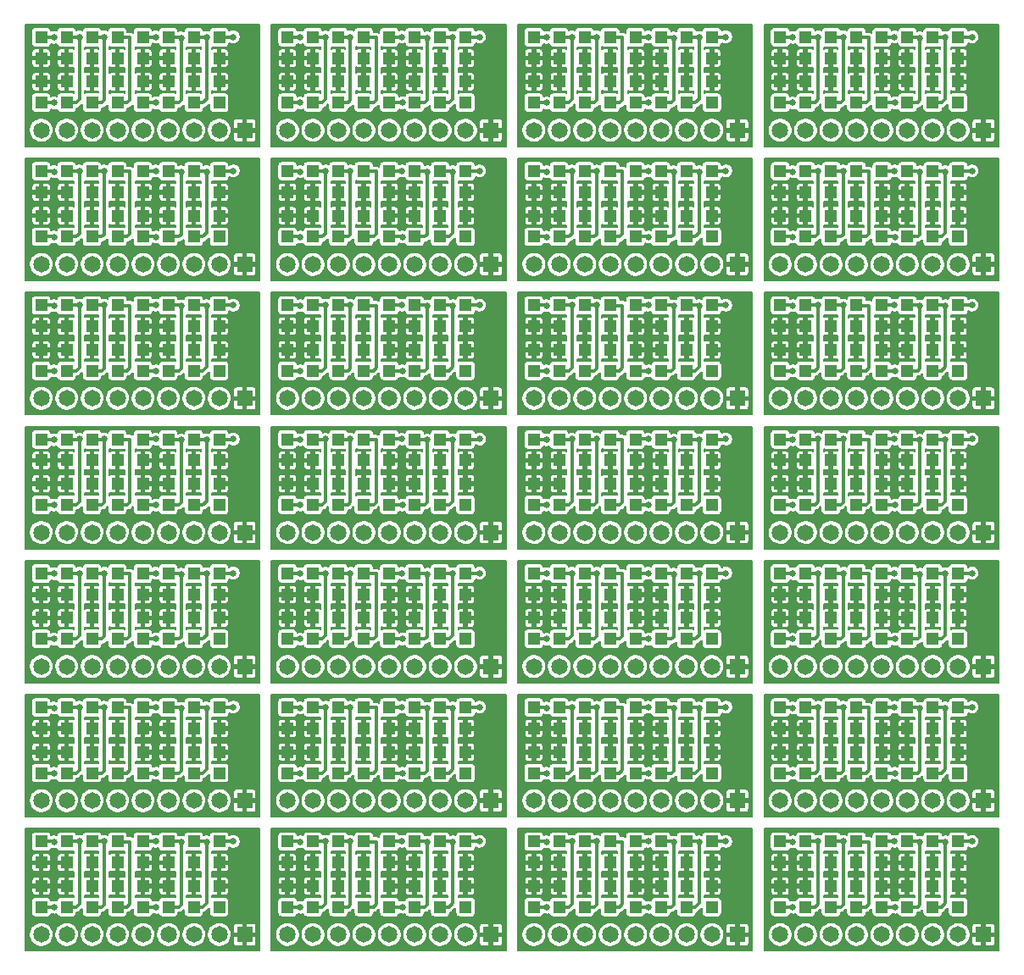
<source format=gtl>
G04 (created by PCBNEW (2013-03-08 BZR 3989)-testing) date Sat 09 Mar 2013 07:20:17 PM CET*
%MOIN*%
G04 Gerber Fmt 3.4, Leading zero omitted, Abs format*
%FSLAX34Y34*%
G01*
G70*
G90*
G04 APERTURE LIST*
%ADD10C,0.006*%
%ADD11R,0.0472X0.0472*%
%ADD12R,0.0649606X0.0649606*%
%ADD13C,0.0649606*%
%ADD14C,0.025*%
%ADD15C,0.011811*%
%ADD16C,0.00787402*%
G04 APERTURE END LIST*
G54D10*
G54D11*
X45377Y-27474D03*
X45377Y-28300D03*
X44377Y-27474D03*
X44377Y-28300D03*
X43377Y-27474D03*
X43377Y-28300D03*
X42377Y-27474D03*
X42377Y-28300D03*
X41377Y-27474D03*
X41377Y-28300D03*
X40377Y-27474D03*
X40377Y-28300D03*
X39377Y-27474D03*
X39377Y-28300D03*
X38377Y-27474D03*
X38377Y-28300D03*
X45377Y-29224D03*
X45377Y-30050D03*
X43377Y-29224D03*
X43377Y-30050D03*
X42377Y-29224D03*
X42377Y-30050D03*
X41377Y-29224D03*
X41377Y-30050D03*
X40377Y-29224D03*
X40377Y-30050D03*
X39377Y-29224D03*
X39377Y-30050D03*
X44377Y-29224D03*
X44377Y-30050D03*
X38377Y-29224D03*
X38377Y-30050D03*
G54D12*
X46377Y-31137D03*
G54D13*
X45377Y-31137D03*
X44377Y-31137D03*
X43377Y-31137D03*
X42377Y-31137D03*
X41377Y-31137D03*
X40377Y-31137D03*
X39377Y-31137D03*
X38377Y-31137D03*
G54D12*
X36692Y-31137D03*
G54D13*
X35692Y-31137D03*
X34692Y-31137D03*
X33692Y-31137D03*
X32692Y-31137D03*
X31692Y-31137D03*
X30692Y-31137D03*
X29692Y-31137D03*
X28692Y-31137D03*
G54D11*
X28692Y-29224D03*
X28692Y-30050D03*
X34692Y-29224D03*
X34692Y-30050D03*
X29692Y-29224D03*
X29692Y-30050D03*
X30692Y-29224D03*
X30692Y-30050D03*
X31692Y-29224D03*
X31692Y-30050D03*
X32692Y-29224D03*
X32692Y-30050D03*
X33692Y-29224D03*
X33692Y-30050D03*
X35692Y-29224D03*
X35692Y-30050D03*
X28692Y-27474D03*
X28692Y-28300D03*
X29692Y-27474D03*
X29692Y-28300D03*
X30692Y-27474D03*
X30692Y-28300D03*
X31692Y-27474D03*
X31692Y-28300D03*
X32692Y-27474D03*
X32692Y-28300D03*
X33692Y-27474D03*
X33692Y-28300D03*
X34692Y-27474D03*
X34692Y-28300D03*
X35692Y-27474D03*
X35692Y-28300D03*
X55062Y-27474D03*
X55062Y-28300D03*
X54062Y-27474D03*
X54062Y-28300D03*
X53062Y-27474D03*
X53062Y-28300D03*
X52062Y-27474D03*
X52062Y-28300D03*
X51062Y-27474D03*
X51062Y-28300D03*
X50062Y-27474D03*
X50062Y-28300D03*
X49062Y-27474D03*
X49062Y-28300D03*
X48062Y-27474D03*
X48062Y-28300D03*
X55062Y-29224D03*
X55062Y-30050D03*
X53062Y-29224D03*
X53062Y-30050D03*
X52062Y-29224D03*
X52062Y-30050D03*
X51062Y-29224D03*
X51062Y-30050D03*
X50062Y-29224D03*
X50062Y-30050D03*
X49062Y-29224D03*
X49062Y-30050D03*
X54062Y-29224D03*
X54062Y-30050D03*
X48062Y-29224D03*
X48062Y-30050D03*
G54D12*
X56062Y-31137D03*
G54D13*
X55062Y-31137D03*
X54062Y-31137D03*
X53062Y-31137D03*
X52062Y-31137D03*
X51062Y-31137D03*
X50062Y-31137D03*
X49062Y-31137D03*
X48062Y-31137D03*
G54D12*
X65748Y-31137D03*
G54D13*
X64748Y-31137D03*
X63748Y-31137D03*
X62748Y-31137D03*
X61748Y-31137D03*
X60748Y-31137D03*
X59748Y-31137D03*
X58748Y-31137D03*
X57748Y-31137D03*
G54D11*
X57748Y-29224D03*
X57748Y-30050D03*
X63748Y-29224D03*
X63748Y-30050D03*
X58748Y-29224D03*
X58748Y-30050D03*
X59748Y-29224D03*
X59748Y-30050D03*
X60748Y-29224D03*
X60748Y-30050D03*
X61748Y-29224D03*
X61748Y-30050D03*
X62748Y-29224D03*
X62748Y-30050D03*
X64748Y-29224D03*
X64748Y-30050D03*
X57748Y-27474D03*
X57748Y-28300D03*
X58748Y-27474D03*
X58748Y-28300D03*
X59748Y-27474D03*
X59748Y-28300D03*
X60748Y-27474D03*
X60748Y-28300D03*
X61748Y-27474D03*
X61748Y-28300D03*
X62748Y-27474D03*
X62748Y-28300D03*
X63748Y-27474D03*
X63748Y-28300D03*
X64748Y-27474D03*
X64748Y-28300D03*
X64748Y-32750D03*
X64748Y-33576D03*
X63748Y-32750D03*
X63748Y-33576D03*
X62748Y-32750D03*
X62748Y-33576D03*
X61748Y-32750D03*
X61748Y-33576D03*
X60748Y-32750D03*
X60748Y-33576D03*
X59748Y-32750D03*
X59748Y-33576D03*
X58748Y-32750D03*
X58748Y-33576D03*
X57748Y-32750D03*
X57748Y-33576D03*
X64748Y-34500D03*
X64748Y-35326D03*
X62748Y-34500D03*
X62748Y-35326D03*
X61748Y-34500D03*
X61748Y-35326D03*
X60748Y-34500D03*
X60748Y-35326D03*
X59748Y-34500D03*
X59748Y-35326D03*
X58748Y-34500D03*
X58748Y-35326D03*
X63748Y-34500D03*
X63748Y-35326D03*
X57748Y-34500D03*
X57748Y-35326D03*
G54D12*
X65748Y-36413D03*
G54D13*
X64748Y-36413D03*
X63748Y-36413D03*
X62748Y-36413D03*
X61748Y-36413D03*
X60748Y-36413D03*
X59748Y-36413D03*
X58748Y-36413D03*
X57748Y-36413D03*
G54D12*
X56062Y-36413D03*
G54D13*
X55062Y-36413D03*
X54062Y-36413D03*
X53062Y-36413D03*
X52062Y-36413D03*
X51062Y-36413D03*
X50062Y-36413D03*
X49062Y-36413D03*
X48062Y-36413D03*
G54D11*
X48062Y-34500D03*
X48062Y-35326D03*
X54062Y-34500D03*
X54062Y-35326D03*
X49062Y-34500D03*
X49062Y-35326D03*
X50062Y-34500D03*
X50062Y-35326D03*
X51062Y-34500D03*
X51062Y-35326D03*
X52062Y-34500D03*
X52062Y-35326D03*
X53062Y-34500D03*
X53062Y-35326D03*
X55062Y-34500D03*
X55062Y-35326D03*
X48062Y-32750D03*
X48062Y-33576D03*
X49062Y-32750D03*
X49062Y-33576D03*
X50062Y-32750D03*
X50062Y-33576D03*
X51062Y-32750D03*
X51062Y-33576D03*
X52062Y-32750D03*
X52062Y-33576D03*
X53062Y-32750D03*
X53062Y-33576D03*
X54062Y-32750D03*
X54062Y-33576D03*
X55062Y-32750D03*
X55062Y-33576D03*
X35692Y-32750D03*
X35692Y-33576D03*
X34692Y-32750D03*
X34692Y-33576D03*
X33692Y-32750D03*
X33692Y-33576D03*
X32692Y-32750D03*
X32692Y-33576D03*
X31692Y-32750D03*
X31692Y-33576D03*
X30692Y-32750D03*
X30692Y-33576D03*
X29692Y-32750D03*
X29692Y-33576D03*
X28692Y-32750D03*
X28692Y-33576D03*
X35692Y-34500D03*
X35692Y-35326D03*
X33692Y-34500D03*
X33692Y-35326D03*
X32692Y-34500D03*
X32692Y-35326D03*
X31692Y-34500D03*
X31692Y-35326D03*
X30692Y-34500D03*
X30692Y-35326D03*
X29692Y-34500D03*
X29692Y-35326D03*
X34692Y-34500D03*
X34692Y-35326D03*
X28692Y-34500D03*
X28692Y-35326D03*
G54D12*
X36692Y-36413D03*
G54D13*
X35692Y-36413D03*
X34692Y-36413D03*
X33692Y-36413D03*
X32692Y-36413D03*
X31692Y-36413D03*
X30692Y-36413D03*
X29692Y-36413D03*
X28692Y-36413D03*
G54D12*
X46377Y-36413D03*
G54D13*
X45377Y-36413D03*
X44377Y-36413D03*
X43377Y-36413D03*
X42377Y-36413D03*
X41377Y-36413D03*
X40377Y-36413D03*
X39377Y-36413D03*
X38377Y-36413D03*
G54D11*
X38377Y-34500D03*
X38377Y-35326D03*
X44377Y-34500D03*
X44377Y-35326D03*
X39377Y-34500D03*
X39377Y-35326D03*
X40377Y-34500D03*
X40377Y-35326D03*
X41377Y-34500D03*
X41377Y-35326D03*
X42377Y-34500D03*
X42377Y-35326D03*
X43377Y-34500D03*
X43377Y-35326D03*
X45377Y-34500D03*
X45377Y-35326D03*
X38377Y-32750D03*
X38377Y-33576D03*
X39377Y-32750D03*
X39377Y-33576D03*
X40377Y-32750D03*
X40377Y-33576D03*
X41377Y-32750D03*
X41377Y-33576D03*
X42377Y-32750D03*
X42377Y-33576D03*
X43377Y-32750D03*
X43377Y-33576D03*
X44377Y-32750D03*
X44377Y-33576D03*
X45377Y-32750D03*
X45377Y-33576D03*
X45377Y-22199D03*
X45377Y-23025D03*
X44377Y-22199D03*
X44377Y-23025D03*
X43377Y-22199D03*
X43377Y-23025D03*
X42377Y-22199D03*
X42377Y-23025D03*
X41377Y-22199D03*
X41377Y-23025D03*
X40377Y-22199D03*
X40377Y-23025D03*
X39377Y-22199D03*
X39377Y-23025D03*
X38377Y-22199D03*
X38377Y-23025D03*
X45377Y-23949D03*
X45377Y-24775D03*
X43377Y-23949D03*
X43377Y-24775D03*
X42377Y-23949D03*
X42377Y-24775D03*
X41377Y-23949D03*
X41377Y-24775D03*
X40377Y-23949D03*
X40377Y-24775D03*
X39377Y-23949D03*
X39377Y-24775D03*
X44377Y-23949D03*
X44377Y-24775D03*
X38377Y-23949D03*
X38377Y-24775D03*
G54D12*
X46377Y-25862D03*
G54D13*
X45377Y-25862D03*
X44377Y-25862D03*
X43377Y-25862D03*
X42377Y-25862D03*
X41377Y-25862D03*
X40377Y-25862D03*
X39377Y-25862D03*
X38377Y-25862D03*
G54D12*
X36692Y-25862D03*
G54D13*
X35692Y-25862D03*
X34692Y-25862D03*
X33692Y-25862D03*
X32692Y-25862D03*
X31692Y-25862D03*
X30692Y-25862D03*
X29692Y-25862D03*
X28692Y-25862D03*
G54D11*
X28692Y-23949D03*
X28692Y-24775D03*
X34692Y-23949D03*
X34692Y-24775D03*
X29692Y-23949D03*
X29692Y-24775D03*
X30692Y-23949D03*
X30692Y-24775D03*
X31692Y-23949D03*
X31692Y-24775D03*
X32692Y-23949D03*
X32692Y-24775D03*
X33692Y-23949D03*
X33692Y-24775D03*
X35692Y-23949D03*
X35692Y-24775D03*
X28692Y-22199D03*
X28692Y-23025D03*
X29692Y-22199D03*
X29692Y-23025D03*
X30692Y-22199D03*
X30692Y-23025D03*
X31692Y-22199D03*
X31692Y-23025D03*
X32692Y-22199D03*
X32692Y-23025D03*
X33692Y-22199D03*
X33692Y-23025D03*
X34692Y-22199D03*
X34692Y-23025D03*
X35692Y-22199D03*
X35692Y-23025D03*
X55062Y-22199D03*
X55062Y-23025D03*
X54062Y-22199D03*
X54062Y-23025D03*
X53062Y-22199D03*
X53062Y-23025D03*
X52062Y-22199D03*
X52062Y-23025D03*
X51062Y-22199D03*
X51062Y-23025D03*
X50062Y-22199D03*
X50062Y-23025D03*
X49062Y-22199D03*
X49062Y-23025D03*
X48062Y-22199D03*
X48062Y-23025D03*
X55062Y-23949D03*
X55062Y-24775D03*
X53062Y-23949D03*
X53062Y-24775D03*
X52062Y-23949D03*
X52062Y-24775D03*
X51062Y-23949D03*
X51062Y-24775D03*
X50062Y-23949D03*
X50062Y-24775D03*
X49062Y-23949D03*
X49062Y-24775D03*
X54062Y-23949D03*
X54062Y-24775D03*
X48062Y-23949D03*
X48062Y-24775D03*
G54D12*
X56062Y-25862D03*
G54D13*
X55062Y-25862D03*
X54062Y-25862D03*
X53062Y-25862D03*
X52062Y-25862D03*
X51062Y-25862D03*
X50062Y-25862D03*
X49062Y-25862D03*
X48062Y-25862D03*
G54D12*
X65748Y-25862D03*
G54D13*
X64748Y-25862D03*
X63748Y-25862D03*
X62748Y-25862D03*
X61748Y-25862D03*
X60748Y-25862D03*
X59748Y-25862D03*
X58748Y-25862D03*
X57748Y-25862D03*
G54D11*
X57748Y-23949D03*
X57748Y-24775D03*
X63748Y-23949D03*
X63748Y-24775D03*
X58748Y-23949D03*
X58748Y-24775D03*
X59748Y-23949D03*
X59748Y-24775D03*
X60748Y-23949D03*
X60748Y-24775D03*
X61748Y-23949D03*
X61748Y-24775D03*
X62748Y-23949D03*
X62748Y-24775D03*
X64748Y-23949D03*
X64748Y-24775D03*
X57748Y-22199D03*
X57748Y-23025D03*
X58748Y-22199D03*
X58748Y-23025D03*
X59748Y-22199D03*
X59748Y-23025D03*
X60748Y-22199D03*
X60748Y-23025D03*
X61748Y-22199D03*
X61748Y-23025D03*
X62748Y-22199D03*
X62748Y-23025D03*
X63748Y-22199D03*
X63748Y-23025D03*
X64748Y-22199D03*
X64748Y-23025D03*
X45377Y-38025D03*
X45377Y-38851D03*
X44377Y-38025D03*
X44377Y-38851D03*
X43377Y-38025D03*
X43377Y-38851D03*
X42377Y-38025D03*
X42377Y-38851D03*
X41377Y-38025D03*
X41377Y-38851D03*
X40377Y-38025D03*
X40377Y-38851D03*
X39377Y-38025D03*
X39377Y-38851D03*
X38377Y-38025D03*
X38377Y-38851D03*
X45377Y-39775D03*
X45377Y-40601D03*
X43377Y-39775D03*
X43377Y-40601D03*
X42377Y-39775D03*
X42377Y-40601D03*
X41377Y-39775D03*
X41377Y-40601D03*
X40377Y-39775D03*
X40377Y-40601D03*
X39377Y-39775D03*
X39377Y-40601D03*
X44377Y-39775D03*
X44377Y-40601D03*
X38377Y-39775D03*
X38377Y-40601D03*
G54D12*
X46377Y-41688D03*
G54D13*
X45377Y-41688D03*
X44377Y-41688D03*
X43377Y-41688D03*
X42377Y-41688D03*
X41377Y-41688D03*
X40377Y-41688D03*
X39377Y-41688D03*
X38377Y-41688D03*
G54D12*
X36692Y-41688D03*
G54D13*
X35692Y-41688D03*
X34692Y-41688D03*
X33692Y-41688D03*
X32692Y-41688D03*
X31692Y-41688D03*
X30692Y-41688D03*
X29692Y-41688D03*
X28692Y-41688D03*
G54D11*
X28692Y-39775D03*
X28692Y-40601D03*
X34692Y-39775D03*
X34692Y-40601D03*
X29692Y-39775D03*
X29692Y-40601D03*
X30692Y-39775D03*
X30692Y-40601D03*
X31692Y-39775D03*
X31692Y-40601D03*
X32692Y-39775D03*
X32692Y-40601D03*
X33692Y-39775D03*
X33692Y-40601D03*
X35692Y-39775D03*
X35692Y-40601D03*
X28692Y-38025D03*
X28692Y-38851D03*
X29692Y-38025D03*
X29692Y-38851D03*
X30692Y-38025D03*
X30692Y-38851D03*
X31692Y-38025D03*
X31692Y-38851D03*
X32692Y-38025D03*
X32692Y-38851D03*
X33692Y-38025D03*
X33692Y-38851D03*
X34692Y-38025D03*
X34692Y-38851D03*
X35692Y-38025D03*
X35692Y-38851D03*
X55062Y-38025D03*
X55062Y-38851D03*
X54062Y-38025D03*
X54062Y-38851D03*
X53062Y-38025D03*
X53062Y-38851D03*
X52062Y-38025D03*
X52062Y-38851D03*
X51062Y-38025D03*
X51062Y-38851D03*
X50062Y-38025D03*
X50062Y-38851D03*
X49062Y-38025D03*
X49062Y-38851D03*
X48062Y-38025D03*
X48062Y-38851D03*
X55062Y-39775D03*
X55062Y-40601D03*
X53062Y-39775D03*
X53062Y-40601D03*
X52062Y-39775D03*
X52062Y-40601D03*
X51062Y-39775D03*
X51062Y-40601D03*
X50062Y-39775D03*
X50062Y-40601D03*
X49062Y-39775D03*
X49062Y-40601D03*
X54062Y-39775D03*
X54062Y-40601D03*
X48062Y-39775D03*
X48062Y-40601D03*
G54D12*
X56062Y-41688D03*
G54D13*
X55062Y-41688D03*
X54062Y-41688D03*
X53062Y-41688D03*
X52062Y-41688D03*
X51062Y-41688D03*
X50062Y-41688D03*
X49062Y-41688D03*
X48062Y-41688D03*
G54D12*
X65748Y-41688D03*
G54D13*
X64748Y-41688D03*
X63748Y-41688D03*
X62748Y-41688D03*
X61748Y-41688D03*
X60748Y-41688D03*
X59748Y-41688D03*
X58748Y-41688D03*
X57748Y-41688D03*
G54D11*
X57748Y-39775D03*
X57748Y-40601D03*
X63748Y-39775D03*
X63748Y-40601D03*
X58748Y-39775D03*
X58748Y-40601D03*
X59748Y-39775D03*
X59748Y-40601D03*
X60748Y-39775D03*
X60748Y-40601D03*
X61748Y-39775D03*
X61748Y-40601D03*
X62748Y-39775D03*
X62748Y-40601D03*
X64748Y-39775D03*
X64748Y-40601D03*
X57748Y-38025D03*
X57748Y-38851D03*
X58748Y-38025D03*
X58748Y-38851D03*
X59748Y-38025D03*
X59748Y-38851D03*
X60748Y-38025D03*
X60748Y-38851D03*
X61748Y-38025D03*
X61748Y-38851D03*
X62748Y-38025D03*
X62748Y-38851D03*
X63748Y-38025D03*
X63748Y-38851D03*
X64748Y-38025D03*
X64748Y-38851D03*
X64748Y-43301D03*
X64748Y-44127D03*
X63748Y-43301D03*
X63748Y-44127D03*
X62748Y-43301D03*
X62748Y-44127D03*
X61748Y-43301D03*
X61748Y-44127D03*
X60748Y-43301D03*
X60748Y-44127D03*
X59748Y-43301D03*
X59748Y-44127D03*
X58748Y-43301D03*
X58748Y-44127D03*
X57748Y-43301D03*
X57748Y-44127D03*
X64748Y-45051D03*
X64748Y-45877D03*
X62748Y-45051D03*
X62748Y-45877D03*
X61748Y-45051D03*
X61748Y-45877D03*
X60748Y-45051D03*
X60748Y-45877D03*
X59748Y-45051D03*
X59748Y-45877D03*
X58748Y-45051D03*
X58748Y-45877D03*
X63748Y-45051D03*
X63748Y-45877D03*
X57748Y-45051D03*
X57748Y-45877D03*
G54D12*
X65748Y-46964D03*
G54D13*
X64748Y-46964D03*
X63748Y-46964D03*
X62748Y-46964D03*
X61748Y-46964D03*
X60748Y-46964D03*
X59748Y-46964D03*
X58748Y-46964D03*
X57748Y-46964D03*
G54D12*
X56062Y-46964D03*
G54D13*
X55062Y-46964D03*
X54062Y-46964D03*
X53062Y-46964D03*
X52062Y-46964D03*
X51062Y-46964D03*
X50062Y-46964D03*
X49062Y-46964D03*
X48062Y-46964D03*
G54D11*
X48062Y-45051D03*
X48062Y-45877D03*
X54062Y-45051D03*
X54062Y-45877D03*
X49062Y-45051D03*
X49062Y-45877D03*
X50062Y-45051D03*
X50062Y-45877D03*
X51062Y-45051D03*
X51062Y-45877D03*
X52062Y-45051D03*
X52062Y-45877D03*
X53062Y-45051D03*
X53062Y-45877D03*
X55062Y-45051D03*
X55062Y-45877D03*
X48062Y-43301D03*
X48062Y-44127D03*
X49062Y-43301D03*
X49062Y-44127D03*
X50062Y-43301D03*
X50062Y-44127D03*
X51062Y-43301D03*
X51062Y-44127D03*
X52062Y-43301D03*
X52062Y-44127D03*
X53062Y-43301D03*
X53062Y-44127D03*
X54062Y-43301D03*
X54062Y-44127D03*
X55062Y-43301D03*
X55062Y-44127D03*
X35692Y-43301D03*
X35692Y-44127D03*
X34692Y-43301D03*
X34692Y-44127D03*
X33692Y-43301D03*
X33692Y-44127D03*
X32692Y-43301D03*
X32692Y-44127D03*
X31692Y-43301D03*
X31692Y-44127D03*
X30692Y-43301D03*
X30692Y-44127D03*
X29692Y-43301D03*
X29692Y-44127D03*
X28692Y-43301D03*
X28692Y-44127D03*
X35692Y-45051D03*
X35692Y-45877D03*
X33692Y-45051D03*
X33692Y-45877D03*
X32692Y-45051D03*
X32692Y-45877D03*
X31692Y-45051D03*
X31692Y-45877D03*
X30692Y-45051D03*
X30692Y-45877D03*
X29692Y-45051D03*
X29692Y-45877D03*
X34692Y-45051D03*
X34692Y-45877D03*
X28692Y-45051D03*
X28692Y-45877D03*
G54D12*
X36692Y-46964D03*
G54D13*
X35692Y-46964D03*
X34692Y-46964D03*
X33692Y-46964D03*
X32692Y-46964D03*
X31692Y-46964D03*
X30692Y-46964D03*
X29692Y-46964D03*
X28692Y-46964D03*
G54D12*
X46377Y-46964D03*
G54D13*
X45377Y-46964D03*
X44377Y-46964D03*
X43377Y-46964D03*
X42377Y-46964D03*
X41377Y-46964D03*
X40377Y-46964D03*
X39377Y-46964D03*
X38377Y-46964D03*
G54D11*
X38377Y-45051D03*
X38377Y-45877D03*
X44377Y-45051D03*
X44377Y-45877D03*
X39377Y-45051D03*
X39377Y-45877D03*
X40377Y-45051D03*
X40377Y-45877D03*
X41377Y-45051D03*
X41377Y-45877D03*
X42377Y-45051D03*
X42377Y-45877D03*
X43377Y-45051D03*
X43377Y-45877D03*
X45377Y-45051D03*
X45377Y-45877D03*
X38377Y-43301D03*
X38377Y-44127D03*
X39377Y-43301D03*
X39377Y-44127D03*
X40377Y-43301D03*
X40377Y-44127D03*
X41377Y-43301D03*
X41377Y-44127D03*
X42377Y-43301D03*
X42377Y-44127D03*
X43377Y-43301D03*
X43377Y-44127D03*
X44377Y-43301D03*
X44377Y-44127D03*
X45377Y-43301D03*
X45377Y-44127D03*
X45377Y-53852D03*
X45377Y-54678D03*
X44377Y-53852D03*
X44377Y-54678D03*
X43377Y-53852D03*
X43377Y-54678D03*
X42377Y-53852D03*
X42377Y-54678D03*
X41377Y-53852D03*
X41377Y-54678D03*
X40377Y-53852D03*
X40377Y-54678D03*
X39377Y-53852D03*
X39377Y-54678D03*
X38377Y-53852D03*
X38377Y-54678D03*
X45377Y-55602D03*
X45377Y-56428D03*
X43377Y-55602D03*
X43377Y-56428D03*
X42377Y-55602D03*
X42377Y-56428D03*
X41377Y-55602D03*
X41377Y-56428D03*
X40377Y-55602D03*
X40377Y-56428D03*
X39377Y-55602D03*
X39377Y-56428D03*
X44377Y-55602D03*
X44377Y-56428D03*
X38377Y-55602D03*
X38377Y-56428D03*
G54D12*
X46377Y-57515D03*
G54D13*
X45377Y-57515D03*
X44377Y-57515D03*
X43377Y-57515D03*
X42377Y-57515D03*
X41377Y-57515D03*
X40377Y-57515D03*
X39377Y-57515D03*
X38377Y-57515D03*
G54D12*
X36692Y-57515D03*
G54D13*
X35692Y-57515D03*
X34692Y-57515D03*
X33692Y-57515D03*
X32692Y-57515D03*
X31692Y-57515D03*
X30692Y-57515D03*
X29692Y-57515D03*
X28692Y-57515D03*
G54D11*
X28692Y-55602D03*
X28692Y-56428D03*
X34692Y-55602D03*
X34692Y-56428D03*
X29692Y-55602D03*
X29692Y-56428D03*
X30692Y-55602D03*
X30692Y-56428D03*
X31692Y-55602D03*
X31692Y-56428D03*
X32692Y-55602D03*
X32692Y-56428D03*
X33692Y-55602D03*
X33692Y-56428D03*
X35692Y-55602D03*
X35692Y-56428D03*
X28692Y-53852D03*
X28692Y-54678D03*
X29692Y-53852D03*
X29692Y-54678D03*
X30692Y-53852D03*
X30692Y-54678D03*
X31692Y-53852D03*
X31692Y-54678D03*
X32692Y-53852D03*
X32692Y-54678D03*
X33692Y-53852D03*
X33692Y-54678D03*
X34692Y-53852D03*
X34692Y-54678D03*
X35692Y-53852D03*
X35692Y-54678D03*
X55062Y-53852D03*
X55062Y-54678D03*
X54062Y-53852D03*
X54062Y-54678D03*
X53062Y-53852D03*
X53062Y-54678D03*
X52062Y-53852D03*
X52062Y-54678D03*
X51062Y-53852D03*
X51062Y-54678D03*
X50062Y-53852D03*
X50062Y-54678D03*
X49062Y-53852D03*
X49062Y-54678D03*
X48062Y-53852D03*
X48062Y-54678D03*
X55062Y-55602D03*
X55062Y-56428D03*
X53062Y-55602D03*
X53062Y-56428D03*
X52062Y-55602D03*
X52062Y-56428D03*
X51062Y-55602D03*
X51062Y-56428D03*
X50062Y-55602D03*
X50062Y-56428D03*
X49062Y-55602D03*
X49062Y-56428D03*
X54062Y-55602D03*
X54062Y-56428D03*
X48062Y-55602D03*
X48062Y-56428D03*
G54D12*
X56062Y-57515D03*
G54D13*
X55062Y-57515D03*
X54062Y-57515D03*
X53062Y-57515D03*
X52062Y-57515D03*
X51062Y-57515D03*
X50062Y-57515D03*
X49062Y-57515D03*
X48062Y-57515D03*
G54D12*
X65748Y-57515D03*
G54D13*
X64748Y-57515D03*
X63748Y-57515D03*
X62748Y-57515D03*
X61748Y-57515D03*
X60748Y-57515D03*
X59748Y-57515D03*
X58748Y-57515D03*
X57748Y-57515D03*
G54D11*
X57748Y-55602D03*
X57748Y-56428D03*
X63748Y-55602D03*
X63748Y-56428D03*
X58748Y-55602D03*
X58748Y-56428D03*
X59748Y-55602D03*
X59748Y-56428D03*
X60748Y-55602D03*
X60748Y-56428D03*
X61748Y-55602D03*
X61748Y-56428D03*
X62748Y-55602D03*
X62748Y-56428D03*
X64748Y-55602D03*
X64748Y-56428D03*
X57748Y-53852D03*
X57748Y-54678D03*
X58748Y-53852D03*
X58748Y-54678D03*
X59748Y-53852D03*
X59748Y-54678D03*
X60748Y-53852D03*
X60748Y-54678D03*
X61748Y-53852D03*
X61748Y-54678D03*
X62748Y-53852D03*
X62748Y-54678D03*
X63748Y-53852D03*
X63748Y-54678D03*
X64748Y-53852D03*
X64748Y-54678D03*
X64748Y-48577D03*
X64748Y-49403D03*
X63748Y-48577D03*
X63748Y-49403D03*
X62748Y-48577D03*
X62748Y-49403D03*
X61748Y-48577D03*
X61748Y-49403D03*
X60748Y-48577D03*
X60748Y-49403D03*
X59748Y-48577D03*
X59748Y-49403D03*
X58748Y-48577D03*
X58748Y-49403D03*
X57748Y-48577D03*
X57748Y-49403D03*
X64748Y-50327D03*
X64748Y-51153D03*
X62748Y-50327D03*
X62748Y-51153D03*
X61748Y-50327D03*
X61748Y-51153D03*
X60748Y-50327D03*
X60748Y-51153D03*
X59748Y-50327D03*
X59748Y-51153D03*
X58748Y-50327D03*
X58748Y-51153D03*
X63748Y-50327D03*
X63748Y-51153D03*
X57748Y-50327D03*
X57748Y-51153D03*
G54D12*
X65748Y-52240D03*
G54D13*
X64748Y-52240D03*
X63748Y-52240D03*
X62748Y-52240D03*
X61748Y-52240D03*
X60748Y-52240D03*
X59748Y-52240D03*
X58748Y-52240D03*
X57748Y-52240D03*
G54D12*
X56062Y-52240D03*
G54D13*
X55062Y-52240D03*
X54062Y-52240D03*
X53062Y-52240D03*
X52062Y-52240D03*
X51062Y-52240D03*
X50062Y-52240D03*
X49062Y-52240D03*
X48062Y-52240D03*
G54D11*
X48062Y-50327D03*
X48062Y-51153D03*
X54062Y-50327D03*
X54062Y-51153D03*
X49062Y-50327D03*
X49062Y-51153D03*
X50062Y-50327D03*
X50062Y-51153D03*
X51062Y-50327D03*
X51062Y-51153D03*
X52062Y-50327D03*
X52062Y-51153D03*
X53062Y-50327D03*
X53062Y-51153D03*
X55062Y-50327D03*
X55062Y-51153D03*
X48062Y-48577D03*
X48062Y-49403D03*
X49062Y-48577D03*
X49062Y-49403D03*
X50062Y-48577D03*
X50062Y-49403D03*
X51062Y-48577D03*
X51062Y-49403D03*
X52062Y-48577D03*
X52062Y-49403D03*
X53062Y-48577D03*
X53062Y-49403D03*
X54062Y-48577D03*
X54062Y-49403D03*
X55062Y-48577D03*
X55062Y-49403D03*
X35692Y-48577D03*
X35692Y-49403D03*
X34692Y-48577D03*
X34692Y-49403D03*
X33692Y-48577D03*
X33692Y-49403D03*
X32692Y-48577D03*
X32692Y-49403D03*
X31692Y-48577D03*
X31692Y-49403D03*
X30692Y-48577D03*
X30692Y-49403D03*
X29692Y-48577D03*
X29692Y-49403D03*
X28692Y-48577D03*
X28692Y-49403D03*
X35692Y-50327D03*
X35692Y-51153D03*
X33692Y-50327D03*
X33692Y-51153D03*
X32692Y-50327D03*
X32692Y-51153D03*
X31692Y-50327D03*
X31692Y-51153D03*
X30692Y-50327D03*
X30692Y-51153D03*
X29692Y-50327D03*
X29692Y-51153D03*
X34692Y-50327D03*
X34692Y-51153D03*
X28692Y-50327D03*
X28692Y-51153D03*
G54D12*
X36692Y-52240D03*
G54D13*
X35692Y-52240D03*
X34692Y-52240D03*
X33692Y-52240D03*
X32692Y-52240D03*
X31692Y-52240D03*
X30692Y-52240D03*
X29692Y-52240D03*
X28692Y-52240D03*
G54D12*
X46377Y-52240D03*
G54D13*
X45377Y-52240D03*
X44377Y-52240D03*
X43377Y-52240D03*
X42377Y-52240D03*
X41377Y-52240D03*
X40377Y-52240D03*
X39377Y-52240D03*
X38377Y-52240D03*
G54D11*
X38377Y-50327D03*
X38377Y-51153D03*
X44377Y-50327D03*
X44377Y-51153D03*
X39377Y-50327D03*
X39377Y-51153D03*
X40377Y-50327D03*
X40377Y-51153D03*
X41377Y-50327D03*
X41377Y-51153D03*
X42377Y-50327D03*
X42377Y-51153D03*
X43377Y-50327D03*
X43377Y-51153D03*
X45377Y-50327D03*
X45377Y-51153D03*
X38377Y-48577D03*
X38377Y-49403D03*
X39377Y-48577D03*
X39377Y-49403D03*
X40377Y-48577D03*
X40377Y-49403D03*
X41377Y-48577D03*
X41377Y-49403D03*
X42377Y-48577D03*
X42377Y-49403D03*
X43377Y-48577D03*
X43377Y-49403D03*
X44377Y-48577D03*
X44377Y-49403D03*
X45377Y-48577D03*
X45377Y-49403D03*
G54D14*
X41377Y-30049D03*
X31692Y-30049D03*
X51062Y-30049D03*
X60748Y-30049D03*
X60748Y-35324D03*
X51062Y-35324D03*
X31692Y-35324D03*
X41377Y-35324D03*
X41377Y-24773D03*
X31692Y-24773D03*
X51062Y-24773D03*
X60748Y-24773D03*
X41377Y-40600D03*
X31692Y-40600D03*
X51062Y-40600D03*
X60748Y-40600D03*
X60748Y-45875D03*
X51062Y-45875D03*
X31692Y-45875D03*
X41377Y-45875D03*
X41377Y-56427D03*
X31692Y-56427D03*
X51062Y-56427D03*
X60748Y-56427D03*
X60748Y-51151D03*
X51062Y-51151D03*
X31692Y-51151D03*
X41377Y-51151D03*
X38877Y-27487D03*
X38877Y-30059D03*
X29192Y-30059D03*
X29192Y-27487D03*
X48562Y-27487D03*
X48562Y-30059D03*
X58248Y-30059D03*
X58248Y-27487D03*
X58248Y-32763D03*
X58248Y-35334D03*
X48562Y-35334D03*
X48562Y-32763D03*
X29192Y-32763D03*
X29192Y-35334D03*
X38877Y-35334D03*
X38877Y-32763D03*
X38877Y-22212D03*
X38877Y-24783D03*
X29192Y-24783D03*
X29192Y-22212D03*
X48562Y-22212D03*
X48562Y-24783D03*
X58248Y-24783D03*
X58248Y-22212D03*
X38877Y-38038D03*
X38877Y-40610D03*
X29192Y-40610D03*
X29192Y-38038D03*
X48562Y-38038D03*
X48562Y-40610D03*
X58248Y-40610D03*
X58248Y-38038D03*
X58248Y-43314D03*
X58248Y-45885D03*
X48562Y-45885D03*
X48562Y-43314D03*
X29192Y-43314D03*
X29192Y-45885D03*
X38877Y-45885D03*
X38877Y-43314D03*
X38877Y-53865D03*
X38877Y-56437D03*
X29192Y-56437D03*
X29192Y-53865D03*
X48562Y-53865D03*
X48562Y-56437D03*
X58248Y-56437D03*
X58248Y-53865D03*
X58248Y-48590D03*
X58248Y-51161D03*
X48562Y-51161D03*
X48562Y-48590D03*
X29192Y-48590D03*
X29192Y-51161D03*
X38877Y-51161D03*
X38877Y-48590D03*
X38375Y-28297D03*
X39379Y-28297D03*
X42381Y-28297D03*
X40374Y-28297D03*
X41377Y-28297D03*
X43375Y-28297D03*
X45383Y-28297D03*
X44379Y-28297D03*
X34694Y-28297D03*
X35698Y-28297D03*
X33690Y-28297D03*
X31692Y-28297D03*
X30688Y-28297D03*
X32696Y-28297D03*
X29694Y-28297D03*
X28690Y-28297D03*
X48061Y-28297D03*
X49064Y-28297D03*
X52066Y-28297D03*
X50059Y-28297D03*
X51062Y-28297D03*
X53061Y-28297D03*
X55068Y-28297D03*
X54064Y-28297D03*
X63750Y-28297D03*
X64753Y-28297D03*
X62746Y-28297D03*
X60748Y-28297D03*
X59744Y-28297D03*
X61751Y-28297D03*
X58750Y-28297D03*
X57746Y-28297D03*
X57746Y-33572D03*
X58750Y-33572D03*
X61751Y-33572D03*
X59744Y-33572D03*
X60748Y-33572D03*
X62746Y-33572D03*
X64753Y-33572D03*
X63750Y-33572D03*
X54064Y-33572D03*
X55068Y-33572D03*
X53061Y-33572D03*
X51062Y-33572D03*
X50059Y-33572D03*
X52066Y-33572D03*
X49064Y-33572D03*
X48061Y-33572D03*
X28690Y-33572D03*
X29694Y-33572D03*
X32696Y-33572D03*
X30688Y-33572D03*
X31692Y-33572D03*
X33690Y-33572D03*
X35698Y-33572D03*
X34694Y-33572D03*
X44379Y-33572D03*
X45383Y-33572D03*
X43375Y-33572D03*
X41377Y-33572D03*
X40374Y-33572D03*
X42381Y-33572D03*
X39379Y-33572D03*
X38375Y-33572D03*
X38375Y-23021D03*
X39379Y-23021D03*
X42381Y-23021D03*
X40374Y-23021D03*
X41377Y-23021D03*
X43375Y-23021D03*
X45383Y-23021D03*
X44379Y-23021D03*
X34694Y-23021D03*
X35698Y-23021D03*
X33690Y-23021D03*
X31692Y-23021D03*
X30688Y-23021D03*
X32696Y-23021D03*
X29694Y-23021D03*
X28690Y-23021D03*
X48061Y-23021D03*
X49064Y-23021D03*
X52066Y-23021D03*
X50059Y-23021D03*
X51062Y-23021D03*
X53061Y-23021D03*
X55068Y-23021D03*
X54064Y-23021D03*
X63750Y-23021D03*
X64753Y-23021D03*
X62746Y-23021D03*
X60748Y-23021D03*
X59744Y-23021D03*
X61751Y-23021D03*
X58750Y-23021D03*
X57746Y-23021D03*
X38375Y-38848D03*
X39379Y-38848D03*
X42381Y-38848D03*
X40374Y-38848D03*
X41377Y-38848D03*
X43375Y-38848D03*
X45383Y-38848D03*
X44379Y-38848D03*
X34694Y-38848D03*
X35698Y-38848D03*
X33690Y-38848D03*
X31692Y-38848D03*
X30688Y-38848D03*
X32696Y-38848D03*
X29694Y-38848D03*
X28690Y-38848D03*
X48061Y-38848D03*
X49064Y-38848D03*
X52066Y-38848D03*
X50059Y-38848D03*
X51062Y-38848D03*
X53061Y-38848D03*
X55068Y-38848D03*
X54064Y-38848D03*
X63750Y-38848D03*
X64753Y-38848D03*
X62746Y-38848D03*
X60748Y-38848D03*
X59744Y-38848D03*
X61751Y-38848D03*
X58750Y-38848D03*
X57746Y-38848D03*
X57746Y-44124D03*
X58750Y-44124D03*
X61751Y-44124D03*
X59744Y-44124D03*
X60748Y-44124D03*
X62746Y-44124D03*
X64753Y-44124D03*
X63750Y-44124D03*
X54064Y-44124D03*
X55068Y-44124D03*
X53061Y-44124D03*
X51062Y-44124D03*
X50059Y-44124D03*
X52066Y-44124D03*
X49064Y-44124D03*
X48061Y-44124D03*
X28690Y-44124D03*
X29694Y-44124D03*
X32696Y-44124D03*
X30688Y-44124D03*
X31692Y-44124D03*
X33690Y-44124D03*
X35698Y-44124D03*
X34694Y-44124D03*
X44379Y-44124D03*
X45383Y-44124D03*
X43375Y-44124D03*
X41377Y-44124D03*
X40374Y-44124D03*
X42381Y-44124D03*
X39379Y-44124D03*
X38375Y-44124D03*
X38375Y-54675D03*
X39379Y-54675D03*
X42381Y-54675D03*
X40374Y-54675D03*
X41377Y-54675D03*
X43375Y-54675D03*
X45383Y-54675D03*
X44379Y-54675D03*
X34694Y-54675D03*
X35698Y-54675D03*
X33690Y-54675D03*
X31692Y-54675D03*
X30688Y-54675D03*
X32696Y-54675D03*
X29694Y-54675D03*
X28690Y-54675D03*
X48061Y-54675D03*
X49064Y-54675D03*
X52066Y-54675D03*
X50059Y-54675D03*
X51062Y-54675D03*
X53061Y-54675D03*
X55068Y-54675D03*
X54064Y-54675D03*
X63750Y-54675D03*
X64753Y-54675D03*
X62746Y-54675D03*
X60748Y-54675D03*
X59744Y-54675D03*
X61751Y-54675D03*
X58750Y-54675D03*
X57746Y-54675D03*
X57746Y-49399D03*
X58750Y-49399D03*
X61751Y-49399D03*
X59744Y-49399D03*
X60748Y-49399D03*
X62746Y-49399D03*
X64753Y-49399D03*
X63750Y-49399D03*
X54064Y-49399D03*
X55068Y-49399D03*
X53061Y-49399D03*
X51062Y-49399D03*
X50059Y-49399D03*
X52066Y-49399D03*
X49064Y-49399D03*
X48061Y-49399D03*
X28690Y-49399D03*
X29694Y-49399D03*
X32696Y-49399D03*
X30688Y-49399D03*
X31692Y-49399D03*
X33690Y-49399D03*
X35698Y-49399D03*
X34694Y-49399D03*
X44379Y-49399D03*
X45383Y-49399D03*
X43375Y-49399D03*
X41377Y-49399D03*
X40374Y-49399D03*
X42381Y-49399D03*
X39379Y-49399D03*
X38375Y-49399D03*
X40852Y-27462D03*
X31167Y-27462D03*
X50537Y-27462D03*
X60223Y-27462D03*
X60223Y-32738D03*
X50537Y-32738D03*
X31167Y-32738D03*
X40852Y-32738D03*
X40852Y-22187D03*
X31167Y-22187D03*
X50537Y-22187D03*
X60223Y-22187D03*
X40852Y-38013D03*
X31167Y-38013D03*
X50537Y-38013D03*
X60223Y-38013D03*
X60223Y-43289D03*
X50537Y-43289D03*
X31167Y-43289D03*
X40852Y-43289D03*
X40852Y-53840D03*
X31167Y-53840D03*
X50537Y-53840D03*
X60223Y-53840D03*
X60223Y-48565D03*
X50537Y-48565D03*
X31167Y-48565D03*
X40852Y-48565D03*
X42877Y-27462D03*
X42893Y-30059D03*
X33208Y-30059D03*
X33192Y-27462D03*
X52562Y-27462D03*
X52578Y-30059D03*
X62263Y-30059D03*
X62248Y-27462D03*
X62248Y-32738D03*
X62263Y-35334D03*
X52578Y-35334D03*
X52562Y-32738D03*
X33192Y-32738D03*
X33208Y-35334D03*
X42893Y-35334D03*
X42877Y-32738D03*
X42877Y-22187D03*
X42893Y-24783D03*
X33208Y-24783D03*
X33192Y-22187D03*
X52562Y-22187D03*
X52578Y-24783D03*
X62263Y-24783D03*
X62248Y-22187D03*
X42877Y-38013D03*
X42893Y-40610D03*
X33208Y-40610D03*
X33192Y-38013D03*
X52562Y-38013D03*
X52578Y-40610D03*
X62263Y-40610D03*
X62248Y-38013D03*
X62248Y-43289D03*
X62263Y-45885D03*
X52578Y-45885D03*
X52562Y-43289D03*
X33192Y-43289D03*
X33208Y-45885D03*
X42893Y-45885D03*
X42877Y-43289D03*
X42877Y-53840D03*
X42893Y-56437D03*
X33208Y-56437D03*
X33192Y-53840D03*
X52562Y-53840D03*
X52578Y-56437D03*
X62263Y-56437D03*
X62248Y-53840D03*
X62248Y-48565D03*
X62263Y-51161D03*
X52578Y-51161D03*
X52562Y-48565D03*
X33192Y-48565D03*
X33208Y-51161D03*
X42893Y-51161D03*
X42877Y-48565D03*
X44877Y-27487D03*
X35192Y-27487D03*
X54562Y-27487D03*
X64248Y-27487D03*
X64248Y-32763D03*
X54562Y-32763D03*
X35192Y-32763D03*
X44877Y-32763D03*
X44877Y-22212D03*
X35192Y-22212D03*
X54562Y-22212D03*
X64248Y-22212D03*
X44877Y-38038D03*
X35192Y-38038D03*
X54562Y-38038D03*
X64248Y-38038D03*
X64248Y-43314D03*
X54562Y-43314D03*
X35192Y-43314D03*
X44877Y-43314D03*
X44877Y-53865D03*
X35192Y-53865D03*
X54562Y-53865D03*
X64248Y-53865D03*
X64248Y-48590D03*
X54562Y-48590D03*
X35192Y-48590D03*
X44877Y-48590D03*
X43877Y-27500D03*
X34192Y-27500D03*
X53562Y-27500D03*
X63248Y-27500D03*
X63248Y-32775D03*
X53562Y-32775D03*
X34192Y-32775D03*
X43877Y-32775D03*
X43877Y-22224D03*
X34192Y-22224D03*
X53562Y-22224D03*
X63248Y-22224D03*
X43877Y-38051D03*
X34192Y-38051D03*
X53562Y-38051D03*
X63248Y-38051D03*
X63248Y-43326D03*
X53562Y-43326D03*
X34192Y-43326D03*
X43877Y-43326D03*
X43877Y-53877D03*
X34192Y-53877D03*
X53562Y-53877D03*
X63248Y-53877D03*
X63248Y-48602D03*
X53562Y-48602D03*
X34192Y-48602D03*
X43877Y-48602D03*
X39877Y-27462D03*
X30192Y-27462D03*
X49562Y-27462D03*
X59248Y-27462D03*
X59248Y-32738D03*
X49562Y-32738D03*
X30192Y-32738D03*
X39877Y-32738D03*
X39877Y-22187D03*
X30192Y-22187D03*
X49562Y-22187D03*
X59248Y-22187D03*
X39877Y-38013D03*
X30192Y-38013D03*
X49562Y-38013D03*
X59248Y-38013D03*
X59248Y-43289D03*
X49562Y-43289D03*
X30192Y-43289D03*
X39877Y-43289D03*
X39877Y-53840D03*
X30192Y-53840D03*
X49562Y-53840D03*
X59248Y-53840D03*
X59248Y-48565D03*
X49562Y-48565D03*
X30192Y-48565D03*
X39877Y-48565D03*
X45927Y-27462D03*
X45383Y-30049D03*
X35698Y-30049D03*
X36242Y-27462D03*
X55612Y-27462D03*
X55068Y-30049D03*
X64753Y-30049D03*
X65298Y-27462D03*
X65298Y-32738D03*
X64753Y-35324D03*
X55068Y-35324D03*
X55612Y-32738D03*
X36242Y-32738D03*
X35698Y-35324D03*
X45383Y-35324D03*
X45927Y-32738D03*
X45927Y-22187D03*
X45383Y-24773D03*
X35698Y-24773D03*
X36242Y-22187D03*
X55612Y-22187D03*
X55068Y-24773D03*
X64753Y-24773D03*
X65298Y-22187D03*
X45927Y-38013D03*
X45383Y-40600D03*
X35698Y-40600D03*
X36242Y-38013D03*
X55612Y-38013D03*
X55068Y-40600D03*
X64753Y-40600D03*
X65298Y-38013D03*
X65298Y-43289D03*
X64753Y-45875D03*
X55068Y-45875D03*
X55612Y-43289D03*
X36242Y-43289D03*
X35698Y-45875D03*
X45383Y-45875D03*
X45927Y-43289D03*
X45927Y-53840D03*
X45383Y-56427D03*
X35698Y-56427D03*
X36242Y-53840D03*
X55612Y-53840D03*
X55068Y-56427D03*
X64753Y-56427D03*
X65298Y-53840D03*
X65298Y-48565D03*
X64753Y-51151D03*
X55068Y-51151D03*
X55612Y-48565D03*
X36242Y-48565D03*
X35698Y-51151D03*
X45383Y-51151D03*
X45927Y-48565D03*
G54D15*
X41858Y-27492D02*
X41870Y-27480D01*
X41383Y-27480D02*
X41377Y-27474D01*
X41870Y-27480D02*
X41383Y-27480D01*
X41366Y-30060D02*
X41358Y-30060D01*
X41377Y-30049D02*
X41366Y-30060D01*
X41870Y-29940D02*
X41870Y-27480D01*
X41760Y-30050D02*
X41870Y-29940D01*
X41377Y-30050D02*
X41760Y-30050D01*
X31692Y-30050D02*
X32075Y-30050D01*
X32075Y-30050D02*
X32185Y-29940D01*
X32185Y-29940D02*
X32185Y-27480D01*
X31692Y-30049D02*
X31681Y-30060D01*
X31681Y-30060D02*
X31673Y-30060D01*
X32185Y-27480D02*
X31698Y-27480D01*
X31698Y-27480D02*
X31692Y-27474D01*
X32173Y-27492D02*
X32185Y-27480D01*
X51543Y-27492D02*
X51555Y-27480D01*
X51068Y-27480D02*
X51062Y-27474D01*
X51555Y-27480D02*
X51068Y-27480D01*
X51051Y-30060D02*
X51043Y-30060D01*
X51062Y-30049D02*
X51051Y-30060D01*
X51555Y-29940D02*
X51555Y-27480D01*
X51445Y-30050D02*
X51555Y-29940D01*
X51062Y-30050D02*
X51445Y-30050D01*
X60748Y-30050D02*
X61130Y-30050D01*
X61130Y-30050D02*
X61240Y-29940D01*
X61240Y-29940D02*
X61240Y-27480D01*
X60748Y-30049D02*
X60736Y-30060D01*
X60736Y-30060D02*
X60728Y-30060D01*
X61240Y-27480D02*
X60753Y-27480D01*
X60753Y-27480D02*
X60748Y-27474D01*
X61228Y-27492D02*
X61240Y-27480D01*
X61228Y-32767D02*
X61240Y-32755D01*
X60753Y-32755D02*
X60748Y-32750D01*
X61240Y-32755D02*
X60753Y-32755D01*
X60736Y-35336D02*
X60728Y-35336D01*
X60748Y-35324D02*
X60736Y-35336D01*
X61240Y-35216D02*
X61240Y-32755D01*
X61130Y-35326D02*
X61240Y-35216D01*
X60748Y-35326D02*
X61130Y-35326D01*
X51062Y-35326D02*
X51445Y-35326D01*
X51445Y-35326D02*
X51555Y-35216D01*
X51555Y-35216D02*
X51555Y-32755D01*
X51062Y-35324D02*
X51051Y-35336D01*
X51051Y-35336D02*
X51043Y-35336D01*
X51555Y-32755D02*
X51068Y-32755D01*
X51068Y-32755D02*
X51062Y-32750D01*
X51543Y-32767D02*
X51555Y-32755D01*
X32173Y-32767D02*
X32185Y-32755D01*
X31698Y-32755D02*
X31692Y-32750D01*
X32185Y-32755D02*
X31698Y-32755D01*
X31681Y-35336D02*
X31673Y-35336D01*
X31692Y-35324D02*
X31681Y-35336D01*
X32185Y-35216D02*
X32185Y-32755D01*
X32075Y-35326D02*
X32185Y-35216D01*
X31692Y-35326D02*
X32075Y-35326D01*
X41377Y-35326D02*
X41760Y-35326D01*
X41760Y-35326D02*
X41870Y-35216D01*
X41870Y-35216D02*
X41870Y-32755D01*
X41377Y-35324D02*
X41366Y-35336D01*
X41366Y-35336D02*
X41358Y-35336D01*
X41870Y-32755D02*
X41383Y-32755D01*
X41383Y-32755D02*
X41377Y-32750D01*
X41858Y-32767D02*
X41870Y-32755D01*
X41858Y-22216D02*
X41870Y-22204D01*
X41383Y-22204D02*
X41377Y-22199D01*
X41870Y-22204D02*
X41383Y-22204D01*
X41366Y-24785D02*
X41358Y-24785D01*
X41377Y-24773D02*
X41366Y-24785D01*
X41870Y-24665D02*
X41870Y-22204D01*
X41760Y-24775D02*
X41870Y-24665D01*
X41377Y-24775D02*
X41760Y-24775D01*
X31692Y-24775D02*
X32075Y-24775D01*
X32075Y-24775D02*
X32185Y-24665D01*
X32185Y-24665D02*
X32185Y-22204D01*
X31692Y-24773D02*
X31681Y-24785D01*
X31681Y-24785D02*
X31673Y-24785D01*
X32185Y-22204D02*
X31698Y-22204D01*
X31698Y-22204D02*
X31692Y-22199D01*
X32173Y-22216D02*
X32185Y-22204D01*
X51543Y-22216D02*
X51555Y-22204D01*
X51068Y-22204D02*
X51062Y-22199D01*
X51555Y-22204D02*
X51068Y-22204D01*
X51051Y-24785D02*
X51043Y-24785D01*
X51062Y-24773D02*
X51051Y-24785D01*
X51555Y-24665D02*
X51555Y-22204D01*
X51445Y-24775D02*
X51555Y-24665D01*
X51062Y-24775D02*
X51445Y-24775D01*
X60748Y-24775D02*
X61130Y-24775D01*
X61130Y-24775D02*
X61240Y-24665D01*
X61240Y-24665D02*
X61240Y-22204D01*
X60748Y-24773D02*
X60736Y-24785D01*
X60736Y-24785D02*
X60728Y-24785D01*
X61240Y-22204D02*
X60753Y-22204D01*
X60753Y-22204D02*
X60748Y-22199D01*
X61228Y-22216D02*
X61240Y-22204D01*
X41858Y-38043D02*
X41870Y-38031D01*
X41383Y-38031D02*
X41377Y-38025D01*
X41870Y-38031D02*
X41383Y-38031D01*
X41366Y-40611D02*
X41358Y-40611D01*
X41377Y-40600D02*
X41366Y-40611D01*
X41870Y-40492D02*
X41870Y-38031D01*
X41760Y-40601D02*
X41870Y-40492D01*
X41377Y-40601D02*
X41760Y-40601D01*
X31692Y-40601D02*
X32075Y-40601D01*
X32075Y-40601D02*
X32185Y-40492D01*
X32185Y-40492D02*
X32185Y-38031D01*
X31692Y-40600D02*
X31681Y-40611D01*
X31681Y-40611D02*
X31673Y-40611D01*
X32185Y-38031D02*
X31698Y-38031D01*
X31698Y-38031D02*
X31692Y-38025D01*
X32173Y-38043D02*
X32185Y-38031D01*
X51543Y-38043D02*
X51555Y-38031D01*
X51068Y-38031D02*
X51062Y-38025D01*
X51555Y-38031D02*
X51068Y-38031D01*
X51051Y-40611D02*
X51043Y-40611D01*
X51062Y-40600D02*
X51051Y-40611D01*
X51555Y-40492D02*
X51555Y-38031D01*
X51445Y-40601D02*
X51555Y-40492D01*
X51062Y-40601D02*
X51445Y-40601D01*
X60748Y-40601D02*
X61130Y-40601D01*
X61130Y-40601D02*
X61240Y-40492D01*
X61240Y-40492D02*
X61240Y-38031D01*
X60748Y-40600D02*
X60736Y-40611D01*
X60736Y-40611D02*
X60728Y-40611D01*
X61240Y-38031D02*
X60753Y-38031D01*
X60753Y-38031D02*
X60748Y-38025D01*
X61228Y-38043D02*
X61240Y-38031D01*
X61228Y-43319D02*
X61240Y-43307D01*
X60753Y-43307D02*
X60748Y-43301D01*
X61240Y-43307D02*
X60753Y-43307D01*
X60736Y-45887D02*
X60728Y-45887D01*
X60748Y-45875D02*
X60736Y-45887D01*
X61240Y-45767D02*
X61240Y-43307D01*
X61130Y-45877D02*
X61240Y-45767D01*
X60748Y-45877D02*
X61130Y-45877D01*
X51062Y-45877D02*
X51445Y-45877D01*
X51445Y-45877D02*
X51555Y-45767D01*
X51555Y-45767D02*
X51555Y-43307D01*
X51062Y-45875D02*
X51051Y-45887D01*
X51051Y-45887D02*
X51043Y-45887D01*
X51555Y-43307D02*
X51068Y-43307D01*
X51068Y-43307D02*
X51062Y-43301D01*
X51543Y-43319D02*
X51555Y-43307D01*
X32173Y-43319D02*
X32185Y-43307D01*
X31698Y-43307D02*
X31692Y-43301D01*
X32185Y-43307D02*
X31698Y-43307D01*
X31681Y-45887D02*
X31673Y-45887D01*
X31692Y-45875D02*
X31681Y-45887D01*
X32185Y-45767D02*
X32185Y-43307D01*
X32075Y-45877D02*
X32185Y-45767D01*
X31692Y-45877D02*
X32075Y-45877D01*
X41377Y-45877D02*
X41760Y-45877D01*
X41760Y-45877D02*
X41870Y-45767D01*
X41870Y-45767D02*
X41870Y-43307D01*
X41377Y-45875D02*
X41366Y-45887D01*
X41366Y-45887D02*
X41358Y-45887D01*
X41870Y-43307D02*
X41383Y-43307D01*
X41383Y-43307D02*
X41377Y-43301D01*
X41858Y-43319D02*
X41870Y-43307D01*
X41858Y-53870D02*
X41870Y-53858D01*
X41383Y-53858D02*
X41377Y-53852D01*
X41870Y-53858D02*
X41383Y-53858D01*
X41366Y-56438D02*
X41358Y-56438D01*
X41377Y-56427D02*
X41366Y-56438D01*
X41870Y-56318D02*
X41870Y-53858D01*
X41760Y-56428D02*
X41870Y-56318D01*
X41377Y-56428D02*
X41760Y-56428D01*
X31692Y-56428D02*
X32075Y-56428D01*
X32075Y-56428D02*
X32185Y-56318D01*
X32185Y-56318D02*
X32185Y-53858D01*
X31692Y-56427D02*
X31681Y-56438D01*
X31681Y-56438D02*
X31673Y-56438D01*
X32185Y-53858D02*
X31698Y-53858D01*
X31698Y-53858D02*
X31692Y-53852D01*
X32173Y-53870D02*
X32185Y-53858D01*
X51543Y-53870D02*
X51555Y-53858D01*
X51068Y-53858D02*
X51062Y-53852D01*
X51555Y-53858D02*
X51068Y-53858D01*
X51051Y-56438D02*
X51043Y-56438D01*
X51062Y-56427D02*
X51051Y-56438D01*
X51555Y-56318D02*
X51555Y-53858D01*
X51445Y-56428D02*
X51555Y-56318D01*
X51062Y-56428D02*
X51445Y-56428D01*
X60748Y-56428D02*
X61130Y-56428D01*
X61130Y-56428D02*
X61240Y-56318D01*
X61240Y-56318D02*
X61240Y-53858D01*
X60748Y-56427D02*
X60736Y-56438D01*
X60736Y-56438D02*
X60728Y-56438D01*
X61240Y-53858D02*
X60753Y-53858D01*
X60753Y-53858D02*
X60748Y-53852D01*
X61228Y-53870D02*
X61240Y-53858D01*
X61228Y-48594D02*
X61240Y-48582D01*
X60753Y-48582D02*
X60748Y-48577D01*
X61240Y-48582D02*
X60753Y-48582D01*
X60736Y-51163D02*
X60728Y-51163D01*
X60748Y-51151D02*
X60736Y-51163D01*
X61240Y-51043D02*
X61240Y-48582D01*
X61130Y-51153D02*
X61240Y-51043D01*
X60748Y-51153D02*
X61130Y-51153D01*
X51062Y-51153D02*
X51445Y-51153D01*
X51445Y-51153D02*
X51555Y-51043D01*
X51555Y-51043D02*
X51555Y-48582D01*
X51062Y-51151D02*
X51051Y-51163D01*
X51051Y-51163D02*
X51043Y-51163D01*
X51555Y-48582D02*
X51068Y-48582D01*
X51068Y-48582D02*
X51062Y-48577D01*
X51543Y-48594D02*
X51555Y-48582D01*
X32173Y-48594D02*
X32185Y-48582D01*
X31698Y-48582D02*
X31692Y-48577D01*
X32185Y-48582D02*
X31698Y-48582D01*
X31681Y-51163D02*
X31673Y-51163D01*
X31692Y-51151D02*
X31681Y-51163D01*
X32185Y-51043D02*
X32185Y-48582D01*
X32075Y-51153D02*
X32185Y-51043D01*
X31692Y-51153D02*
X32075Y-51153D01*
X41377Y-51153D02*
X41760Y-51153D01*
X41760Y-51153D02*
X41870Y-51043D01*
X41870Y-51043D02*
X41870Y-48582D01*
X41377Y-51151D02*
X41366Y-51163D01*
X41366Y-51163D02*
X41358Y-51163D01*
X41870Y-48582D02*
X41383Y-48582D01*
X41383Y-48582D02*
X41377Y-48577D01*
X41858Y-48594D02*
X41870Y-48582D01*
X38864Y-27474D02*
X38377Y-27474D01*
X38864Y-27474D02*
X38877Y-27487D01*
X38869Y-30050D02*
X38877Y-30059D01*
X38377Y-30050D02*
X38869Y-30050D01*
X28692Y-30050D02*
X29184Y-30050D01*
X29184Y-30050D02*
X29192Y-30059D01*
X29179Y-27474D02*
X29192Y-27487D01*
X29179Y-27474D02*
X28692Y-27474D01*
X48549Y-27474D02*
X48062Y-27474D01*
X48549Y-27474D02*
X48562Y-27487D01*
X48554Y-30050D02*
X48562Y-30059D01*
X48062Y-30050D02*
X48554Y-30050D01*
X57748Y-30050D02*
X58239Y-30050D01*
X58239Y-30050D02*
X58248Y-30059D01*
X58235Y-27474D02*
X58248Y-27487D01*
X58235Y-27474D02*
X57748Y-27474D01*
X58235Y-32750D02*
X57748Y-32750D01*
X58235Y-32750D02*
X58248Y-32763D01*
X58239Y-35326D02*
X58248Y-35334D01*
X57748Y-35326D02*
X58239Y-35326D01*
X48062Y-35326D02*
X48554Y-35326D01*
X48554Y-35326D02*
X48562Y-35334D01*
X48549Y-32750D02*
X48562Y-32763D01*
X48549Y-32750D02*
X48062Y-32750D01*
X29179Y-32750D02*
X28692Y-32750D01*
X29179Y-32750D02*
X29192Y-32763D01*
X29184Y-35326D02*
X29192Y-35334D01*
X28692Y-35326D02*
X29184Y-35326D01*
X38377Y-35326D02*
X38869Y-35326D01*
X38869Y-35326D02*
X38877Y-35334D01*
X38864Y-32750D02*
X38877Y-32763D01*
X38864Y-32750D02*
X38377Y-32750D01*
X38864Y-22199D02*
X38377Y-22199D01*
X38864Y-22199D02*
X38877Y-22212D01*
X38869Y-24775D02*
X38877Y-24783D01*
X38377Y-24775D02*
X38869Y-24775D01*
X28692Y-24775D02*
X29184Y-24775D01*
X29184Y-24775D02*
X29192Y-24783D01*
X29179Y-22199D02*
X29192Y-22212D01*
X29179Y-22199D02*
X28692Y-22199D01*
X48549Y-22199D02*
X48062Y-22199D01*
X48549Y-22199D02*
X48562Y-22212D01*
X48554Y-24775D02*
X48562Y-24783D01*
X48062Y-24775D02*
X48554Y-24775D01*
X57748Y-24775D02*
X58239Y-24775D01*
X58239Y-24775D02*
X58248Y-24783D01*
X58235Y-22199D02*
X58248Y-22212D01*
X58235Y-22199D02*
X57748Y-22199D01*
X38864Y-38025D02*
X38377Y-38025D01*
X38864Y-38025D02*
X38877Y-38038D01*
X38869Y-40601D02*
X38877Y-40610D01*
X38377Y-40601D02*
X38869Y-40601D01*
X28692Y-40601D02*
X29184Y-40601D01*
X29184Y-40601D02*
X29192Y-40610D01*
X29179Y-38025D02*
X29192Y-38038D01*
X29179Y-38025D02*
X28692Y-38025D01*
X48549Y-38025D02*
X48062Y-38025D01*
X48549Y-38025D02*
X48562Y-38038D01*
X48554Y-40601D02*
X48562Y-40610D01*
X48062Y-40601D02*
X48554Y-40601D01*
X57748Y-40601D02*
X58239Y-40601D01*
X58239Y-40601D02*
X58248Y-40610D01*
X58235Y-38025D02*
X58248Y-38038D01*
X58235Y-38025D02*
X57748Y-38025D01*
X58235Y-43301D02*
X57748Y-43301D01*
X58235Y-43301D02*
X58248Y-43314D01*
X58239Y-45877D02*
X58248Y-45885D01*
X57748Y-45877D02*
X58239Y-45877D01*
X48062Y-45877D02*
X48554Y-45877D01*
X48554Y-45877D02*
X48562Y-45885D01*
X48549Y-43301D02*
X48562Y-43314D01*
X48549Y-43301D02*
X48062Y-43301D01*
X29179Y-43301D02*
X28692Y-43301D01*
X29179Y-43301D02*
X29192Y-43314D01*
X29184Y-45877D02*
X29192Y-45885D01*
X28692Y-45877D02*
X29184Y-45877D01*
X38377Y-45877D02*
X38869Y-45877D01*
X38869Y-45877D02*
X38877Y-45885D01*
X38864Y-43301D02*
X38877Y-43314D01*
X38864Y-43301D02*
X38377Y-43301D01*
X38864Y-53852D02*
X38377Y-53852D01*
X38864Y-53852D02*
X38877Y-53865D01*
X38869Y-56428D02*
X38877Y-56437D01*
X38377Y-56428D02*
X38869Y-56428D01*
X28692Y-56428D02*
X29184Y-56428D01*
X29184Y-56428D02*
X29192Y-56437D01*
X29179Y-53852D02*
X29192Y-53865D01*
X29179Y-53852D02*
X28692Y-53852D01*
X48549Y-53852D02*
X48062Y-53852D01*
X48549Y-53852D02*
X48562Y-53865D01*
X48554Y-56428D02*
X48562Y-56437D01*
X48062Y-56428D02*
X48554Y-56428D01*
X57748Y-56428D02*
X58239Y-56428D01*
X58239Y-56428D02*
X58248Y-56437D01*
X58235Y-53852D02*
X58248Y-53865D01*
X58235Y-53852D02*
X57748Y-53852D01*
X58235Y-48577D02*
X57748Y-48577D01*
X58235Y-48577D02*
X58248Y-48590D01*
X58239Y-51153D02*
X58248Y-51161D01*
X57748Y-51153D02*
X58239Y-51153D01*
X48062Y-51153D02*
X48554Y-51153D01*
X48554Y-51153D02*
X48562Y-51161D01*
X48549Y-48577D02*
X48562Y-48590D01*
X48549Y-48577D02*
X48062Y-48577D01*
X29179Y-48577D02*
X28692Y-48577D01*
X29179Y-48577D02*
X29192Y-48590D01*
X29184Y-51153D02*
X29192Y-51161D01*
X28692Y-51153D02*
X29184Y-51153D01*
X38377Y-51153D02*
X38869Y-51153D01*
X38869Y-51153D02*
X38877Y-51161D01*
X38864Y-48577D02*
X38877Y-48590D01*
X38864Y-48577D02*
X38377Y-48577D01*
X42390Y-29237D02*
X42377Y-29224D01*
X43377Y-29224D02*
X43364Y-29237D01*
X46377Y-29960D02*
X45787Y-29370D01*
X45377Y-29224D02*
X45740Y-29224D01*
X45787Y-29271D02*
X45787Y-29370D01*
X45740Y-29224D02*
X45787Y-29271D01*
X46377Y-31137D02*
X46377Y-29960D01*
X38375Y-28297D02*
X38382Y-28290D01*
X38382Y-28290D02*
X38387Y-28290D01*
X39379Y-28297D02*
X39386Y-28290D01*
X39387Y-28290D02*
X39386Y-28290D01*
X42381Y-28297D02*
X42377Y-28293D01*
X42377Y-28290D02*
X42377Y-28293D01*
X43387Y-28290D02*
X43382Y-28290D01*
X43375Y-28297D02*
X43382Y-28290D01*
X45370Y-28310D02*
X45368Y-28310D01*
X45383Y-28297D02*
X45370Y-28310D01*
X42377Y-28300D02*
X43377Y-28300D01*
X38377Y-28300D02*
X39377Y-28300D01*
X45377Y-29224D02*
X45377Y-28300D01*
X44377Y-29224D02*
X44377Y-28300D01*
X43377Y-29224D02*
X43377Y-28300D01*
X42377Y-29224D02*
X42377Y-28300D01*
X41377Y-29224D02*
X41377Y-28300D01*
X40377Y-29224D02*
X40377Y-28300D01*
X39377Y-29224D02*
X39377Y-28300D01*
X38377Y-29224D02*
X38377Y-28300D01*
X38377Y-29224D02*
X39377Y-29224D01*
X42377Y-29224D02*
X43377Y-29224D01*
X32692Y-29224D02*
X33692Y-29224D01*
X28692Y-29224D02*
X29692Y-29224D01*
X28692Y-29224D02*
X28692Y-28300D01*
X29692Y-29224D02*
X29692Y-28300D01*
X30692Y-29224D02*
X30692Y-28300D01*
X31692Y-29224D02*
X31692Y-28300D01*
X32692Y-29224D02*
X32692Y-28300D01*
X33692Y-29224D02*
X33692Y-28300D01*
X34692Y-29224D02*
X34692Y-28300D01*
X35692Y-29224D02*
X35692Y-28300D01*
X28692Y-28300D02*
X29692Y-28300D01*
X32692Y-28300D02*
X33692Y-28300D01*
X35698Y-28297D02*
X35685Y-28310D01*
X35685Y-28310D02*
X35683Y-28310D01*
X33690Y-28297D02*
X33697Y-28290D01*
X33702Y-28290D02*
X33697Y-28290D01*
X32692Y-28290D02*
X32692Y-28293D01*
X32696Y-28297D02*
X32692Y-28293D01*
X29702Y-28290D02*
X29701Y-28290D01*
X29694Y-28297D02*
X29701Y-28290D01*
X28697Y-28290D02*
X28702Y-28290D01*
X28690Y-28297D02*
X28697Y-28290D01*
X36692Y-31137D02*
X36692Y-29960D01*
X36055Y-29224D02*
X36102Y-29271D01*
X36102Y-29271D02*
X36102Y-29370D01*
X35692Y-29224D02*
X36055Y-29224D01*
X36692Y-29960D02*
X36102Y-29370D01*
X33692Y-29224D02*
X33679Y-29237D01*
X32705Y-29237D02*
X32692Y-29224D01*
X52075Y-29237D02*
X52062Y-29224D01*
X53062Y-29224D02*
X53049Y-29237D01*
X56062Y-29960D02*
X55472Y-29370D01*
X55062Y-29224D02*
X55425Y-29224D01*
X55472Y-29271D02*
X55472Y-29370D01*
X55425Y-29224D02*
X55472Y-29271D01*
X56062Y-31137D02*
X56062Y-29960D01*
X48061Y-28297D02*
X48067Y-28290D01*
X48067Y-28290D02*
X48072Y-28290D01*
X49064Y-28297D02*
X49071Y-28290D01*
X49072Y-28290D02*
X49071Y-28290D01*
X52066Y-28297D02*
X52062Y-28293D01*
X52062Y-28290D02*
X52062Y-28293D01*
X53072Y-28290D02*
X53067Y-28290D01*
X53061Y-28297D02*
X53067Y-28290D01*
X55055Y-28310D02*
X55053Y-28310D01*
X55068Y-28297D02*
X55055Y-28310D01*
X52062Y-28300D02*
X53062Y-28300D01*
X48062Y-28300D02*
X49062Y-28300D01*
X55062Y-29224D02*
X55062Y-28300D01*
X54062Y-29224D02*
X54062Y-28300D01*
X53062Y-29224D02*
X53062Y-28300D01*
X52062Y-29224D02*
X52062Y-28300D01*
X51062Y-29224D02*
X51062Y-28300D01*
X50062Y-29224D02*
X50062Y-28300D01*
X49062Y-29224D02*
X49062Y-28300D01*
X48062Y-29224D02*
X48062Y-28300D01*
X48062Y-29224D02*
X49062Y-29224D01*
X52062Y-29224D02*
X53062Y-29224D01*
X61748Y-29224D02*
X62748Y-29224D01*
X57748Y-29224D02*
X58748Y-29224D01*
X57748Y-29224D02*
X57748Y-28300D01*
X58748Y-29224D02*
X58748Y-28300D01*
X59748Y-29224D02*
X59748Y-28300D01*
X60748Y-29224D02*
X60748Y-28300D01*
X61748Y-29224D02*
X61748Y-28300D01*
X62748Y-29224D02*
X62748Y-28300D01*
X63748Y-29224D02*
X63748Y-28300D01*
X64748Y-29224D02*
X64748Y-28300D01*
X57748Y-28300D02*
X58748Y-28300D01*
X61748Y-28300D02*
X62748Y-28300D01*
X64753Y-28297D02*
X64740Y-28310D01*
X64740Y-28310D02*
X64738Y-28310D01*
X62746Y-28297D02*
X62752Y-28290D01*
X62757Y-28290D02*
X62752Y-28290D01*
X61748Y-28290D02*
X61748Y-28293D01*
X61751Y-28297D02*
X61748Y-28293D01*
X58757Y-28290D02*
X58756Y-28290D01*
X58750Y-28297D02*
X58756Y-28290D01*
X57752Y-28290D02*
X57757Y-28290D01*
X57746Y-28297D02*
X57752Y-28290D01*
X65748Y-31137D02*
X65748Y-29960D01*
X65110Y-29224D02*
X65157Y-29271D01*
X65157Y-29271D02*
X65157Y-29370D01*
X64748Y-29224D02*
X65110Y-29224D01*
X65748Y-29960D02*
X65157Y-29370D01*
X62748Y-29224D02*
X62735Y-29237D01*
X61761Y-29237D02*
X61748Y-29224D01*
X61761Y-34513D02*
X61748Y-34500D01*
X62748Y-34500D02*
X62735Y-34513D01*
X65748Y-35236D02*
X65157Y-34645D01*
X64748Y-34500D02*
X65110Y-34500D01*
X65157Y-34547D02*
X65157Y-34645D01*
X65110Y-34500D02*
X65157Y-34547D01*
X65748Y-36413D02*
X65748Y-35236D01*
X57746Y-33572D02*
X57752Y-33566D01*
X57752Y-33566D02*
X57757Y-33566D01*
X58750Y-33572D02*
X58756Y-33566D01*
X58757Y-33566D02*
X58756Y-33566D01*
X61751Y-33572D02*
X61748Y-33568D01*
X61748Y-33566D02*
X61748Y-33568D01*
X62757Y-33566D02*
X62752Y-33566D01*
X62746Y-33572D02*
X62752Y-33566D01*
X64740Y-33586D02*
X64738Y-33586D01*
X64753Y-33572D02*
X64740Y-33586D01*
X61748Y-33576D02*
X62748Y-33576D01*
X57748Y-33576D02*
X58748Y-33576D01*
X64748Y-34500D02*
X64748Y-33576D01*
X63748Y-34500D02*
X63748Y-33576D01*
X62748Y-34500D02*
X62748Y-33576D01*
X61748Y-34500D02*
X61748Y-33576D01*
X60748Y-34500D02*
X60748Y-33576D01*
X59748Y-34500D02*
X59748Y-33576D01*
X58748Y-34500D02*
X58748Y-33576D01*
X57748Y-34500D02*
X57748Y-33576D01*
X57748Y-34500D02*
X58748Y-34500D01*
X61748Y-34500D02*
X62748Y-34500D01*
X52062Y-34500D02*
X53062Y-34500D01*
X48062Y-34500D02*
X49062Y-34500D01*
X48062Y-34500D02*
X48062Y-33576D01*
X49062Y-34500D02*
X49062Y-33576D01*
X50062Y-34500D02*
X50062Y-33576D01*
X51062Y-34500D02*
X51062Y-33576D01*
X52062Y-34500D02*
X52062Y-33576D01*
X53062Y-34500D02*
X53062Y-33576D01*
X54062Y-34500D02*
X54062Y-33576D01*
X55062Y-34500D02*
X55062Y-33576D01*
X48062Y-33576D02*
X49062Y-33576D01*
X52062Y-33576D02*
X53062Y-33576D01*
X55068Y-33572D02*
X55055Y-33586D01*
X55055Y-33586D02*
X55053Y-33586D01*
X53061Y-33572D02*
X53067Y-33566D01*
X53072Y-33566D02*
X53067Y-33566D01*
X52062Y-33566D02*
X52062Y-33568D01*
X52066Y-33572D02*
X52062Y-33568D01*
X49072Y-33566D02*
X49071Y-33566D01*
X49064Y-33572D02*
X49071Y-33566D01*
X48067Y-33566D02*
X48072Y-33566D01*
X48061Y-33572D02*
X48067Y-33566D01*
X56062Y-36413D02*
X56062Y-35236D01*
X55425Y-34500D02*
X55472Y-34547D01*
X55472Y-34547D02*
X55472Y-34645D01*
X55062Y-34500D02*
X55425Y-34500D01*
X56062Y-35236D02*
X55472Y-34645D01*
X53062Y-34500D02*
X53049Y-34513D01*
X52075Y-34513D02*
X52062Y-34500D01*
X32705Y-34513D02*
X32692Y-34500D01*
X33692Y-34500D02*
X33679Y-34513D01*
X36692Y-35236D02*
X36102Y-34645D01*
X35692Y-34500D02*
X36055Y-34500D01*
X36102Y-34547D02*
X36102Y-34645D01*
X36055Y-34500D02*
X36102Y-34547D01*
X36692Y-36413D02*
X36692Y-35236D01*
X28690Y-33572D02*
X28697Y-33566D01*
X28697Y-33566D02*
X28702Y-33566D01*
X29694Y-33572D02*
X29701Y-33566D01*
X29702Y-33566D02*
X29701Y-33566D01*
X32696Y-33572D02*
X32692Y-33568D01*
X32692Y-33566D02*
X32692Y-33568D01*
X33702Y-33566D02*
X33697Y-33566D01*
X33690Y-33572D02*
X33697Y-33566D01*
X35685Y-33586D02*
X35683Y-33586D01*
X35698Y-33572D02*
X35685Y-33586D01*
X32692Y-33576D02*
X33692Y-33576D01*
X28692Y-33576D02*
X29692Y-33576D01*
X35692Y-34500D02*
X35692Y-33576D01*
X34692Y-34500D02*
X34692Y-33576D01*
X33692Y-34500D02*
X33692Y-33576D01*
X32692Y-34500D02*
X32692Y-33576D01*
X31692Y-34500D02*
X31692Y-33576D01*
X30692Y-34500D02*
X30692Y-33576D01*
X29692Y-34500D02*
X29692Y-33576D01*
X28692Y-34500D02*
X28692Y-33576D01*
X28692Y-34500D02*
X29692Y-34500D01*
X32692Y-34500D02*
X33692Y-34500D01*
X42377Y-34500D02*
X43377Y-34500D01*
X38377Y-34500D02*
X39377Y-34500D01*
X38377Y-34500D02*
X38377Y-33576D01*
X39377Y-34500D02*
X39377Y-33576D01*
X40377Y-34500D02*
X40377Y-33576D01*
X41377Y-34500D02*
X41377Y-33576D01*
X42377Y-34500D02*
X42377Y-33576D01*
X43377Y-34500D02*
X43377Y-33576D01*
X44377Y-34500D02*
X44377Y-33576D01*
X45377Y-34500D02*
X45377Y-33576D01*
X38377Y-33576D02*
X39377Y-33576D01*
X42377Y-33576D02*
X43377Y-33576D01*
X45383Y-33572D02*
X45370Y-33586D01*
X45370Y-33586D02*
X45368Y-33586D01*
X43375Y-33572D02*
X43382Y-33566D01*
X43387Y-33566D02*
X43382Y-33566D01*
X42377Y-33566D02*
X42377Y-33568D01*
X42381Y-33572D02*
X42377Y-33568D01*
X39387Y-33566D02*
X39386Y-33566D01*
X39379Y-33572D02*
X39386Y-33566D01*
X38382Y-33566D02*
X38387Y-33566D01*
X38375Y-33572D02*
X38382Y-33566D01*
X46377Y-36413D02*
X46377Y-35236D01*
X45740Y-34500D02*
X45787Y-34547D01*
X45787Y-34547D02*
X45787Y-34645D01*
X45377Y-34500D02*
X45740Y-34500D01*
X46377Y-35236D02*
X45787Y-34645D01*
X43377Y-34500D02*
X43364Y-34513D01*
X42390Y-34513D02*
X42377Y-34500D01*
X42390Y-23962D02*
X42377Y-23949D01*
X43377Y-23949D02*
X43364Y-23962D01*
X46377Y-24685D02*
X45787Y-24094D01*
X45377Y-23949D02*
X45740Y-23949D01*
X45787Y-23996D02*
X45787Y-24094D01*
X45740Y-23949D02*
X45787Y-23996D01*
X46377Y-25862D02*
X46377Y-24685D01*
X38375Y-23021D02*
X38382Y-23015D01*
X38382Y-23015D02*
X38387Y-23015D01*
X39379Y-23021D02*
X39386Y-23015D01*
X39387Y-23015D02*
X39386Y-23015D01*
X42381Y-23021D02*
X42377Y-23017D01*
X42377Y-23015D02*
X42377Y-23017D01*
X43387Y-23015D02*
X43382Y-23015D01*
X43375Y-23021D02*
X43382Y-23015D01*
X45370Y-23035D02*
X45368Y-23035D01*
X45383Y-23021D02*
X45370Y-23035D01*
X42377Y-23025D02*
X43377Y-23025D01*
X38377Y-23025D02*
X39377Y-23025D01*
X45377Y-23949D02*
X45377Y-23025D01*
X44377Y-23949D02*
X44377Y-23025D01*
X43377Y-23949D02*
X43377Y-23025D01*
X42377Y-23949D02*
X42377Y-23025D01*
X41377Y-23949D02*
X41377Y-23025D01*
X40377Y-23949D02*
X40377Y-23025D01*
X39377Y-23949D02*
X39377Y-23025D01*
X38377Y-23949D02*
X38377Y-23025D01*
X38377Y-23949D02*
X39377Y-23949D01*
X42377Y-23949D02*
X43377Y-23949D01*
X32692Y-23949D02*
X33692Y-23949D01*
X28692Y-23949D02*
X29692Y-23949D01*
X28692Y-23949D02*
X28692Y-23025D01*
X29692Y-23949D02*
X29692Y-23025D01*
X30692Y-23949D02*
X30692Y-23025D01*
X31692Y-23949D02*
X31692Y-23025D01*
X32692Y-23949D02*
X32692Y-23025D01*
X33692Y-23949D02*
X33692Y-23025D01*
X34692Y-23949D02*
X34692Y-23025D01*
X35692Y-23949D02*
X35692Y-23025D01*
X28692Y-23025D02*
X29692Y-23025D01*
X32692Y-23025D02*
X33692Y-23025D01*
X35698Y-23021D02*
X35685Y-23035D01*
X35685Y-23035D02*
X35683Y-23035D01*
X33690Y-23021D02*
X33697Y-23015D01*
X33702Y-23015D02*
X33697Y-23015D01*
X32692Y-23015D02*
X32692Y-23017D01*
X32696Y-23021D02*
X32692Y-23017D01*
X29702Y-23015D02*
X29701Y-23015D01*
X29694Y-23021D02*
X29701Y-23015D01*
X28697Y-23015D02*
X28702Y-23015D01*
X28690Y-23021D02*
X28697Y-23015D01*
X36692Y-25862D02*
X36692Y-24685D01*
X36055Y-23949D02*
X36102Y-23996D01*
X36102Y-23996D02*
X36102Y-24094D01*
X35692Y-23949D02*
X36055Y-23949D01*
X36692Y-24685D02*
X36102Y-24094D01*
X33692Y-23949D02*
X33679Y-23962D01*
X32705Y-23962D02*
X32692Y-23949D01*
X52075Y-23962D02*
X52062Y-23949D01*
X53062Y-23949D02*
X53049Y-23962D01*
X56062Y-24685D02*
X55472Y-24094D01*
X55062Y-23949D02*
X55425Y-23949D01*
X55472Y-23996D02*
X55472Y-24094D01*
X55425Y-23949D02*
X55472Y-23996D01*
X56062Y-25862D02*
X56062Y-24685D01*
X48061Y-23021D02*
X48067Y-23015D01*
X48067Y-23015D02*
X48072Y-23015D01*
X49064Y-23021D02*
X49071Y-23015D01*
X49072Y-23015D02*
X49071Y-23015D01*
X52066Y-23021D02*
X52062Y-23017D01*
X52062Y-23015D02*
X52062Y-23017D01*
X53072Y-23015D02*
X53067Y-23015D01*
X53061Y-23021D02*
X53067Y-23015D01*
X55055Y-23035D02*
X55053Y-23035D01*
X55068Y-23021D02*
X55055Y-23035D01*
X52062Y-23025D02*
X53062Y-23025D01*
X48062Y-23025D02*
X49062Y-23025D01*
X55062Y-23949D02*
X55062Y-23025D01*
X54062Y-23949D02*
X54062Y-23025D01*
X53062Y-23949D02*
X53062Y-23025D01*
X52062Y-23949D02*
X52062Y-23025D01*
X51062Y-23949D02*
X51062Y-23025D01*
X50062Y-23949D02*
X50062Y-23025D01*
X49062Y-23949D02*
X49062Y-23025D01*
X48062Y-23949D02*
X48062Y-23025D01*
X48062Y-23949D02*
X49062Y-23949D01*
X52062Y-23949D02*
X53062Y-23949D01*
X61748Y-23949D02*
X62748Y-23949D01*
X57748Y-23949D02*
X58748Y-23949D01*
X57748Y-23949D02*
X57748Y-23025D01*
X58748Y-23949D02*
X58748Y-23025D01*
X59748Y-23949D02*
X59748Y-23025D01*
X60748Y-23949D02*
X60748Y-23025D01*
X61748Y-23949D02*
X61748Y-23025D01*
X62748Y-23949D02*
X62748Y-23025D01*
X63748Y-23949D02*
X63748Y-23025D01*
X64748Y-23949D02*
X64748Y-23025D01*
X57748Y-23025D02*
X58748Y-23025D01*
X61748Y-23025D02*
X62748Y-23025D01*
X64753Y-23021D02*
X64740Y-23035D01*
X64740Y-23035D02*
X64738Y-23035D01*
X62746Y-23021D02*
X62752Y-23015D01*
X62757Y-23015D02*
X62752Y-23015D01*
X61748Y-23015D02*
X61748Y-23017D01*
X61751Y-23021D02*
X61748Y-23017D01*
X58757Y-23015D02*
X58756Y-23015D01*
X58750Y-23021D02*
X58756Y-23015D01*
X57752Y-23015D02*
X57757Y-23015D01*
X57746Y-23021D02*
X57752Y-23015D01*
X65748Y-25862D02*
X65748Y-24685D01*
X65110Y-23949D02*
X65157Y-23996D01*
X65157Y-23996D02*
X65157Y-24094D01*
X64748Y-23949D02*
X65110Y-23949D01*
X65748Y-24685D02*
X65157Y-24094D01*
X62748Y-23949D02*
X62735Y-23962D01*
X61761Y-23962D02*
X61748Y-23949D01*
X42390Y-39788D02*
X42377Y-39775D01*
X43377Y-39775D02*
X43364Y-39788D01*
X46377Y-40511D02*
X45787Y-39921D01*
X45377Y-39775D02*
X45740Y-39775D01*
X45787Y-39822D02*
X45787Y-39921D01*
X45740Y-39775D02*
X45787Y-39822D01*
X46377Y-41688D02*
X46377Y-40511D01*
X38375Y-38848D02*
X38382Y-38842D01*
X38382Y-38842D02*
X38387Y-38842D01*
X39379Y-38848D02*
X39386Y-38842D01*
X39387Y-38842D02*
X39386Y-38842D01*
X42381Y-38848D02*
X42377Y-38844D01*
X42377Y-38842D02*
X42377Y-38844D01*
X43387Y-38842D02*
X43382Y-38842D01*
X43375Y-38848D02*
X43382Y-38842D01*
X45370Y-38861D02*
X45368Y-38861D01*
X45383Y-38848D02*
X45370Y-38861D01*
X42377Y-38851D02*
X43377Y-38851D01*
X38377Y-38851D02*
X39377Y-38851D01*
X45377Y-39775D02*
X45377Y-38851D01*
X44377Y-39775D02*
X44377Y-38851D01*
X43377Y-39775D02*
X43377Y-38851D01*
X42377Y-39775D02*
X42377Y-38851D01*
X41377Y-39775D02*
X41377Y-38851D01*
X40377Y-39775D02*
X40377Y-38851D01*
X39377Y-39775D02*
X39377Y-38851D01*
X38377Y-39775D02*
X38377Y-38851D01*
X38377Y-39775D02*
X39377Y-39775D01*
X42377Y-39775D02*
X43377Y-39775D01*
X32692Y-39775D02*
X33692Y-39775D01*
X28692Y-39775D02*
X29692Y-39775D01*
X28692Y-39775D02*
X28692Y-38851D01*
X29692Y-39775D02*
X29692Y-38851D01*
X30692Y-39775D02*
X30692Y-38851D01*
X31692Y-39775D02*
X31692Y-38851D01*
X32692Y-39775D02*
X32692Y-38851D01*
X33692Y-39775D02*
X33692Y-38851D01*
X34692Y-39775D02*
X34692Y-38851D01*
X35692Y-39775D02*
X35692Y-38851D01*
X28692Y-38851D02*
X29692Y-38851D01*
X32692Y-38851D02*
X33692Y-38851D01*
X35698Y-38848D02*
X35685Y-38861D01*
X35685Y-38861D02*
X35683Y-38861D01*
X33690Y-38848D02*
X33697Y-38842D01*
X33702Y-38842D02*
X33697Y-38842D01*
X32692Y-38842D02*
X32692Y-38844D01*
X32696Y-38848D02*
X32692Y-38844D01*
X29702Y-38842D02*
X29701Y-38842D01*
X29694Y-38848D02*
X29701Y-38842D01*
X28697Y-38842D02*
X28702Y-38842D01*
X28690Y-38848D02*
X28697Y-38842D01*
X36692Y-41688D02*
X36692Y-40511D01*
X36055Y-39775D02*
X36102Y-39822D01*
X36102Y-39822D02*
X36102Y-39921D01*
X35692Y-39775D02*
X36055Y-39775D01*
X36692Y-40511D02*
X36102Y-39921D01*
X33692Y-39775D02*
X33679Y-39788D01*
X32705Y-39788D02*
X32692Y-39775D01*
X52075Y-39788D02*
X52062Y-39775D01*
X53062Y-39775D02*
X53049Y-39788D01*
X56062Y-40511D02*
X55472Y-39921D01*
X55062Y-39775D02*
X55425Y-39775D01*
X55472Y-39822D02*
X55472Y-39921D01*
X55425Y-39775D02*
X55472Y-39822D01*
X56062Y-41688D02*
X56062Y-40511D01*
X48061Y-38848D02*
X48067Y-38842D01*
X48067Y-38842D02*
X48072Y-38842D01*
X49064Y-38848D02*
X49071Y-38842D01*
X49072Y-38842D02*
X49071Y-38842D01*
X52066Y-38848D02*
X52062Y-38844D01*
X52062Y-38842D02*
X52062Y-38844D01*
X53072Y-38842D02*
X53067Y-38842D01*
X53061Y-38848D02*
X53067Y-38842D01*
X55055Y-38861D02*
X55053Y-38861D01*
X55068Y-38848D02*
X55055Y-38861D01*
X52062Y-38851D02*
X53062Y-38851D01*
X48062Y-38851D02*
X49062Y-38851D01*
X55062Y-39775D02*
X55062Y-38851D01*
X54062Y-39775D02*
X54062Y-38851D01*
X53062Y-39775D02*
X53062Y-38851D01*
X52062Y-39775D02*
X52062Y-38851D01*
X51062Y-39775D02*
X51062Y-38851D01*
X50062Y-39775D02*
X50062Y-38851D01*
X49062Y-39775D02*
X49062Y-38851D01*
X48062Y-39775D02*
X48062Y-38851D01*
X48062Y-39775D02*
X49062Y-39775D01*
X52062Y-39775D02*
X53062Y-39775D01*
X61748Y-39775D02*
X62748Y-39775D01*
X57748Y-39775D02*
X58748Y-39775D01*
X57748Y-39775D02*
X57748Y-38851D01*
X58748Y-39775D02*
X58748Y-38851D01*
X59748Y-39775D02*
X59748Y-38851D01*
X60748Y-39775D02*
X60748Y-38851D01*
X61748Y-39775D02*
X61748Y-38851D01*
X62748Y-39775D02*
X62748Y-38851D01*
X63748Y-39775D02*
X63748Y-38851D01*
X64748Y-39775D02*
X64748Y-38851D01*
X57748Y-38851D02*
X58748Y-38851D01*
X61748Y-38851D02*
X62748Y-38851D01*
X64753Y-38848D02*
X64740Y-38861D01*
X64740Y-38861D02*
X64738Y-38861D01*
X62746Y-38848D02*
X62752Y-38842D01*
X62757Y-38842D02*
X62752Y-38842D01*
X61748Y-38842D02*
X61748Y-38844D01*
X61751Y-38848D02*
X61748Y-38844D01*
X58757Y-38842D02*
X58756Y-38842D01*
X58750Y-38848D02*
X58756Y-38842D01*
X57752Y-38842D02*
X57757Y-38842D01*
X57746Y-38848D02*
X57752Y-38842D01*
X65748Y-41688D02*
X65748Y-40511D01*
X65110Y-39775D02*
X65157Y-39822D01*
X65157Y-39822D02*
X65157Y-39921D01*
X64748Y-39775D02*
X65110Y-39775D01*
X65748Y-40511D02*
X65157Y-39921D01*
X62748Y-39775D02*
X62735Y-39788D01*
X61761Y-39788D02*
X61748Y-39775D01*
X61761Y-45064D02*
X61748Y-45051D01*
X62748Y-45051D02*
X62735Y-45064D01*
X65748Y-45787D02*
X65157Y-45196D01*
X64748Y-45051D02*
X65110Y-45051D01*
X65157Y-45098D02*
X65157Y-45196D01*
X65110Y-45051D02*
X65157Y-45098D01*
X65748Y-46964D02*
X65748Y-45787D01*
X57746Y-44124D02*
X57752Y-44117D01*
X57752Y-44117D02*
X57757Y-44117D01*
X58750Y-44124D02*
X58756Y-44117D01*
X58757Y-44117D02*
X58756Y-44117D01*
X61751Y-44124D02*
X61748Y-44120D01*
X61748Y-44117D02*
X61748Y-44120D01*
X62757Y-44117D02*
X62752Y-44117D01*
X62746Y-44124D02*
X62752Y-44117D01*
X64740Y-44137D02*
X64738Y-44137D01*
X64753Y-44124D02*
X64740Y-44137D01*
X61748Y-44127D02*
X62748Y-44127D01*
X57748Y-44127D02*
X58748Y-44127D01*
X64748Y-45051D02*
X64748Y-44127D01*
X63748Y-45051D02*
X63748Y-44127D01*
X62748Y-45051D02*
X62748Y-44127D01*
X61748Y-45051D02*
X61748Y-44127D01*
X60748Y-45051D02*
X60748Y-44127D01*
X59748Y-45051D02*
X59748Y-44127D01*
X58748Y-45051D02*
X58748Y-44127D01*
X57748Y-45051D02*
X57748Y-44127D01*
X57748Y-45051D02*
X58748Y-45051D01*
X61748Y-45051D02*
X62748Y-45051D01*
X52062Y-45051D02*
X53062Y-45051D01*
X48062Y-45051D02*
X49062Y-45051D01*
X48062Y-45051D02*
X48062Y-44127D01*
X49062Y-45051D02*
X49062Y-44127D01*
X50062Y-45051D02*
X50062Y-44127D01*
X51062Y-45051D02*
X51062Y-44127D01*
X52062Y-45051D02*
X52062Y-44127D01*
X53062Y-45051D02*
X53062Y-44127D01*
X54062Y-45051D02*
X54062Y-44127D01*
X55062Y-45051D02*
X55062Y-44127D01*
X48062Y-44127D02*
X49062Y-44127D01*
X52062Y-44127D02*
X53062Y-44127D01*
X55068Y-44124D02*
X55055Y-44137D01*
X55055Y-44137D02*
X55053Y-44137D01*
X53061Y-44124D02*
X53067Y-44117D01*
X53072Y-44117D02*
X53067Y-44117D01*
X52062Y-44117D02*
X52062Y-44120D01*
X52066Y-44124D02*
X52062Y-44120D01*
X49072Y-44117D02*
X49071Y-44117D01*
X49064Y-44124D02*
X49071Y-44117D01*
X48067Y-44117D02*
X48072Y-44117D01*
X48061Y-44124D02*
X48067Y-44117D01*
X56062Y-46964D02*
X56062Y-45787D01*
X55425Y-45051D02*
X55472Y-45098D01*
X55472Y-45098D02*
X55472Y-45196D01*
X55062Y-45051D02*
X55425Y-45051D01*
X56062Y-45787D02*
X55472Y-45196D01*
X53062Y-45051D02*
X53049Y-45064D01*
X52075Y-45064D02*
X52062Y-45051D01*
X32705Y-45064D02*
X32692Y-45051D01*
X33692Y-45051D02*
X33679Y-45064D01*
X36692Y-45787D02*
X36102Y-45196D01*
X35692Y-45051D02*
X36055Y-45051D01*
X36102Y-45098D02*
X36102Y-45196D01*
X36055Y-45051D02*
X36102Y-45098D01*
X36692Y-46964D02*
X36692Y-45787D01*
X28690Y-44124D02*
X28697Y-44117D01*
X28697Y-44117D02*
X28702Y-44117D01*
X29694Y-44124D02*
X29701Y-44117D01*
X29702Y-44117D02*
X29701Y-44117D01*
X32696Y-44124D02*
X32692Y-44120D01*
X32692Y-44117D02*
X32692Y-44120D01*
X33702Y-44117D02*
X33697Y-44117D01*
X33690Y-44124D02*
X33697Y-44117D01*
X35685Y-44137D02*
X35683Y-44137D01*
X35698Y-44124D02*
X35685Y-44137D01*
X32692Y-44127D02*
X33692Y-44127D01*
X28692Y-44127D02*
X29692Y-44127D01*
X35692Y-45051D02*
X35692Y-44127D01*
X34692Y-45051D02*
X34692Y-44127D01*
X33692Y-45051D02*
X33692Y-44127D01*
X32692Y-45051D02*
X32692Y-44127D01*
X31692Y-45051D02*
X31692Y-44127D01*
X30692Y-45051D02*
X30692Y-44127D01*
X29692Y-45051D02*
X29692Y-44127D01*
X28692Y-45051D02*
X28692Y-44127D01*
X28692Y-45051D02*
X29692Y-45051D01*
X32692Y-45051D02*
X33692Y-45051D01*
X42377Y-45051D02*
X43377Y-45051D01*
X38377Y-45051D02*
X39377Y-45051D01*
X38377Y-45051D02*
X38377Y-44127D01*
X39377Y-45051D02*
X39377Y-44127D01*
X40377Y-45051D02*
X40377Y-44127D01*
X41377Y-45051D02*
X41377Y-44127D01*
X42377Y-45051D02*
X42377Y-44127D01*
X43377Y-45051D02*
X43377Y-44127D01*
X44377Y-45051D02*
X44377Y-44127D01*
X45377Y-45051D02*
X45377Y-44127D01*
X38377Y-44127D02*
X39377Y-44127D01*
X42377Y-44127D02*
X43377Y-44127D01*
X45383Y-44124D02*
X45370Y-44137D01*
X45370Y-44137D02*
X45368Y-44137D01*
X43375Y-44124D02*
X43382Y-44117D01*
X43387Y-44117D02*
X43382Y-44117D01*
X42377Y-44117D02*
X42377Y-44120D01*
X42381Y-44124D02*
X42377Y-44120D01*
X39387Y-44117D02*
X39386Y-44117D01*
X39379Y-44124D02*
X39386Y-44117D01*
X38382Y-44117D02*
X38387Y-44117D01*
X38375Y-44124D02*
X38382Y-44117D01*
X46377Y-46964D02*
X46377Y-45787D01*
X45740Y-45051D02*
X45787Y-45098D01*
X45787Y-45098D02*
X45787Y-45196D01*
X45377Y-45051D02*
X45740Y-45051D01*
X46377Y-45787D02*
X45787Y-45196D01*
X43377Y-45051D02*
X43364Y-45064D01*
X42390Y-45064D02*
X42377Y-45051D01*
X42390Y-55615D02*
X42377Y-55602D01*
X43377Y-55602D02*
X43364Y-55615D01*
X46377Y-56338D02*
X45787Y-55748D01*
X45377Y-55602D02*
X45740Y-55602D01*
X45787Y-55649D02*
X45787Y-55748D01*
X45740Y-55602D02*
X45787Y-55649D01*
X46377Y-57515D02*
X46377Y-56338D01*
X38375Y-54675D02*
X38382Y-54668D01*
X38382Y-54668D02*
X38387Y-54668D01*
X39379Y-54675D02*
X39386Y-54668D01*
X39387Y-54668D02*
X39386Y-54668D01*
X42381Y-54675D02*
X42377Y-54671D01*
X42377Y-54668D02*
X42377Y-54671D01*
X43387Y-54668D02*
X43382Y-54668D01*
X43375Y-54675D02*
X43382Y-54668D01*
X45370Y-54688D02*
X45368Y-54688D01*
X45383Y-54675D02*
X45370Y-54688D01*
X42377Y-54678D02*
X43377Y-54678D01*
X38377Y-54678D02*
X39377Y-54678D01*
X45377Y-55602D02*
X45377Y-54678D01*
X44377Y-55602D02*
X44377Y-54678D01*
X43377Y-55602D02*
X43377Y-54678D01*
X42377Y-55602D02*
X42377Y-54678D01*
X41377Y-55602D02*
X41377Y-54678D01*
X40377Y-55602D02*
X40377Y-54678D01*
X39377Y-55602D02*
X39377Y-54678D01*
X38377Y-55602D02*
X38377Y-54678D01*
X38377Y-55602D02*
X39377Y-55602D01*
X42377Y-55602D02*
X43377Y-55602D01*
X32692Y-55602D02*
X33692Y-55602D01*
X28692Y-55602D02*
X29692Y-55602D01*
X28692Y-55602D02*
X28692Y-54678D01*
X29692Y-55602D02*
X29692Y-54678D01*
X30692Y-55602D02*
X30692Y-54678D01*
X31692Y-55602D02*
X31692Y-54678D01*
X32692Y-55602D02*
X32692Y-54678D01*
X33692Y-55602D02*
X33692Y-54678D01*
X34692Y-55602D02*
X34692Y-54678D01*
X35692Y-55602D02*
X35692Y-54678D01*
X28692Y-54678D02*
X29692Y-54678D01*
X32692Y-54678D02*
X33692Y-54678D01*
X35698Y-54675D02*
X35685Y-54688D01*
X35685Y-54688D02*
X35683Y-54688D01*
X33690Y-54675D02*
X33697Y-54668D01*
X33702Y-54668D02*
X33697Y-54668D01*
X32692Y-54668D02*
X32692Y-54671D01*
X32696Y-54675D02*
X32692Y-54671D01*
X29702Y-54668D02*
X29701Y-54668D01*
X29694Y-54675D02*
X29701Y-54668D01*
X28697Y-54668D02*
X28702Y-54668D01*
X28690Y-54675D02*
X28697Y-54668D01*
X36692Y-57515D02*
X36692Y-56338D01*
X36055Y-55602D02*
X36102Y-55649D01*
X36102Y-55649D02*
X36102Y-55748D01*
X35692Y-55602D02*
X36055Y-55602D01*
X36692Y-56338D02*
X36102Y-55748D01*
X33692Y-55602D02*
X33679Y-55615D01*
X32705Y-55615D02*
X32692Y-55602D01*
X52075Y-55615D02*
X52062Y-55602D01*
X53062Y-55602D02*
X53049Y-55615D01*
X56062Y-56338D02*
X55472Y-55748D01*
X55062Y-55602D02*
X55425Y-55602D01*
X55472Y-55649D02*
X55472Y-55748D01*
X55425Y-55602D02*
X55472Y-55649D01*
X56062Y-57515D02*
X56062Y-56338D01*
X48061Y-54675D02*
X48067Y-54668D01*
X48067Y-54668D02*
X48072Y-54668D01*
X49064Y-54675D02*
X49071Y-54668D01*
X49072Y-54668D02*
X49071Y-54668D01*
X52066Y-54675D02*
X52062Y-54671D01*
X52062Y-54668D02*
X52062Y-54671D01*
X53072Y-54668D02*
X53067Y-54668D01*
X53061Y-54675D02*
X53067Y-54668D01*
X55055Y-54688D02*
X55053Y-54688D01*
X55068Y-54675D02*
X55055Y-54688D01*
X52062Y-54678D02*
X53062Y-54678D01*
X48062Y-54678D02*
X49062Y-54678D01*
X55062Y-55602D02*
X55062Y-54678D01*
X54062Y-55602D02*
X54062Y-54678D01*
X53062Y-55602D02*
X53062Y-54678D01*
X52062Y-55602D02*
X52062Y-54678D01*
X51062Y-55602D02*
X51062Y-54678D01*
X50062Y-55602D02*
X50062Y-54678D01*
X49062Y-55602D02*
X49062Y-54678D01*
X48062Y-55602D02*
X48062Y-54678D01*
X48062Y-55602D02*
X49062Y-55602D01*
X52062Y-55602D02*
X53062Y-55602D01*
X61748Y-55602D02*
X62748Y-55602D01*
X57748Y-55602D02*
X58748Y-55602D01*
X57748Y-55602D02*
X57748Y-54678D01*
X58748Y-55602D02*
X58748Y-54678D01*
X59748Y-55602D02*
X59748Y-54678D01*
X60748Y-55602D02*
X60748Y-54678D01*
X61748Y-55602D02*
X61748Y-54678D01*
X62748Y-55602D02*
X62748Y-54678D01*
X63748Y-55602D02*
X63748Y-54678D01*
X64748Y-55602D02*
X64748Y-54678D01*
X57748Y-54678D02*
X58748Y-54678D01*
X61748Y-54678D02*
X62748Y-54678D01*
X64753Y-54675D02*
X64740Y-54688D01*
X64740Y-54688D02*
X64738Y-54688D01*
X62746Y-54675D02*
X62752Y-54668D01*
X62757Y-54668D02*
X62752Y-54668D01*
X61748Y-54668D02*
X61748Y-54671D01*
X61751Y-54675D02*
X61748Y-54671D01*
X58757Y-54668D02*
X58756Y-54668D01*
X58750Y-54675D02*
X58756Y-54668D01*
X57752Y-54668D02*
X57757Y-54668D01*
X57746Y-54675D02*
X57752Y-54668D01*
X65748Y-57515D02*
X65748Y-56338D01*
X65110Y-55602D02*
X65157Y-55649D01*
X65157Y-55649D02*
X65157Y-55748D01*
X64748Y-55602D02*
X65110Y-55602D01*
X65748Y-56338D02*
X65157Y-55748D01*
X62748Y-55602D02*
X62735Y-55615D01*
X61761Y-55615D02*
X61748Y-55602D01*
X61761Y-50340D02*
X61748Y-50327D01*
X62748Y-50327D02*
X62735Y-50340D01*
X65748Y-51062D02*
X65157Y-50472D01*
X64748Y-50327D02*
X65110Y-50327D01*
X65157Y-50374D02*
X65157Y-50472D01*
X65110Y-50327D02*
X65157Y-50374D01*
X65748Y-52240D02*
X65748Y-51062D01*
X57746Y-49399D02*
X57752Y-49393D01*
X57752Y-49393D02*
X57757Y-49393D01*
X58750Y-49399D02*
X58756Y-49393D01*
X58757Y-49393D02*
X58756Y-49393D01*
X61751Y-49399D02*
X61748Y-49395D01*
X61748Y-49393D02*
X61748Y-49395D01*
X62757Y-49393D02*
X62752Y-49393D01*
X62746Y-49399D02*
X62752Y-49393D01*
X64740Y-49413D02*
X64738Y-49413D01*
X64753Y-49399D02*
X64740Y-49413D01*
X61748Y-49403D02*
X62748Y-49403D01*
X57748Y-49403D02*
X58748Y-49403D01*
X64748Y-50327D02*
X64748Y-49403D01*
X63748Y-50327D02*
X63748Y-49403D01*
X62748Y-50327D02*
X62748Y-49403D01*
X61748Y-50327D02*
X61748Y-49403D01*
X60748Y-50327D02*
X60748Y-49403D01*
X59748Y-50327D02*
X59748Y-49403D01*
X58748Y-50327D02*
X58748Y-49403D01*
X57748Y-50327D02*
X57748Y-49403D01*
X57748Y-50327D02*
X58748Y-50327D01*
X61748Y-50327D02*
X62748Y-50327D01*
X52062Y-50327D02*
X53062Y-50327D01*
X48062Y-50327D02*
X49062Y-50327D01*
X48062Y-50327D02*
X48062Y-49403D01*
X49062Y-50327D02*
X49062Y-49403D01*
X50062Y-50327D02*
X50062Y-49403D01*
X51062Y-50327D02*
X51062Y-49403D01*
X52062Y-50327D02*
X52062Y-49403D01*
X53062Y-50327D02*
X53062Y-49403D01*
X54062Y-50327D02*
X54062Y-49403D01*
X55062Y-50327D02*
X55062Y-49403D01*
X48062Y-49403D02*
X49062Y-49403D01*
X52062Y-49403D02*
X53062Y-49403D01*
X55068Y-49399D02*
X55055Y-49413D01*
X55055Y-49413D02*
X55053Y-49413D01*
X53061Y-49399D02*
X53067Y-49393D01*
X53072Y-49393D02*
X53067Y-49393D01*
X52062Y-49393D02*
X52062Y-49395D01*
X52066Y-49399D02*
X52062Y-49395D01*
X49072Y-49393D02*
X49071Y-49393D01*
X49064Y-49399D02*
X49071Y-49393D01*
X48067Y-49393D02*
X48072Y-49393D01*
X48061Y-49399D02*
X48067Y-49393D01*
X56062Y-52240D02*
X56062Y-51062D01*
X55425Y-50327D02*
X55472Y-50374D01*
X55472Y-50374D02*
X55472Y-50472D01*
X55062Y-50327D02*
X55425Y-50327D01*
X56062Y-51062D02*
X55472Y-50472D01*
X53062Y-50327D02*
X53049Y-50340D01*
X52075Y-50340D02*
X52062Y-50327D01*
X32705Y-50340D02*
X32692Y-50327D01*
X33692Y-50327D02*
X33679Y-50340D01*
X36692Y-51062D02*
X36102Y-50472D01*
X35692Y-50327D02*
X36055Y-50327D01*
X36102Y-50374D02*
X36102Y-50472D01*
X36055Y-50327D02*
X36102Y-50374D01*
X36692Y-52240D02*
X36692Y-51062D01*
X28690Y-49399D02*
X28697Y-49393D01*
X28697Y-49393D02*
X28702Y-49393D01*
X29694Y-49399D02*
X29701Y-49393D01*
X29702Y-49393D02*
X29701Y-49393D01*
X32696Y-49399D02*
X32692Y-49395D01*
X32692Y-49393D02*
X32692Y-49395D01*
X33702Y-49393D02*
X33697Y-49393D01*
X33690Y-49399D02*
X33697Y-49393D01*
X35685Y-49413D02*
X35683Y-49413D01*
X35698Y-49399D02*
X35685Y-49413D01*
X32692Y-49403D02*
X33692Y-49403D01*
X28692Y-49403D02*
X29692Y-49403D01*
X35692Y-50327D02*
X35692Y-49403D01*
X34692Y-50327D02*
X34692Y-49403D01*
X33692Y-50327D02*
X33692Y-49403D01*
X32692Y-50327D02*
X32692Y-49403D01*
X31692Y-50327D02*
X31692Y-49403D01*
X30692Y-50327D02*
X30692Y-49403D01*
X29692Y-50327D02*
X29692Y-49403D01*
X28692Y-50327D02*
X28692Y-49403D01*
X28692Y-50327D02*
X29692Y-50327D01*
X32692Y-50327D02*
X33692Y-50327D01*
X42377Y-50327D02*
X43377Y-50327D01*
X38377Y-50327D02*
X39377Y-50327D01*
X38377Y-50327D02*
X38377Y-49403D01*
X39377Y-50327D02*
X39377Y-49403D01*
X40377Y-50327D02*
X40377Y-49403D01*
X41377Y-50327D02*
X41377Y-49403D01*
X42377Y-50327D02*
X42377Y-49403D01*
X43377Y-50327D02*
X43377Y-49403D01*
X44377Y-50327D02*
X44377Y-49403D01*
X45377Y-50327D02*
X45377Y-49403D01*
X38377Y-49403D02*
X39377Y-49403D01*
X42377Y-49403D02*
X43377Y-49403D01*
X45383Y-49399D02*
X45370Y-49413D01*
X45370Y-49413D02*
X45368Y-49413D01*
X43375Y-49399D02*
X43382Y-49393D01*
X43387Y-49393D02*
X43382Y-49393D01*
X42377Y-49393D02*
X42377Y-49395D01*
X42381Y-49399D02*
X42377Y-49395D01*
X39387Y-49393D02*
X39386Y-49393D01*
X39379Y-49399D02*
X39386Y-49393D01*
X38382Y-49393D02*
X38387Y-49393D01*
X38375Y-49399D02*
X38382Y-49393D01*
X46377Y-52240D02*
X46377Y-51062D01*
X45740Y-50327D02*
X45787Y-50374D01*
X45787Y-50374D02*
X45787Y-50472D01*
X45377Y-50327D02*
X45740Y-50327D01*
X46377Y-51062D02*
X45787Y-50472D01*
X43377Y-50327D02*
X43364Y-50340D01*
X42390Y-50340D02*
X42377Y-50327D01*
X40840Y-27474D02*
X40377Y-27474D01*
X40840Y-27474D02*
X40852Y-27462D01*
X40852Y-29954D02*
X40852Y-27462D01*
X40756Y-30050D02*
X40852Y-29954D01*
X40377Y-30050D02*
X40756Y-30050D01*
X30692Y-30050D02*
X31071Y-30050D01*
X31071Y-30050D02*
X31167Y-29954D01*
X31167Y-29954D02*
X31167Y-27462D01*
X31155Y-27474D02*
X31167Y-27462D01*
X31155Y-27474D02*
X30692Y-27474D01*
X50525Y-27474D02*
X50062Y-27474D01*
X50525Y-27474D02*
X50537Y-27462D01*
X50537Y-29954D02*
X50537Y-27462D01*
X50441Y-30050D02*
X50537Y-29954D01*
X50062Y-30050D02*
X50441Y-30050D01*
X59748Y-30050D02*
X60126Y-30050D01*
X60126Y-30050D02*
X60223Y-29954D01*
X60223Y-29954D02*
X60223Y-27462D01*
X60211Y-27474D02*
X60223Y-27462D01*
X60211Y-27474D02*
X59748Y-27474D01*
X60211Y-32750D02*
X59748Y-32750D01*
X60211Y-32750D02*
X60223Y-32738D01*
X60223Y-35229D02*
X60223Y-32738D01*
X60126Y-35326D02*
X60223Y-35229D01*
X59748Y-35326D02*
X60126Y-35326D01*
X50062Y-35326D02*
X50441Y-35326D01*
X50441Y-35326D02*
X50537Y-35229D01*
X50537Y-35229D02*
X50537Y-32738D01*
X50525Y-32750D02*
X50537Y-32738D01*
X50525Y-32750D02*
X50062Y-32750D01*
X31155Y-32750D02*
X30692Y-32750D01*
X31155Y-32750D02*
X31167Y-32738D01*
X31167Y-35229D02*
X31167Y-32738D01*
X31071Y-35326D02*
X31167Y-35229D01*
X30692Y-35326D02*
X31071Y-35326D01*
X40377Y-35326D02*
X40756Y-35326D01*
X40756Y-35326D02*
X40852Y-35229D01*
X40852Y-35229D02*
X40852Y-32738D01*
X40840Y-32750D02*
X40852Y-32738D01*
X40840Y-32750D02*
X40377Y-32750D01*
X40840Y-22199D02*
X40377Y-22199D01*
X40840Y-22199D02*
X40852Y-22187D01*
X40852Y-24678D02*
X40852Y-22187D01*
X40756Y-24775D02*
X40852Y-24678D01*
X40377Y-24775D02*
X40756Y-24775D01*
X30692Y-24775D02*
X31071Y-24775D01*
X31071Y-24775D02*
X31167Y-24678D01*
X31167Y-24678D02*
X31167Y-22187D01*
X31155Y-22199D02*
X31167Y-22187D01*
X31155Y-22199D02*
X30692Y-22199D01*
X50525Y-22199D02*
X50062Y-22199D01*
X50525Y-22199D02*
X50537Y-22187D01*
X50537Y-24678D02*
X50537Y-22187D01*
X50441Y-24775D02*
X50537Y-24678D01*
X50062Y-24775D02*
X50441Y-24775D01*
X59748Y-24775D02*
X60126Y-24775D01*
X60126Y-24775D02*
X60223Y-24678D01*
X60223Y-24678D02*
X60223Y-22187D01*
X60211Y-22199D02*
X60223Y-22187D01*
X60211Y-22199D02*
X59748Y-22199D01*
X40840Y-38025D02*
X40377Y-38025D01*
X40840Y-38025D02*
X40852Y-38013D01*
X40852Y-40505D02*
X40852Y-38013D01*
X40756Y-40601D02*
X40852Y-40505D01*
X40377Y-40601D02*
X40756Y-40601D01*
X30692Y-40601D02*
X31071Y-40601D01*
X31071Y-40601D02*
X31167Y-40505D01*
X31167Y-40505D02*
X31167Y-38013D01*
X31155Y-38025D02*
X31167Y-38013D01*
X31155Y-38025D02*
X30692Y-38025D01*
X50525Y-38025D02*
X50062Y-38025D01*
X50525Y-38025D02*
X50537Y-38013D01*
X50537Y-40505D02*
X50537Y-38013D01*
X50441Y-40601D02*
X50537Y-40505D01*
X50062Y-40601D02*
X50441Y-40601D01*
X59748Y-40601D02*
X60126Y-40601D01*
X60126Y-40601D02*
X60223Y-40505D01*
X60223Y-40505D02*
X60223Y-38013D01*
X60211Y-38025D02*
X60223Y-38013D01*
X60211Y-38025D02*
X59748Y-38025D01*
X60211Y-43301D02*
X59748Y-43301D01*
X60211Y-43301D02*
X60223Y-43289D01*
X60223Y-45780D02*
X60223Y-43289D01*
X60126Y-45877D02*
X60223Y-45780D01*
X59748Y-45877D02*
X60126Y-45877D01*
X50062Y-45877D02*
X50441Y-45877D01*
X50441Y-45877D02*
X50537Y-45780D01*
X50537Y-45780D02*
X50537Y-43289D01*
X50525Y-43301D02*
X50537Y-43289D01*
X50525Y-43301D02*
X50062Y-43301D01*
X31155Y-43301D02*
X30692Y-43301D01*
X31155Y-43301D02*
X31167Y-43289D01*
X31167Y-45780D02*
X31167Y-43289D01*
X31071Y-45877D02*
X31167Y-45780D01*
X30692Y-45877D02*
X31071Y-45877D01*
X40377Y-45877D02*
X40756Y-45877D01*
X40756Y-45877D02*
X40852Y-45780D01*
X40852Y-45780D02*
X40852Y-43289D01*
X40840Y-43301D02*
X40852Y-43289D01*
X40840Y-43301D02*
X40377Y-43301D01*
X40840Y-53852D02*
X40377Y-53852D01*
X40840Y-53852D02*
X40852Y-53840D01*
X40852Y-56332D02*
X40852Y-53840D01*
X40756Y-56428D02*
X40852Y-56332D01*
X40377Y-56428D02*
X40756Y-56428D01*
X30692Y-56428D02*
X31071Y-56428D01*
X31071Y-56428D02*
X31167Y-56332D01*
X31167Y-56332D02*
X31167Y-53840D01*
X31155Y-53852D02*
X31167Y-53840D01*
X31155Y-53852D02*
X30692Y-53852D01*
X50525Y-53852D02*
X50062Y-53852D01*
X50525Y-53852D02*
X50537Y-53840D01*
X50537Y-56332D02*
X50537Y-53840D01*
X50441Y-56428D02*
X50537Y-56332D01*
X50062Y-56428D02*
X50441Y-56428D01*
X59748Y-56428D02*
X60126Y-56428D01*
X60126Y-56428D02*
X60223Y-56332D01*
X60223Y-56332D02*
X60223Y-53840D01*
X60211Y-53852D02*
X60223Y-53840D01*
X60211Y-53852D02*
X59748Y-53852D01*
X60211Y-48577D02*
X59748Y-48577D01*
X60211Y-48577D02*
X60223Y-48565D01*
X60223Y-51056D02*
X60223Y-48565D01*
X60126Y-51153D02*
X60223Y-51056D01*
X59748Y-51153D02*
X60126Y-51153D01*
X50062Y-51153D02*
X50441Y-51153D01*
X50441Y-51153D02*
X50537Y-51056D01*
X50537Y-51056D02*
X50537Y-48565D01*
X50525Y-48577D02*
X50537Y-48565D01*
X50525Y-48577D02*
X50062Y-48577D01*
X31155Y-48577D02*
X30692Y-48577D01*
X31155Y-48577D02*
X31167Y-48565D01*
X31167Y-51056D02*
X31167Y-48565D01*
X31071Y-51153D02*
X31167Y-51056D01*
X30692Y-51153D02*
X31071Y-51153D01*
X40377Y-51153D02*
X40756Y-51153D01*
X40756Y-51153D02*
X40852Y-51056D01*
X40852Y-51056D02*
X40852Y-48565D01*
X40840Y-48577D02*
X40852Y-48565D01*
X40840Y-48577D02*
X40377Y-48577D01*
X42389Y-27462D02*
X42377Y-27474D01*
X42877Y-27462D02*
X42389Y-27462D01*
X42874Y-27466D02*
X42877Y-27462D01*
X42885Y-30050D02*
X42893Y-30059D01*
X42377Y-30050D02*
X42885Y-30050D01*
X32692Y-30050D02*
X33200Y-30050D01*
X33200Y-30050D02*
X33208Y-30059D01*
X33188Y-27466D02*
X33192Y-27462D01*
X33192Y-27462D02*
X32704Y-27462D01*
X32704Y-27462D02*
X32692Y-27474D01*
X52074Y-27462D02*
X52062Y-27474D01*
X52562Y-27462D02*
X52074Y-27462D01*
X52559Y-27466D02*
X52562Y-27462D01*
X52570Y-30050D02*
X52578Y-30059D01*
X52062Y-30050D02*
X52570Y-30050D01*
X61748Y-30050D02*
X62255Y-30050D01*
X62255Y-30050D02*
X62263Y-30059D01*
X62244Y-27466D02*
X62248Y-27462D01*
X62248Y-27462D02*
X61760Y-27462D01*
X61760Y-27462D02*
X61748Y-27474D01*
X61760Y-32738D02*
X61748Y-32750D01*
X62248Y-32738D02*
X61760Y-32738D01*
X62244Y-32742D02*
X62248Y-32738D01*
X62255Y-35326D02*
X62263Y-35334D01*
X61748Y-35326D02*
X62255Y-35326D01*
X52062Y-35326D02*
X52570Y-35326D01*
X52570Y-35326D02*
X52578Y-35334D01*
X52559Y-32742D02*
X52562Y-32738D01*
X52562Y-32738D02*
X52074Y-32738D01*
X52074Y-32738D02*
X52062Y-32750D01*
X32704Y-32738D02*
X32692Y-32750D01*
X33192Y-32738D02*
X32704Y-32738D01*
X33188Y-32742D02*
X33192Y-32738D01*
X33200Y-35326D02*
X33208Y-35334D01*
X32692Y-35326D02*
X33200Y-35326D01*
X42377Y-35326D02*
X42885Y-35326D01*
X42885Y-35326D02*
X42893Y-35334D01*
X42874Y-32742D02*
X42877Y-32738D01*
X42877Y-32738D02*
X42389Y-32738D01*
X42389Y-32738D02*
X42377Y-32750D01*
X42389Y-22187D02*
X42377Y-22199D01*
X42877Y-22187D02*
X42389Y-22187D01*
X42874Y-22191D02*
X42877Y-22187D01*
X42885Y-24775D02*
X42893Y-24783D01*
X42377Y-24775D02*
X42885Y-24775D01*
X32692Y-24775D02*
X33200Y-24775D01*
X33200Y-24775D02*
X33208Y-24783D01*
X33188Y-22191D02*
X33192Y-22187D01*
X33192Y-22187D02*
X32704Y-22187D01*
X32704Y-22187D02*
X32692Y-22199D01*
X52074Y-22187D02*
X52062Y-22199D01*
X52562Y-22187D02*
X52074Y-22187D01*
X52559Y-22191D02*
X52562Y-22187D01*
X52570Y-24775D02*
X52578Y-24783D01*
X52062Y-24775D02*
X52570Y-24775D01*
X61748Y-24775D02*
X62255Y-24775D01*
X62255Y-24775D02*
X62263Y-24783D01*
X62244Y-22191D02*
X62248Y-22187D01*
X62248Y-22187D02*
X61760Y-22187D01*
X61760Y-22187D02*
X61748Y-22199D01*
X42389Y-38013D02*
X42377Y-38025D01*
X42877Y-38013D02*
X42389Y-38013D01*
X42874Y-38017D02*
X42877Y-38013D01*
X42885Y-40601D02*
X42893Y-40610D01*
X42377Y-40601D02*
X42885Y-40601D01*
X32692Y-40601D02*
X33200Y-40601D01*
X33200Y-40601D02*
X33208Y-40610D01*
X33188Y-38017D02*
X33192Y-38013D01*
X33192Y-38013D02*
X32704Y-38013D01*
X32704Y-38013D02*
X32692Y-38025D01*
X52074Y-38013D02*
X52062Y-38025D01*
X52562Y-38013D02*
X52074Y-38013D01*
X52559Y-38017D02*
X52562Y-38013D01*
X52570Y-40601D02*
X52578Y-40610D01*
X52062Y-40601D02*
X52570Y-40601D01*
X61748Y-40601D02*
X62255Y-40601D01*
X62255Y-40601D02*
X62263Y-40610D01*
X62244Y-38017D02*
X62248Y-38013D01*
X62248Y-38013D02*
X61760Y-38013D01*
X61760Y-38013D02*
X61748Y-38025D01*
X61760Y-43289D02*
X61748Y-43301D01*
X62248Y-43289D02*
X61760Y-43289D01*
X62244Y-43293D02*
X62248Y-43289D01*
X62255Y-45877D02*
X62263Y-45885D01*
X61748Y-45877D02*
X62255Y-45877D01*
X52062Y-45877D02*
X52570Y-45877D01*
X52570Y-45877D02*
X52578Y-45885D01*
X52559Y-43293D02*
X52562Y-43289D01*
X52562Y-43289D02*
X52074Y-43289D01*
X52074Y-43289D02*
X52062Y-43301D01*
X32704Y-43289D02*
X32692Y-43301D01*
X33192Y-43289D02*
X32704Y-43289D01*
X33188Y-43293D02*
X33192Y-43289D01*
X33200Y-45877D02*
X33208Y-45885D01*
X32692Y-45877D02*
X33200Y-45877D01*
X42377Y-45877D02*
X42885Y-45877D01*
X42885Y-45877D02*
X42893Y-45885D01*
X42874Y-43293D02*
X42877Y-43289D01*
X42877Y-43289D02*
X42389Y-43289D01*
X42389Y-43289D02*
X42377Y-43301D01*
X42389Y-53840D02*
X42377Y-53852D01*
X42877Y-53840D02*
X42389Y-53840D01*
X42874Y-53844D02*
X42877Y-53840D01*
X42885Y-56428D02*
X42893Y-56437D01*
X42377Y-56428D02*
X42885Y-56428D01*
X32692Y-56428D02*
X33200Y-56428D01*
X33200Y-56428D02*
X33208Y-56437D01*
X33188Y-53844D02*
X33192Y-53840D01*
X33192Y-53840D02*
X32704Y-53840D01*
X32704Y-53840D02*
X32692Y-53852D01*
X52074Y-53840D02*
X52062Y-53852D01*
X52562Y-53840D02*
X52074Y-53840D01*
X52559Y-53844D02*
X52562Y-53840D01*
X52570Y-56428D02*
X52578Y-56437D01*
X52062Y-56428D02*
X52570Y-56428D01*
X61748Y-56428D02*
X62255Y-56428D01*
X62255Y-56428D02*
X62263Y-56437D01*
X62244Y-53844D02*
X62248Y-53840D01*
X62248Y-53840D02*
X61760Y-53840D01*
X61760Y-53840D02*
X61748Y-53852D01*
X61760Y-48565D02*
X61748Y-48577D01*
X62248Y-48565D02*
X61760Y-48565D01*
X62244Y-48569D02*
X62248Y-48565D01*
X62255Y-51153D02*
X62263Y-51161D01*
X61748Y-51153D02*
X62255Y-51153D01*
X52062Y-51153D02*
X52570Y-51153D01*
X52570Y-51153D02*
X52578Y-51161D01*
X52559Y-48569D02*
X52562Y-48565D01*
X52562Y-48565D02*
X52074Y-48565D01*
X52074Y-48565D02*
X52062Y-48577D01*
X32704Y-48565D02*
X32692Y-48577D01*
X33192Y-48565D02*
X32704Y-48565D01*
X33188Y-48569D02*
X33192Y-48565D01*
X33200Y-51153D02*
X33208Y-51161D01*
X32692Y-51153D02*
X33200Y-51153D01*
X42377Y-51153D02*
X42885Y-51153D01*
X42885Y-51153D02*
X42893Y-51161D01*
X42874Y-48569D02*
X42877Y-48565D01*
X42877Y-48565D02*
X42389Y-48565D01*
X42389Y-48565D02*
X42377Y-48577D01*
X44864Y-27474D02*
X44877Y-27487D01*
X44864Y-27474D02*
X44377Y-27474D01*
X44732Y-30050D02*
X44877Y-29905D01*
X44877Y-29905D02*
X44877Y-27487D01*
X44377Y-30050D02*
X44732Y-30050D01*
X34692Y-30050D02*
X35047Y-30050D01*
X35192Y-29905D02*
X35192Y-27487D01*
X35047Y-30050D02*
X35192Y-29905D01*
X35179Y-27474D02*
X34692Y-27474D01*
X35179Y-27474D02*
X35192Y-27487D01*
X54549Y-27474D02*
X54562Y-27487D01*
X54549Y-27474D02*
X54062Y-27474D01*
X54417Y-30050D02*
X54562Y-29905D01*
X54562Y-29905D02*
X54562Y-27487D01*
X54062Y-30050D02*
X54417Y-30050D01*
X63748Y-30050D02*
X64102Y-30050D01*
X64248Y-29905D02*
X64248Y-27487D01*
X64102Y-30050D02*
X64248Y-29905D01*
X64235Y-27474D02*
X63748Y-27474D01*
X64235Y-27474D02*
X64248Y-27487D01*
X64235Y-32750D02*
X64248Y-32763D01*
X64235Y-32750D02*
X63748Y-32750D01*
X64102Y-35326D02*
X64248Y-35181D01*
X64248Y-35181D02*
X64248Y-32763D01*
X63748Y-35326D02*
X64102Y-35326D01*
X54062Y-35326D02*
X54417Y-35326D01*
X54562Y-35181D02*
X54562Y-32763D01*
X54417Y-35326D02*
X54562Y-35181D01*
X54549Y-32750D02*
X54062Y-32750D01*
X54549Y-32750D02*
X54562Y-32763D01*
X35179Y-32750D02*
X35192Y-32763D01*
X35179Y-32750D02*
X34692Y-32750D01*
X35047Y-35326D02*
X35192Y-35181D01*
X35192Y-35181D02*
X35192Y-32763D01*
X34692Y-35326D02*
X35047Y-35326D01*
X44377Y-35326D02*
X44732Y-35326D01*
X44877Y-35181D02*
X44877Y-32763D01*
X44732Y-35326D02*
X44877Y-35181D01*
X44864Y-32750D02*
X44377Y-32750D01*
X44864Y-32750D02*
X44877Y-32763D01*
X44864Y-22199D02*
X44877Y-22212D01*
X44864Y-22199D02*
X44377Y-22199D01*
X44732Y-24775D02*
X44877Y-24629D01*
X44877Y-24629D02*
X44877Y-22212D01*
X44377Y-24775D02*
X44732Y-24775D01*
X34692Y-24775D02*
X35047Y-24775D01*
X35192Y-24629D02*
X35192Y-22212D01*
X35047Y-24775D02*
X35192Y-24629D01*
X35179Y-22199D02*
X34692Y-22199D01*
X35179Y-22199D02*
X35192Y-22212D01*
X54549Y-22199D02*
X54562Y-22212D01*
X54549Y-22199D02*
X54062Y-22199D01*
X54417Y-24775D02*
X54562Y-24629D01*
X54562Y-24629D02*
X54562Y-22212D01*
X54062Y-24775D02*
X54417Y-24775D01*
X63748Y-24775D02*
X64102Y-24775D01*
X64248Y-24629D02*
X64248Y-22212D01*
X64102Y-24775D02*
X64248Y-24629D01*
X64235Y-22199D02*
X63748Y-22199D01*
X64235Y-22199D02*
X64248Y-22212D01*
X44864Y-38025D02*
X44877Y-38038D01*
X44864Y-38025D02*
X44377Y-38025D01*
X44732Y-40601D02*
X44877Y-40456D01*
X44877Y-40456D02*
X44877Y-38038D01*
X44377Y-40601D02*
X44732Y-40601D01*
X34692Y-40601D02*
X35047Y-40601D01*
X35192Y-40456D02*
X35192Y-38038D01*
X35047Y-40601D02*
X35192Y-40456D01*
X35179Y-38025D02*
X34692Y-38025D01*
X35179Y-38025D02*
X35192Y-38038D01*
X54549Y-38025D02*
X54562Y-38038D01*
X54549Y-38025D02*
X54062Y-38025D01*
X54417Y-40601D02*
X54562Y-40456D01*
X54562Y-40456D02*
X54562Y-38038D01*
X54062Y-40601D02*
X54417Y-40601D01*
X63748Y-40601D02*
X64102Y-40601D01*
X64248Y-40456D02*
X64248Y-38038D01*
X64102Y-40601D02*
X64248Y-40456D01*
X64235Y-38025D02*
X63748Y-38025D01*
X64235Y-38025D02*
X64248Y-38038D01*
X64235Y-43301D02*
X64248Y-43314D01*
X64235Y-43301D02*
X63748Y-43301D01*
X64102Y-45877D02*
X64248Y-45732D01*
X64248Y-45732D02*
X64248Y-43314D01*
X63748Y-45877D02*
X64102Y-45877D01*
X54062Y-45877D02*
X54417Y-45877D01*
X54562Y-45732D02*
X54562Y-43314D01*
X54417Y-45877D02*
X54562Y-45732D01*
X54549Y-43301D02*
X54062Y-43301D01*
X54549Y-43301D02*
X54562Y-43314D01*
X35179Y-43301D02*
X35192Y-43314D01*
X35179Y-43301D02*
X34692Y-43301D01*
X35047Y-45877D02*
X35192Y-45732D01*
X35192Y-45732D02*
X35192Y-43314D01*
X34692Y-45877D02*
X35047Y-45877D01*
X44377Y-45877D02*
X44732Y-45877D01*
X44877Y-45732D02*
X44877Y-43314D01*
X44732Y-45877D02*
X44877Y-45732D01*
X44864Y-43301D02*
X44377Y-43301D01*
X44864Y-43301D02*
X44877Y-43314D01*
X44864Y-53852D02*
X44877Y-53865D01*
X44864Y-53852D02*
X44377Y-53852D01*
X44732Y-56428D02*
X44877Y-56283D01*
X44877Y-56283D02*
X44877Y-53865D01*
X44377Y-56428D02*
X44732Y-56428D01*
X34692Y-56428D02*
X35047Y-56428D01*
X35192Y-56283D02*
X35192Y-53865D01*
X35047Y-56428D02*
X35192Y-56283D01*
X35179Y-53852D02*
X34692Y-53852D01*
X35179Y-53852D02*
X35192Y-53865D01*
X54549Y-53852D02*
X54562Y-53865D01*
X54549Y-53852D02*
X54062Y-53852D01*
X54417Y-56428D02*
X54562Y-56283D01*
X54562Y-56283D02*
X54562Y-53865D01*
X54062Y-56428D02*
X54417Y-56428D01*
X63748Y-56428D02*
X64102Y-56428D01*
X64248Y-56283D02*
X64248Y-53865D01*
X64102Y-56428D02*
X64248Y-56283D01*
X64235Y-53852D02*
X63748Y-53852D01*
X64235Y-53852D02*
X64248Y-53865D01*
X64235Y-48577D02*
X64248Y-48590D01*
X64235Y-48577D02*
X63748Y-48577D01*
X64102Y-51153D02*
X64248Y-51007D01*
X64248Y-51007D02*
X64248Y-48590D01*
X63748Y-51153D02*
X64102Y-51153D01*
X54062Y-51153D02*
X54417Y-51153D01*
X54562Y-51007D02*
X54562Y-48590D01*
X54417Y-51153D02*
X54562Y-51007D01*
X54549Y-48577D02*
X54062Y-48577D01*
X54549Y-48577D02*
X54562Y-48590D01*
X35179Y-48577D02*
X35192Y-48590D01*
X35179Y-48577D02*
X34692Y-48577D01*
X35047Y-51153D02*
X35192Y-51007D01*
X35192Y-51007D02*
X35192Y-48590D01*
X34692Y-51153D02*
X35047Y-51153D01*
X44377Y-51153D02*
X44732Y-51153D01*
X44877Y-51007D02*
X44877Y-48590D01*
X44732Y-51153D02*
X44877Y-51007D01*
X44864Y-48577D02*
X44377Y-48577D01*
X44864Y-48577D02*
X44877Y-48590D01*
X43877Y-27500D02*
X43858Y-27519D01*
X43852Y-27474D02*
X43877Y-27500D01*
X43377Y-27474D02*
X43852Y-27474D01*
X43877Y-29960D02*
X43787Y-30050D01*
X43787Y-30050D02*
X43377Y-30050D01*
X43877Y-27500D02*
X43877Y-29960D01*
X34192Y-27500D02*
X34192Y-29960D01*
X34102Y-30050D02*
X33692Y-30050D01*
X34192Y-29960D02*
X34102Y-30050D01*
X33692Y-27474D02*
X34167Y-27474D01*
X34167Y-27474D02*
X34192Y-27500D01*
X34192Y-27500D02*
X34173Y-27519D01*
X53562Y-27500D02*
X53543Y-27519D01*
X53537Y-27474D02*
X53562Y-27500D01*
X53062Y-27474D02*
X53537Y-27474D01*
X53562Y-29960D02*
X53472Y-30050D01*
X53472Y-30050D02*
X53062Y-30050D01*
X53562Y-27500D02*
X53562Y-29960D01*
X63248Y-27500D02*
X63248Y-29960D01*
X63157Y-30050D02*
X62748Y-30050D01*
X63248Y-29960D02*
X63157Y-30050D01*
X62748Y-27474D02*
X63222Y-27474D01*
X63222Y-27474D02*
X63248Y-27500D01*
X63248Y-27500D02*
X63228Y-27519D01*
X63248Y-32775D02*
X63228Y-32795D01*
X63222Y-32750D02*
X63248Y-32775D01*
X62748Y-32750D02*
X63222Y-32750D01*
X63248Y-35236D02*
X63157Y-35326D01*
X63157Y-35326D02*
X62748Y-35326D01*
X63248Y-32775D02*
X63248Y-35236D01*
X53562Y-32775D02*
X53562Y-35236D01*
X53472Y-35326D02*
X53062Y-35326D01*
X53562Y-35236D02*
X53472Y-35326D01*
X53062Y-32750D02*
X53537Y-32750D01*
X53537Y-32750D02*
X53562Y-32775D01*
X53562Y-32775D02*
X53543Y-32795D01*
X34192Y-32775D02*
X34173Y-32795D01*
X34167Y-32750D02*
X34192Y-32775D01*
X33692Y-32750D02*
X34167Y-32750D01*
X34192Y-35236D02*
X34102Y-35326D01*
X34102Y-35326D02*
X33692Y-35326D01*
X34192Y-32775D02*
X34192Y-35236D01*
X43877Y-32775D02*
X43877Y-35236D01*
X43787Y-35326D02*
X43377Y-35326D01*
X43877Y-35236D02*
X43787Y-35326D01*
X43377Y-32750D02*
X43852Y-32750D01*
X43852Y-32750D02*
X43877Y-32775D01*
X43877Y-32775D02*
X43858Y-32795D01*
X43877Y-22224D02*
X43858Y-22244D01*
X43852Y-22199D02*
X43877Y-22224D01*
X43377Y-22199D02*
X43852Y-22199D01*
X43877Y-24685D02*
X43787Y-24775D01*
X43787Y-24775D02*
X43377Y-24775D01*
X43877Y-22224D02*
X43877Y-24685D01*
X34192Y-22224D02*
X34192Y-24685D01*
X34102Y-24775D02*
X33692Y-24775D01*
X34192Y-24685D02*
X34102Y-24775D01*
X33692Y-22199D02*
X34167Y-22199D01*
X34167Y-22199D02*
X34192Y-22224D01*
X34192Y-22224D02*
X34173Y-22244D01*
X53562Y-22224D02*
X53543Y-22244D01*
X53537Y-22199D02*
X53562Y-22224D01*
X53062Y-22199D02*
X53537Y-22199D01*
X53562Y-24685D02*
X53472Y-24775D01*
X53472Y-24775D02*
X53062Y-24775D01*
X53562Y-22224D02*
X53562Y-24685D01*
X63248Y-22224D02*
X63248Y-24685D01*
X63157Y-24775D02*
X62748Y-24775D01*
X63248Y-24685D02*
X63157Y-24775D01*
X62748Y-22199D02*
X63222Y-22199D01*
X63222Y-22199D02*
X63248Y-22224D01*
X63248Y-22224D02*
X63228Y-22244D01*
X43877Y-38051D02*
X43858Y-38070D01*
X43852Y-38025D02*
X43877Y-38051D01*
X43377Y-38025D02*
X43852Y-38025D01*
X43877Y-40511D02*
X43787Y-40601D01*
X43787Y-40601D02*
X43377Y-40601D01*
X43877Y-38051D02*
X43877Y-40511D01*
X34192Y-38051D02*
X34192Y-40511D01*
X34102Y-40601D02*
X33692Y-40601D01*
X34192Y-40511D02*
X34102Y-40601D01*
X33692Y-38025D02*
X34167Y-38025D01*
X34167Y-38025D02*
X34192Y-38051D01*
X34192Y-38051D02*
X34173Y-38070D01*
X53562Y-38051D02*
X53543Y-38070D01*
X53537Y-38025D02*
X53562Y-38051D01*
X53062Y-38025D02*
X53537Y-38025D01*
X53562Y-40511D02*
X53472Y-40601D01*
X53472Y-40601D02*
X53062Y-40601D01*
X53562Y-38051D02*
X53562Y-40511D01*
X63248Y-38051D02*
X63248Y-40511D01*
X63157Y-40601D02*
X62748Y-40601D01*
X63248Y-40511D02*
X63157Y-40601D01*
X62748Y-38025D02*
X63222Y-38025D01*
X63222Y-38025D02*
X63248Y-38051D01*
X63248Y-38051D02*
X63228Y-38070D01*
X63248Y-43326D02*
X63228Y-43346D01*
X63222Y-43301D02*
X63248Y-43326D01*
X62748Y-43301D02*
X63222Y-43301D01*
X63248Y-45787D02*
X63157Y-45877D01*
X63157Y-45877D02*
X62748Y-45877D01*
X63248Y-43326D02*
X63248Y-45787D01*
X53562Y-43326D02*
X53562Y-45787D01*
X53472Y-45877D02*
X53062Y-45877D01*
X53562Y-45787D02*
X53472Y-45877D01*
X53062Y-43301D02*
X53537Y-43301D01*
X53537Y-43301D02*
X53562Y-43326D01*
X53562Y-43326D02*
X53543Y-43346D01*
X34192Y-43326D02*
X34173Y-43346D01*
X34167Y-43301D02*
X34192Y-43326D01*
X33692Y-43301D02*
X34167Y-43301D01*
X34192Y-45787D02*
X34102Y-45877D01*
X34102Y-45877D02*
X33692Y-45877D01*
X34192Y-43326D02*
X34192Y-45787D01*
X43877Y-43326D02*
X43877Y-45787D01*
X43787Y-45877D02*
X43377Y-45877D01*
X43877Y-45787D02*
X43787Y-45877D01*
X43377Y-43301D02*
X43852Y-43301D01*
X43852Y-43301D02*
X43877Y-43326D01*
X43877Y-43326D02*
X43858Y-43346D01*
X43877Y-53877D02*
X43858Y-53897D01*
X43852Y-53852D02*
X43877Y-53877D01*
X43377Y-53852D02*
X43852Y-53852D01*
X43877Y-56338D02*
X43787Y-56428D01*
X43787Y-56428D02*
X43377Y-56428D01*
X43877Y-53877D02*
X43877Y-56338D01*
X34192Y-53877D02*
X34192Y-56338D01*
X34102Y-56428D02*
X33692Y-56428D01*
X34192Y-56338D02*
X34102Y-56428D01*
X33692Y-53852D02*
X34167Y-53852D01*
X34167Y-53852D02*
X34192Y-53877D01*
X34192Y-53877D02*
X34173Y-53897D01*
X53562Y-53877D02*
X53543Y-53897D01*
X53537Y-53852D02*
X53562Y-53877D01*
X53062Y-53852D02*
X53537Y-53852D01*
X53562Y-56338D02*
X53472Y-56428D01*
X53472Y-56428D02*
X53062Y-56428D01*
X53562Y-53877D02*
X53562Y-56338D01*
X63248Y-53877D02*
X63248Y-56338D01*
X63157Y-56428D02*
X62748Y-56428D01*
X63248Y-56338D02*
X63157Y-56428D01*
X62748Y-53852D02*
X63222Y-53852D01*
X63222Y-53852D02*
X63248Y-53877D01*
X63248Y-53877D02*
X63228Y-53897D01*
X63248Y-48602D02*
X63228Y-48622D01*
X63222Y-48577D02*
X63248Y-48602D01*
X62748Y-48577D02*
X63222Y-48577D01*
X63248Y-51062D02*
X63157Y-51153D01*
X63157Y-51153D02*
X62748Y-51153D01*
X63248Y-48602D02*
X63248Y-51062D01*
X53562Y-48602D02*
X53562Y-51062D01*
X53472Y-51153D02*
X53062Y-51153D01*
X53562Y-51062D02*
X53472Y-51153D01*
X53062Y-48577D02*
X53537Y-48577D01*
X53537Y-48577D02*
X53562Y-48602D01*
X53562Y-48602D02*
X53543Y-48622D01*
X34192Y-48602D02*
X34173Y-48622D01*
X34167Y-48577D02*
X34192Y-48602D01*
X33692Y-48577D02*
X34167Y-48577D01*
X34192Y-51062D02*
X34102Y-51153D01*
X34102Y-51153D02*
X33692Y-51153D01*
X34192Y-48602D02*
X34192Y-51062D01*
X43877Y-48602D02*
X43877Y-51062D01*
X43787Y-51153D02*
X43377Y-51153D01*
X43877Y-51062D02*
X43787Y-51153D01*
X43377Y-48577D02*
X43852Y-48577D01*
X43852Y-48577D02*
X43877Y-48602D01*
X43877Y-48602D02*
X43858Y-48622D01*
X39865Y-27474D02*
X39377Y-27474D01*
X39865Y-27474D02*
X39877Y-27462D01*
X39752Y-30050D02*
X39877Y-29925D01*
X39877Y-29925D02*
X39877Y-27462D01*
X39377Y-30050D02*
X39752Y-30050D01*
X29692Y-30050D02*
X30067Y-30050D01*
X30192Y-29925D02*
X30192Y-27462D01*
X30067Y-30050D02*
X30192Y-29925D01*
X30180Y-27474D02*
X30192Y-27462D01*
X30180Y-27474D02*
X29692Y-27474D01*
X49550Y-27474D02*
X49062Y-27474D01*
X49550Y-27474D02*
X49562Y-27462D01*
X49437Y-30050D02*
X49562Y-29925D01*
X49562Y-29925D02*
X49562Y-27462D01*
X49062Y-30050D02*
X49437Y-30050D01*
X58748Y-30050D02*
X59122Y-30050D01*
X59248Y-29925D02*
X59248Y-27462D01*
X59122Y-30050D02*
X59248Y-29925D01*
X59236Y-27474D02*
X59248Y-27462D01*
X59236Y-27474D02*
X58748Y-27474D01*
X59236Y-32750D02*
X58748Y-32750D01*
X59236Y-32750D02*
X59248Y-32738D01*
X59122Y-35326D02*
X59248Y-35200D01*
X59248Y-35200D02*
X59248Y-32738D01*
X58748Y-35326D02*
X59122Y-35326D01*
X49062Y-35326D02*
X49437Y-35326D01*
X49562Y-35200D02*
X49562Y-32738D01*
X49437Y-35326D02*
X49562Y-35200D01*
X49550Y-32750D02*
X49562Y-32738D01*
X49550Y-32750D02*
X49062Y-32750D01*
X30180Y-32750D02*
X29692Y-32750D01*
X30180Y-32750D02*
X30192Y-32738D01*
X30067Y-35326D02*
X30192Y-35200D01*
X30192Y-35200D02*
X30192Y-32738D01*
X29692Y-35326D02*
X30067Y-35326D01*
X39377Y-35326D02*
X39752Y-35326D01*
X39877Y-35200D02*
X39877Y-32738D01*
X39752Y-35326D02*
X39877Y-35200D01*
X39865Y-32750D02*
X39877Y-32738D01*
X39865Y-32750D02*
X39377Y-32750D01*
X39865Y-22199D02*
X39377Y-22199D01*
X39865Y-22199D02*
X39877Y-22187D01*
X39752Y-24775D02*
X39877Y-24649D01*
X39877Y-24649D02*
X39877Y-22187D01*
X39377Y-24775D02*
X39752Y-24775D01*
X29692Y-24775D02*
X30067Y-24775D01*
X30192Y-24649D02*
X30192Y-22187D01*
X30067Y-24775D02*
X30192Y-24649D01*
X30180Y-22199D02*
X30192Y-22187D01*
X30180Y-22199D02*
X29692Y-22199D01*
X49550Y-22199D02*
X49062Y-22199D01*
X49550Y-22199D02*
X49562Y-22187D01*
X49437Y-24775D02*
X49562Y-24649D01*
X49562Y-24649D02*
X49562Y-22187D01*
X49062Y-24775D02*
X49437Y-24775D01*
X58748Y-24775D02*
X59122Y-24775D01*
X59248Y-24649D02*
X59248Y-22187D01*
X59122Y-24775D02*
X59248Y-24649D01*
X59236Y-22199D02*
X59248Y-22187D01*
X59236Y-22199D02*
X58748Y-22199D01*
X39865Y-38025D02*
X39377Y-38025D01*
X39865Y-38025D02*
X39877Y-38013D01*
X39752Y-40601D02*
X39877Y-40476D01*
X39877Y-40476D02*
X39877Y-38013D01*
X39377Y-40601D02*
X39752Y-40601D01*
X29692Y-40601D02*
X30067Y-40601D01*
X30192Y-40476D02*
X30192Y-38013D01*
X30067Y-40601D02*
X30192Y-40476D01*
X30180Y-38025D02*
X30192Y-38013D01*
X30180Y-38025D02*
X29692Y-38025D01*
X49550Y-38025D02*
X49062Y-38025D01*
X49550Y-38025D02*
X49562Y-38013D01*
X49437Y-40601D02*
X49562Y-40476D01*
X49562Y-40476D02*
X49562Y-38013D01*
X49062Y-40601D02*
X49437Y-40601D01*
X58748Y-40601D02*
X59122Y-40601D01*
X59248Y-40476D02*
X59248Y-38013D01*
X59122Y-40601D02*
X59248Y-40476D01*
X59236Y-38025D02*
X59248Y-38013D01*
X59236Y-38025D02*
X58748Y-38025D01*
X59236Y-43301D02*
X58748Y-43301D01*
X59236Y-43301D02*
X59248Y-43289D01*
X59122Y-45877D02*
X59248Y-45751D01*
X59248Y-45751D02*
X59248Y-43289D01*
X58748Y-45877D02*
X59122Y-45877D01*
X49062Y-45877D02*
X49437Y-45877D01*
X49562Y-45751D02*
X49562Y-43289D01*
X49437Y-45877D02*
X49562Y-45751D01*
X49550Y-43301D02*
X49562Y-43289D01*
X49550Y-43301D02*
X49062Y-43301D01*
X30180Y-43301D02*
X29692Y-43301D01*
X30180Y-43301D02*
X30192Y-43289D01*
X30067Y-45877D02*
X30192Y-45751D01*
X30192Y-45751D02*
X30192Y-43289D01*
X29692Y-45877D02*
X30067Y-45877D01*
X39377Y-45877D02*
X39752Y-45877D01*
X39877Y-45751D02*
X39877Y-43289D01*
X39752Y-45877D02*
X39877Y-45751D01*
X39865Y-43301D02*
X39877Y-43289D01*
X39865Y-43301D02*
X39377Y-43301D01*
X39865Y-53852D02*
X39377Y-53852D01*
X39865Y-53852D02*
X39877Y-53840D01*
X39752Y-56428D02*
X39877Y-56303D01*
X39877Y-56303D02*
X39877Y-53840D01*
X39377Y-56428D02*
X39752Y-56428D01*
X29692Y-56428D02*
X30067Y-56428D01*
X30192Y-56303D02*
X30192Y-53840D01*
X30067Y-56428D02*
X30192Y-56303D01*
X30180Y-53852D02*
X30192Y-53840D01*
X30180Y-53852D02*
X29692Y-53852D01*
X49550Y-53852D02*
X49062Y-53852D01*
X49550Y-53852D02*
X49562Y-53840D01*
X49437Y-56428D02*
X49562Y-56303D01*
X49562Y-56303D02*
X49562Y-53840D01*
X49062Y-56428D02*
X49437Y-56428D01*
X58748Y-56428D02*
X59122Y-56428D01*
X59248Y-56303D02*
X59248Y-53840D01*
X59122Y-56428D02*
X59248Y-56303D01*
X59236Y-53852D02*
X59248Y-53840D01*
X59236Y-53852D02*
X58748Y-53852D01*
X59236Y-48577D02*
X58748Y-48577D01*
X59236Y-48577D02*
X59248Y-48565D01*
X59122Y-51153D02*
X59248Y-51027D01*
X59248Y-51027D02*
X59248Y-48565D01*
X58748Y-51153D02*
X59122Y-51153D01*
X49062Y-51153D02*
X49437Y-51153D01*
X49562Y-51027D02*
X49562Y-48565D01*
X49437Y-51153D02*
X49562Y-51027D01*
X49550Y-48577D02*
X49562Y-48565D01*
X49550Y-48577D02*
X49062Y-48577D01*
X30180Y-48577D02*
X29692Y-48577D01*
X30180Y-48577D02*
X30192Y-48565D01*
X30067Y-51153D02*
X30192Y-51027D01*
X30192Y-51027D02*
X30192Y-48565D01*
X29692Y-51153D02*
X30067Y-51153D01*
X39377Y-51153D02*
X39752Y-51153D01*
X39877Y-51027D02*
X39877Y-48565D01*
X39752Y-51153D02*
X39877Y-51027D01*
X39865Y-48577D02*
X39877Y-48565D01*
X39865Y-48577D02*
X39377Y-48577D01*
X45915Y-27474D02*
X45377Y-27474D01*
X45915Y-27474D02*
X45927Y-27462D01*
X36230Y-27474D02*
X36242Y-27462D01*
X36230Y-27474D02*
X35692Y-27474D01*
X55600Y-27474D02*
X55062Y-27474D01*
X55600Y-27474D02*
X55612Y-27462D01*
X65286Y-27474D02*
X65298Y-27462D01*
X65286Y-27474D02*
X64748Y-27474D01*
X65286Y-32750D02*
X64748Y-32750D01*
X65286Y-32750D02*
X65298Y-32738D01*
X55600Y-32750D02*
X55612Y-32738D01*
X55600Y-32750D02*
X55062Y-32750D01*
X36230Y-32750D02*
X35692Y-32750D01*
X36230Y-32750D02*
X36242Y-32738D01*
X45915Y-32750D02*
X45927Y-32738D01*
X45915Y-32750D02*
X45377Y-32750D01*
X45915Y-22199D02*
X45377Y-22199D01*
X45915Y-22199D02*
X45927Y-22187D01*
X36230Y-22199D02*
X36242Y-22187D01*
X36230Y-22199D02*
X35692Y-22199D01*
X55600Y-22199D02*
X55062Y-22199D01*
X55600Y-22199D02*
X55612Y-22187D01*
X65286Y-22199D02*
X65298Y-22187D01*
X65286Y-22199D02*
X64748Y-22199D01*
X45915Y-38025D02*
X45377Y-38025D01*
X45915Y-38025D02*
X45927Y-38013D01*
X36230Y-38025D02*
X36242Y-38013D01*
X36230Y-38025D02*
X35692Y-38025D01*
X55600Y-38025D02*
X55062Y-38025D01*
X55600Y-38025D02*
X55612Y-38013D01*
X65286Y-38025D02*
X65298Y-38013D01*
X65286Y-38025D02*
X64748Y-38025D01*
X65286Y-43301D02*
X64748Y-43301D01*
X65286Y-43301D02*
X65298Y-43289D01*
X55600Y-43301D02*
X55612Y-43289D01*
X55600Y-43301D02*
X55062Y-43301D01*
X36230Y-43301D02*
X35692Y-43301D01*
X36230Y-43301D02*
X36242Y-43289D01*
X45915Y-43301D02*
X45927Y-43289D01*
X45915Y-43301D02*
X45377Y-43301D01*
X45915Y-53852D02*
X45377Y-53852D01*
X45915Y-53852D02*
X45927Y-53840D01*
X36230Y-53852D02*
X36242Y-53840D01*
X36230Y-53852D02*
X35692Y-53852D01*
X55600Y-53852D02*
X55062Y-53852D01*
X55600Y-53852D02*
X55612Y-53840D01*
X65286Y-53852D02*
X65298Y-53840D01*
X65286Y-53852D02*
X64748Y-53852D01*
X65286Y-48577D02*
X64748Y-48577D01*
X65286Y-48577D02*
X65298Y-48565D01*
X55600Y-48577D02*
X55612Y-48565D01*
X55600Y-48577D02*
X55062Y-48577D01*
X36230Y-48577D02*
X35692Y-48577D01*
X36230Y-48577D02*
X36242Y-48565D01*
X45915Y-48577D02*
X45927Y-48565D01*
X45915Y-48577D02*
X45377Y-48577D01*
G54D10*
G36*
X40636Y-50760D02*
X40630Y-50759D01*
X40599Y-50759D01*
X40126Y-50759D01*
X40096Y-50765D01*
X40094Y-50766D01*
X40094Y-50692D01*
X40101Y-50695D01*
X40127Y-50700D01*
X40154Y-50701D01*
X40284Y-50700D01*
X40318Y-50666D01*
X40318Y-50386D01*
X40311Y-50386D01*
X40311Y-50268D01*
X40318Y-50268D01*
X40318Y-49987D01*
X40284Y-49953D01*
X40154Y-49953D01*
X40127Y-49953D01*
X40101Y-49958D01*
X40094Y-49961D01*
X40094Y-49768D01*
X40101Y-49771D01*
X40127Y-49776D01*
X40154Y-49777D01*
X40284Y-49776D01*
X40318Y-49742D01*
X40318Y-49462D01*
X40311Y-49462D01*
X40311Y-49344D01*
X40318Y-49344D01*
X40318Y-49063D01*
X40284Y-49029D01*
X40154Y-49029D01*
X40127Y-49029D01*
X40101Y-49034D01*
X40094Y-49037D01*
X40094Y-48964D01*
X40095Y-48964D01*
X40125Y-48970D01*
X40156Y-48970D01*
X40629Y-48970D01*
X40636Y-48969D01*
X40636Y-49031D01*
X40628Y-49029D01*
X40601Y-49029D01*
X40471Y-49029D01*
X40437Y-49063D01*
X40437Y-49344D01*
X40444Y-49344D01*
X40444Y-49462D01*
X40437Y-49462D01*
X40437Y-49742D01*
X40471Y-49776D01*
X40601Y-49777D01*
X40628Y-49776D01*
X40636Y-49775D01*
X40636Y-49955D01*
X40628Y-49953D01*
X40601Y-49953D01*
X40471Y-49953D01*
X40437Y-49987D01*
X40437Y-50268D01*
X40444Y-50268D01*
X40444Y-50386D01*
X40437Y-50386D01*
X40437Y-50666D01*
X40471Y-50700D01*
X40601Y-50701D01*
X40628Y-50700D01*
X40636Y-50699D01*
X40636Y-50760D01*
X40636Y-50760D01*
G37*
G54D16*
X40636Y-50760D02*
X40630Y-50759D01*
X40599Y-50759D01*
X40126Y-50759D01*
X40096Y-50765D01*
X40094Y-50766D01*
X40094Y-50692D01*
X40101Y-50695D01*
X40127Y-50700D01*
X40154Y-50701D01*
X40284Y-50700D01*
X40318Y-50666D01*
X40318Y-50386D01*
X40311Y-50386D01*
X40311Y-50268D01*
X40318Y-50268D01*
X40318Y-49987D01*
X40284Y-49953D01*
X40154Y-49953D01*
X40127Y-49953D01*
X40101Y-49958D01*
X40094Y-49961D01*
X40094Y-49768D01*
X40101Y-49771D01*
X40127Y-49776D01*
X40154Y-49777D01*
X40284Y-49776D01*
X40318Y-49742D01*
X40318Y-49462D01*
X40311Y-49462D01*
X40311Y-49344D01*
X40318Y-49344D01*
X40318Y-49063D01*
X40284Y-49029D01*
X40154Y-49029D01*
X40127Y-49029D01*
X40101Y-49034D01*
X40094Y-49037D01*
X40094Y-48964D01*
X40095Y-48964D01*
X40125Y-48970D01*
X40156Y-48970D01*
X40629Y-48970D01*
X40636Y-48969D01*
X40636Y-49031D01*
X40628Y-49029D01*
X40601Y-49029D01*
X40471Y-49029D01*
X40437Y-49063D01*
X40437Y-49344D01*
X40444Y-49344D01*
X40444Y-49462D01*
X40437Y-49462D01*
X40437Y-49742D01*
X40471Y-49776D01*
X40601Y-49777D01*
X40628Y-49776D01*
X40636Y-49775D01*
X40636Y-49955D01*
X40628Y-49953D01*
X40601Y-49953D01*
X40471Y-49953D01*
X40437Y-49987D01*
X40437Y-50268D01*
X40444Y-50268D01*
X40444Y-50386D01*
X40437Y-50386D01*
X40437Y-50666D01*
X40471Y-50700D01*
X40601Y-50701D01*
X40628Y-50700D01*
X40636Y-50699D01*
X40636Y-50760D01*
G54D10*
G36*
X41653Y-50764D02*
X41630Y-50759D01*
X41599Y-50759D01*
X41126Y-50759D01*
X41096Y-50765D01*
X41069Y-50776D01*
X41069Y-50680D01*
X41076Y-50684D01*
X41101Y-50695D01*
X41127Y-50700D01*
X41154Y-50701D01*
X41284Y-50700D01*
X41318Y-50666D01*
X41318Y-50386D01*
X41311Y-50386D01*
X41311Y-50268D01*
X41318Y-50268D01*
X41318Y-49987D01*
X41284Y-49953D01*
X41154Y-49953D01*
X41127Y-49953D01*
X41101Y-49958D01*
X41076Y-49969D01*
X41069Y-49973D01*
X41069Y-49756D01*
X41076Y-49760D01*
X41101Y-49771D01*
X41127Y-49776D01*
X41154Y-49777D01*
X41284Y-49776D01*
X41318Y-49742D01*
X41318Y-49462D01*
X41311Y-49462D01*
X41311Y-49344D01*
X41318Y-49344D01*
X41318Y-49063D01*
X41284Y-49029D01*
X41154Y-49029D01*
X41127Y-49029D01*
X41101Y-49034D01*
X41076Y-49045D01*
X41069Y-49049D01*
X41069Y-48953D01*
X41095Y-48964D01*
X41125Y-48970D01*
X41156Y-48970D01*
X41629Y-48970D01*
X41653Y-48965D01*
X41653Y-49034D01*
X41628Y-49029D01*
X41601Y-49029D01*
X41471Y-49029D01*
X41437Y-49063D01*
X41437Y-49344D01*
X41444Y-49344D01*
X41444Y-49462D01*
X41437Y-49462D01*
X41437Y-49742D01*
X41471Y-49776D01*
X41601Y-49777D01*
X41628Y-49776D01*
X41653Y-49771D01*
X41653Y-49958D01*
X41628Y-49953D01*
X41601Y-49953D01*
X41471Y-49953D01*
X41437Y-49987D01*
X41437Y-50268D01*
X41444Y-50268D01*
X41444Y-50386D01*
X41437Y-50386D01*
X41437Y-50666D01*
X41471Y-50700D01*
X41601Y-50701D01*
X41628Y-50700D01*
X41653Y-50695D01*
X41653Y-50764D01*
X41653Y-50764D01*
G37*
G54D16*
X41653Y-50764D02*
X41630Y-50759D01*
X41599Y-50759D01*
X41126Y-50759D01*
X41096Y-50765D01*
X41069Y-50776D01*
X41069Y-50680D01*
X41076Y-50684D01*
X41101Y-50695D01*
X41127Y-50700D01*
X41154Y-50701D01*
X41284Y-50700D01*
X41318Y-50666D01*
X41318Y-50386D01*
X41311Y-50386D01*
X41311Y-50268D01*
X41318Y-50268D01*
X41318Y-49987D01*
X41284Y-49953D01*
X41154Y-49953D01*
X41127Y-49953D01*
X41101Y-49958D01*
X41076Y-49969D01*
X41069Y-49973D01*
X41069Y-49756D01*
X41076Y-49760D01*
X41101Y-49771D01*
X41127Y-49776D01*
X41154Y-49777D01*
X41284Y-49776D01*
X41318Y-49742D01*
X41318Y-49462D01*
X41311Y-49462D01*
X41311Y-49344D01*
X41318Y-49344D01*
X41318Y-49063D01*
X41284Y-49029D01*
X41154Y-49029D01*
X41127Y-49029D01*
X41101Y-49034D01*
X41076Y-49045D01*
X41069Y-49049D01*
X41069Y-48953D01*
X41095Y-48964D01*
X41125Y-48970D01*
X41156Y-48970D01*
X41629Y-48970D01*
X41653Y-48965D01*
X41653Y-49034D01*
X41628Y-49029D01*
X41601Y-49029D01*
X41471Y-49029D01*
X41437Y-49063D01*
X41437Y-49344D01*
X41444Y-49344D01*
X41444Y-49462D01*
X41437Y-49462D01*
X41437Y-49742D01*
X41471Y-49776D01*
X41601Y-49777D01*
X41628Y-49776D01*
X41653Y-49771D01*
X41653Y-49958D01*
X41628Y-49953D01*
X41601Y-49953D01*
X41471Y-49953D01*
X41437Y-49987D01*
X41437Y-50268D01*
X41444Y-50268D01*
X41444Y-50386D01*
X41437Y-50386D01*
X41437Y-50666D01*
X41471Y-50700D01*
X41601Y-50701D01*
X41628Y-50700D01*
X41653Y-50695D01*
X41653Y-50764D01*
G54D10*
G36*
X43661Y-50766D02*
X43660Y-50765D01*
X43630Y-50759D01*
X43599Y-50759D01*
X43318Y-50759D01*
X43318Y-50666D01*
X43318Y-50386D01*
X43318Y-50268D01*
X43318Y-49987D01*
X43318Y-49742D01*
X43318Y-49462D01*
X43318Y-49344D01*
X43318Y-49063D01*
X43284Y-49029D01*
X43154Y-49029D01*
X43127Y-49029D01*
X43101Y-49034D01*
X43076Y-49045D01*
X43053Y-49060D01*
X43034Y-49079D01*
X43019Y-49102D01*
X43009Y-49127D01*
X43004Y-49153D01*
X43004Y-49309D01*
X43038Y-49344D01*
X43318Y-49344D01*
X43318Y-49462D01*
X43038Y-49462D01*
X43004Y-49496D01*
X43004Y-49652D01*
X43009Y-49679D01*
X43019Y-49704D01*
X43034Y-49726D01*
X43053Y-49745D01*
X43076Y-49760D01*
X43101Y-49771D01*
X43127Y-49776D01*
X43154Y-49777D01*
X43284Y-49776D01*
X43318Y-49742D01*
X43318Y-49987D01*
X43284Y-49953D01*
X43154Y-49953D01*
X43127Y-49953D01*
X43101Y-49958D01*
X43076Y-49969D01*
X43053Y-49984D01*
X43034Y-50003D01*
X43019Y-50026D01*
X43009Y-50051D01*
X43004Y-50077D01*
X43004Y-50233D01*
X43038Y-50268D01*
X43318Y-50268D01*
X43318Y-50386D01*
X43038Y-50386D01*
X43004Y-50420D01*
X43004Y-50576D01*
X43009Y-50603D01*
X43019Y-50628D01*
X43034Y-50650D01*
X43053Y-50669D01*
X43076Y-50684D01*
X43101Y-50695D01*
X43127Y-50700D01*
X43154Y-50701D01*
X43284Y-50700D01*
X43318Y-50666D01*
X43318Y-50759D01*
X43126Y-50759D01*
X43096Y-50765D01*
X43067Y-50777D01*
X43041Y-50794D01*
X43020Y-50816D01*
X43002Y-50841D01*
X42990Y-50870D01*
X42985Y-50893D01*
X42977Y-50890D01*
X42923Y-50879D01*
X42867Y-50878D01*
X42813Y-50889D01*
X42771Y-50906D01*
X42771Y-50901D01*
X42765Y-50871D01*
X42753Y-50842D01*
X42751Y-50839D01*
X42751Y-50576D01*
X42751Y-50077D01*
X42751Y-49652D01*
X42751Y-49153D01*
X42746Y-49127D01*
X42736Y-49102D01*
X42721Y-49079D01*
X42702Y-49060D01*
X42679Y-49045D01*
X42654Y-49034D01*
X42628Y-49029D01*
X42601Y-49029D01*
X42471Y-49029D01*
X42437Y-49063D01*
X42437Y-49344D01*
X42717Y-49344D01*
X42751Y-49309D01*
X42751Y-49153D01*
X42751Y-49652D01*
X42751Y-49496D01*
X42717Y-49462D01*
X42437Y-49462D01*
X42437Y-49742D01*
X42471Y-49776D01*
X42601Y-49777D01*
X42628Y-49776D01*
X42654Y-49771D01*
X42679Y-49760D01*
X42702Y-49745D01*
X42721Y-49726D01*
X42736Y-49704D01*
X42746Y-49679D01*
X42751Y-49652D01*
X42751Y-50077D01*
X42746Y-50051D01*
X42736Y-50026D01*
X42721Y-50003D01*
X42702Y-49984D01*
X42679Y-49969D01*
X42654Y-49958D01*
X42628Y-49953D01*
X42601Y-49953D01*
X42471Y-49953D01*
X42437Y-49987D01*
X42437Y-50268D01*
X42717Y-50268D01*
X42751Y-50233D01*
X42751Y-50077D01*
X42751Y-50576D01*
X42751Y-50420D01*
X42717Y-50386D01*
X42437Y-50386D01*
X42437Y-50666D01*
X42471Y-50700D01*
X42601Y-50701D01*
X42628Y-50700D01*
X42654Y-50695D01*
X42679Y-50684D01*
X42702Y-50669D01*
X42721Y-50650D01*
X42736Y-50628D01*
X42746Y-50603D01*
X42751Y-50576D01*
X42751Y-50839D01*
X42736Y-50817D01*
X42714Y-50795D01*
X42689Y-50777D01*
X42660Y-50765D01*
X42630Y-50759D01*
X42599Y-50759D01*
X42126Y-50759D01*
X42096Y-50765D01*
X42086Y-50769D01*
X42086Y-50689D01*
X42101Y-50695D01*
X42127Y-50700D01*
X42154Y-50701D01*
X42284Y-50700D01*
X42318Y-50666D01*
X42318Y-50386D01*
X42311Y-50386D01*
X42311Y-50268D01*
X42318Y-50268D01*
X42318Y-49987D01*
X42284Y-49953D01*
X42154Y-49953D01*
X42127Y-49953D01*
X42101Y-49958D01*
X42086Y-49964D01*
X42086Y-49765D01*
X42101Y-49771D01*
X42127Y-49776D01*
X42154Y-49777D01*
X42284Y-49776D01*
X42318Y-49742D01*
X42318Y-49462D01*
X42311Y-49462D01*
X42311Y-49344D01*
X42318Y-49344D01*
X42318Y-49063D01*
X42284Y-49029D01*
X42154Y-49029D01*
X42127Y-49029D01*
X42101Y-49034D01*
X42086Y-49040D01*
X42086Y-48960D01*
X42095Y-48964D01*
X42125Y-48970D01*
X42156Y-48970D01*
X42629Y-48970D01*
X42659Y-48964D01*
X42688Y-48952D01*
X42713Y-48935D01*
X42735Y-48914D01*
X42753Y-48888D01*
X42765Y-48859D01*
X42771Y-48829D01*
X42771Y-48826D01*
X42790Y-48835D01*
X42844Y-48847D01*
X42899Y-48848D01*
X42954Y-48838D01*
X42984Y-48826D01*
X42984Y-48828D01*
X42990Y-48858D01*
X43002Y-48887D01*
X43019Y-48913D01*
X43041Y-48935D01*
X43066Y-48952D01*
X43095Y-48964D01*
X43125Y-48970D01*
X43156Y-48970D01*
X43629Y-48970D01*
X43659Y-48964D01*
X43661Y-48963D01*
X43661Y-49037D01*
X43654Y-49034D01*
X43628Y-49029D01*
X43601Y-49029D01*
X43471Y-49029D01*
X43437Y-49063D01*
X43437Y-49344D01*
X43444Y-49344D01*
X43444Y-49462D01*
X43437Y-49462D01*
X43437Y-49742D01*
X43471Y-49776D01*
X43601Y-49777D01*
X43628Y-49776D01*
X43654Y-49771D01*
X43661Y-49768D01*
X43661Y-49961D01*
X43654Y-49958D01*
X43628Y-49953D01*
X43601Y-49953D01*
X43471Y-49953D01*
X43437Y-49987D01*
X43437Y-50268D01*
X43444Y-50268D01*
X43444Y-50386D01*
X43437Y-50386D01*
X43437Y-50666D01*
X43471Y-50700D01*
X43601Y-50701D01*
X43628Y-50700D01*
X43654Y-50695D01*
X43661Y-50692D01*
X43661Y-50766D01*
X43661Y-50766D01*
G37*
G54D16*
X43661Y-50766D02*
X43660Y-50765D01*
X43630Y-50759D01*
X43599Y-50759D01*
X43318Y-50759D01*
X43318Y-50666D01*
X43318Y-50386D01*
X43318Y-50268D01*
X43318Y-49987D01*
X43318Y-49742D01*
X43318Y-49462D01*
X43318Y-49344D01*
X43318Y-49063D01*
X43284Y-49029D01*
X43154Y-49029D01*
X43127Y-49029D01*
X43101Y-49034D01*
X43076Y-49045D01*
X43053Y-49060D01*
X43034Y-49079D01*
X43019Y-49102D01*
X43009Y-49127D01*
X43004Y-49153D01*
X43004Y-49309D01*
X43038Y-49344D01*
X43318Y-49344D01*
X43318Y-49462D01*
X43038Y-49462D01*
X43004Y-49496D01*
X43004Y-49652D01*
X43009Y-49679D01*
X43019Y-49704D01*
X43034Y-49726D01*
X43053Y-49745D01*
X43076Y-49760D01*
X43101Y-49771D01*
X43127Y-49776D01*
X43154Y-49777D01*
X43284Y-49776D01*
X43318Y-49742D01*
X43318Y-49987D01*
X43284Y-49953D01*
X43154Y-49953D01*
X43127Y-49953D01*
X43101Y-49958D01*
X43076Y-49969D01*
X43053Y-49984D01*
X43034Y-50003D01*
X43019Y-50026D01*
X43009Y-50051D01*
X43004Y-50077D01*
X43004Y-50233D01*
X43038Y-50268D01*
X43318Y-50268D01*
X43318Y-50386D01*
X43038Y-50386D01*
X43004Y-50420D01*
X43004Y-50576D01*
X43009Y-50603D01*
X43019Y-50628D01*
X43034Y-50650D01*
X43053Y-50669D01*
X43076Y-50684D01*
X43101Y-50695D01*
X43127Y-50700D01*
X43154Y-50701D01*
X43284Y-50700D01*
X43318Y-50666D01*
X43318Y-50759D01*
X43126Y-50759D01*
X43096Y-50765D01*
X43067Y-50777D01*
X43041Y-50794D01*
X43020Y-50816D01*
X43002Y-50841D01*
X42990Y-50870D01*
X42985Y-50893D01*
X42977Y-50890D01*
X42923Y-50879D01*
X42867Y-50878D01*
X42813Y-50889D01*
X42771Y-50906D01*
X42771Y-50901D01*
X42765Y-50871D01*
X42753Y-50842D01*
X42751Y-50839D01*
X42751Y-50576D01*
X42751Y-50077D01*
X42751Y-49652D01*
X42751Y-49153D01*
X42746Y-49127D01*
X42736Y-49102D01*
X42721Y-49079D01*
X42702Y-49060D01*
X42679Y-49045D01*
X42654Y-49034D01*
X42628Y-49029D01*
X42601Y-49029D01*
X42471Y-49029D01*
X42437Y-49063D01*
X42437Y-49344D01*
X42717Y-49344D01*
X42751Y-49309D01*
X42751Y-49153D01*
X42751Y-49652D01*
X42751Y-49496D01*
X42717Y-49462D01*
X42437Y-49462D01*
X42437Y-49742D01*
X42471Y-49776D01*
X42601Y-49777D01*
X42628Y-49776D01*
X42654Y-49771D01*
X42679Y-49760D01*
X42702Y-49745D01*
X42721Y-49726D01*
X42736Y-49704D01*
X42746Y-49679D01*
X42751Y-49652D01*
X42751Y-50077D01*
X42746Y-50051D01*
X42736Y-50026D01*
X42721Y-50003D01*
X42702Y-49984D01*
X42679Y-49969D01*
X42654Y-49958D01*
X42628Y-49953D01*
X42601Y-49953D01*
X42471Y-49953D01*
X42437Y-49987D01*
X42437Y-50268D01*
X42717Y-50268D01*
X42751Y-50233D01*
X42751Y-50077D01*
X42751Y-50576D01*
X42751Y-50420D01*
X42717Y-50386D01*
X42437Y-50386D01*
X42437Y-50666D01*
X42471Y-50700D01*
X42601Y-50701D01*
X42628Y-50700D01*
X42654Y-50695D01*
X42679Y-50684D01*
X42702Y-50669D01*
X42721Y-50650D01*
X42736Y-50628D01*
X42746Y-50603D01*
X42751Y-50576D01*
X42751Y-50839D01*
X42736Y-50817D01*
X42714Y-50795D01*
X42689Y-50777D01*
X42660Y-50765D01*
X42630Y-50759D01*
X42599Y-50759D01*
X42126Y-50759D01*
X42096Y-50765D01*
X42086Y-50769D01*
X42086Y-50689D01*
X42101Y-50695D01*
X42127Y-50700D01*
X42154Y-50701D01*
X42284Y-50700D01*
X42318Y-50666D01*
X42318Y-50386D01*
X42311Y-50386D01*
X42311Y-50268D01*
X42318Y-50268D01*
X42318Y-49987D01*
X42284Y-49953D01*
X42154Y-49953D01*
X42127Y-49953D01*
X42101Y-49958D01*
X42086Y-49964D01*
X42086Y-49765D01*
X42101Y-49771D01*
X42127Y-49776D01*
X42154Y-49777D01*
X42284Y-49776D01*
X42318Y-49742D01*
X42318Y-49462D01*
X42311Y-49462D01*
X42311Y-49344D01*
X42318Y-49344D01*
X42318Y-49063D01*
X42284Y-49029D01*
X42154Y-49029D01*
X42127Y-49029D01*
X42101Y-49034D01*
X42086Y-49040D01*
X42086Y-48960D01*
X42095Y-48964D01*
X42125Y-48970D01*
X42156Y-48970D01*
X42629Y-48970D01*
X42659Y-48964D01*
X42688Y-48952D01*
X42713Y-48935D01*
X42735Y-48914D01*
X42753Y-48888D01*
X42765Y-48859D01*
X42771Y-48829D01*
X42771Y-48826D01*
X42790Y-48835D01*
X42844Y-48847D01*
X42899Y-48848D01*
X42954Y-48838D01*
X42984Y-48826D01*
X42984Y-48828D01*
X42990Y-48858D01*
X43002Y-48887D01*
X43019Y-48913D01*
X43041Y-48935D01*
X43066Y-48952D01*
X43095Y-48964D01*
X43125Y-48970D01*
X43156Y-48970D01*
X43629Y-48970D01*
X43659Y-48964D01*
X43661Y-48963D01*
X43661Y-49037D01*
X43654Y-49034D01*
X43628Y-49029D01*
X43601Y-49029D01*
X43471Y-49029D01*
X43437Y-49063D01*
X43437Y-49344D01*
X43444Y-49344D01*
X43444Y-49462D01*
X43437Y-49462D01*
X43437Y-49742D01*
X43471Y-49776D01*
X43601Y-49777D01*
X43628Y-49776D01*
X43654Y-49771D01*
X43661Y-49768D01*
X43661Y-49961D01*
X43654Y-49958D01*
X43628Y-49953D01*
X43601Y-49953D01*
X43471Y-49953D01*
X43437Y-49987D01*
X43437Y-50268D01*
X43444Y-50268D01*
X43444Y-50386D01*
X43437Y-50386D01*
X43437Y-50666D01*
X43471Y-50700D01*
X43601Y-50701D01*
X43628Y-50700D01*
X43654Y-50695D01*
X43661Y-50692D01*
X43661Y-50766D01*
G54D10*
G36*
X44661Y-50766D02*
X44660Y-50765D01*
X44630Y-50759D01*
X44599Y-50759D01*
X44126Y-50759D01*
X44096Y-50765D01*
X44094Y-50766D01*
X44094Y-50692D01*
X44101Y-50695D01*
X44127Y-50700D01*
X44154Y-50701D01*
X44284Y-50700D01*
X44318Y-50666D01*
X44318Y-50386D01*
X44311Y-50386D01*
X44311Y-50268D01*
X44318Y-50268D01*
X44318Y-49987D01*
X44284Y-49953D01*
X44154Y-49953D01*
X44127Y-49953D01*
X44101Y-49958D01*
X44094Y-49961D01*
X44094Y-49768D01*
X44101Y-49771D01*
X44127Y-49776D01*
X44154Y-49777D01*
X44284Y-49776D01*
X44318Y-49742D01*
X44318Y-49462D01*
X44311Y-49462D01*
X44311Y-49344D01*
X44318Y-49344D01*
X44318Y-49063D01*
X44284Y-49029D01*
X44154Y-49029D01*
X44127Y-49029D01*
X44101Y-49034D01*
X44094Y-49037D01*
X44094Y-48964D01*
X44095Y-48964D01*
X44125Y-48970D01*
X44156Y-48970D01*
X44629Y-48970D01*
X44659Y-48964D01*
X44661Y-48963D01*
X44661Y-49037D01*
X44654Y-49034D01*
X44628Y-49029D01*
X44601Y-49029D01*
X44471Y-49029D01*
X44437Y-49063D01*
X44437Y-49344D01*
X44444Y-49344D01*
X44444Y-49462D01*
X44437Y-49462D01*
X44437Y-49742D01*
X44471Y-49776D01*
X44601Y-49777D01*
X44628Y-49776D01*
X44654Y-49771D01*
X44661Y-49768D01*
X44661Y-49961D01*
X44654Y-49958D01*
X44628Y-49953D01*
X44601Y-49953D01*
X44471Y-49953D01*
X44437Y-49987D01*
X44437Y-50268D01*
X44444Y-50268D01*
X44444Y-50386D01*
X44437Y-50386D01*
X44437Y-50666D01*
X44471Y-50700D01*
X44601Y-50701D01*
X44628Y-50700D01*
X44654Y-50695D01*
X44661Y-50692D01*
X44661Y-50766D01*
X44661Y-50766D01*
G37*
G54D16*
X44661Y-50766D02*
X44660Y-50765D01*
X44630Y-50759D01*
X44599Y-50759D01*
X44126Y-50759D01*
X44096Y-50765D01*
X44094Y-50766D01*
X44094Y-50692D01*
X44101Y-50695D01*
X44127Y-50700D01*
X44154Y-50701D01*
X44284Y-50700D01*
X44318Y-50666D01*
X44318Y-50386D01*
X44311Y-50386D01*
X44311Y-50268D01*
X44318Y-50268D01*
X44318Y-49987D01*
X44284Y-49953D01*
X44154Y-49953D01*
X44127Y-49953D01*
X44101Y-49958D01*
X44094Y-49961D01*
X44094Y-49768D01*
X44101Y-49771D01*
X44127Y-49776D01*
X44154Y-49777D01*
X44284Y-49776D01*
X44318Y-49742D01*
X44318Y-49462D01*
X44311Y-49462D01*
X44311Y-49344D01*
X44318Y-49344D01*
X44318Y-49063D01*
X44284Y-49029D01*
X44154Y-49029D01*
X44127Y-49029D01*
X44101Y-49034D01*
X44094Y-49037D01*
X44094Y-48964D01*
X44095Y-48964D01*
X44125Y-48970D01*
X44156Y-48970D01*
X44629Y-48970D01*
X44659Y-48964D01*
X44661Y-48963D01*
X44661Y-49037D01*
X44654Y-49034D01*
X44628Y-49029D01*
X44601Y-49029D01*
X44471Y-49029D01*
X44437Y-49063D01*
X44437Y-49344D01*
X44444Y-49344D01*
X44444Y-49462D01*
X44437Y-49462D01*
X44437Y-49742D01*
X44471Y-49776D01*
X44601Y-49777D01*
X44628Y-49776D01*
X44654Y-49771D01*
X44661Y-49768D01*
X44661Y-49961D01*
X44654Y-49958D01*
X44628Y-49953D01*
X44601Y-49953D01*
X44471Y-49953D01*
X44437Y-49987D01*
X44437Y-50268D01*
X44444Y-50268D01*
X44444Y-50386D01*
X44437Y-50386D01*
X44437Y-50666D01*
X44471Y-50700D01*
X44601Y-50701D01*
X44628Y-50700D01*
X44654Y-50695D01*
X44661Y-50692D01*
X44661Y-50766D01*
G54D10*
G36*
X46968Y-52874D02*
X46840Y-52874D01*
X46840Y-52552D01*
X46840Y-51927D01*
X46840Y-51900D01*
X46835Y-51874D01*
X46824Y-51849D01*
X46809Y-51827D01*
X46790Y-51808D01*
X46767Y-51793D01*
X46742Y-51782D01*
X46716Y-51777D01*
X46471Y-51777D01*
X46437Y-51812D01*
X46437Y-52181D01*
X46806Y-52181D01*
X46840Y-52146D01*
X46840Y-51927D01*
X46840Y-52552D01*
X46840Y-52333D01*
X46806Y-52299D01*
X46437Y-52299D01*
X46437Y-52668D01*
X46471Y-52702D01*
X46716Y-52702D01*
X46742Y-52697D01*
X46767Y-52687D01*
X46790Y-52672D01*
X46809Y-52653D01*
X46824Y-52630D01*
X46835Y-52605D01*
X46840Y-52579D01*
X46840Y-52552D01*
X46840Y-52874D01*
X46318Y-52874D01*
X46318Y-52668D01*
X46318Y-52299D01*
X46318Y-52181D01*
X46318Y-51812D01*
X46284Y-51777D01*
X46210Y-51777D01*
X46210Y-48537D01*
X46199Y-48483D01*
X46178Y-48431D01*
X46147Y-48385D01*
X46108Y-48346D01*
X46062Y-48315D01*
X46011Y-48294D01*
X45957Y-48282D01*
X45902Y-48282D01*
X45847Y-48292D01*
X45796Y-48313D01*
X45771Y-48329D01*
X45771Y-48325D01*
X45765Y-48295D01*
X45753Y-48266D01*
X45736Y-48241D01*
X45714Y-48219D01*
X45689Y-48201D01*
X45660Y-48189D01*
X45630Y-48183D01*
X45599Y-48183D01*
X45126Y-48183D01*
X45096Y-48189D01*
X45067Y-48201D01*
X45041Y-48218D01*
X45020Y-48240D01*
X45002Y-48265D01*
X44990Y-48294D01*
X44984Y-48324D01*
X44984Y-48328D01*
X44961Y-48319D01*
X44907Y-48307D01*
X44852Y-48307D01*
X44797Y-48317D01*
X44771Y-48328D01*
X44771Y-48325D01*
X44765Y-48295D01*
X44753Y-48266D01*
X44736Y-48241D01*
X44714Y-48219D01*
X44689Y-48201D01*
X44660Y-48189D01*
X44630Y-48183D01*
X44599Y-48183D01*
X44126Y-48183D01*
X44096Y-48189D01*
X44067Y-48201D01*
X44041Y-48218D01*
X44020Y-48240D01*
X44002Y-48265D01*
X43990Y-48294D01*
X43984Y-48324D01*
X43984Y-48340D01*
X43961Y-48331D01*
X43907Y-48320D01*
X43852Y-48319D01*
X43797Y-48330D01*
X43771Y-48340D01*
X43771Y-48325D01*
X43765Y-48295D01*
X43753Y-48266D01*
X43736Y-48241D01*
X43714Y-48219D01*
X43689Y-48201D01*
X43660Y-48189D01*
X43630Y-48183D01*
X43599Y-48183D01*
X43126Y-48183D01*
X43096Y-48189D01*
X43067Y-48201D01*
X43041Y-48218D01*
X43020Y-48240D01*
X43002Y-48265D01*
X42990Y-48294D01*
X42988Y-48305D01*
X42961Y-48294D01*
X42907Y-48282D01*
X42852Y-48282D01*
X42797Y-48292D01*
X42767Y-48305D01*
X42765Y-48295D01*
X42753Y-48266D01*
X42736Y-48241D01*
X42714Y-48219D01*
X42689Y-48201D01*
X42660Y-48189D01*
X42630Y-48183D01*
X42599Y-48183D01*
X42126Y-48183D01*
X42096Y-48189D01*
X42067Y-48201D01*
X42041Y-48218D01*
X42020Y-48240D01*
X42002Y-48265D01*
X41990Y-48294D01*
X41984Y-48324D01*
X41984Y-48355D01*
X41984Y-48399D01*
X41973Y-48393D01*
X41955Y-48383D01*
X41955Y-48383D01*
X41954Y-48383D01*
X41954Y-48383D01*
X41953Y-48383D01*
X41934Y-48377D01*
X41915Y-48370D01*
X41914Y-48370D01*
X41914Y-48370D01*
X41913Y-48370D01*
X41913Y-48370D01*
X41893Y-48368D01*
X41873Y-48366D01*
X41872Y-48366D01*
X41872Y-48366D01*
X41872Y-48366D01*
X41871Y-48366D01*
X41871Y-48366D01*
X41871Y-48366D01*
X41870Y-48366D01*
X41771Y-48366D01*
X41771Y-48325D01*
X41765Y-48295D01*
X41753Y-48266D01*
X41736Y-48241D01*
X41714Y-48219D01*
X41689Y-48201D01*
X41660Y-48189D01*
X41630Y-48183D01*
X41599Y-48183D01*
X41126Y-48183D01*
X41096Y-48189D01*
X41067Y-48201D01*
X41041Y-48218D01*
X41020Y-48240D01*
X41002Y-48265D01*
X40990Y-48294D01*
X40986Y-48314D01*
X40936Y-48294D01*
X40882Y-48282D01*
X40827Y-48282D01*
X40772Y-48292D01*
X40765Y-48295D01*
X40765Y-48295D01*
X40753Y-48266D01*
X40736Y-48241D01*
X40714Y-48219D01*
X40689Y-48201D01*
X40660Y-48189D01*
X40630Y-48183D01*
X40599Y-48183D01*
X40126Y-48183D01*
X40096Y-48189D01*
X40067Y-48201D01*
X40041Y-48218D01*
X40020Y-48240D01*
X40002Y-48265D01*
X39990Y-48294D01*
X39988Y-48305D01*
X39961Y-48294D01*
X39907Y-48282D01*
X39852Y-48282D01*
X39797Y-48292D01*
X39767Y-48305D01*
X39765Y-48295D01*
X39753Y-48266D01*
X39736Y-48241D01*
X39714Y-48219D01*
X39689Y-48201D01*
X39660Y-48189D01*
X39630Y-48183D01*
X39599Y-48183D01*
X39126Y-48183D01*
X39096Y-48189D01*
X39067Y-48201D01*
X39041Y-48218D01*
X39020Y-48240D01*
X39002Y-48265D01*
X38990Y-48294D01*
X38984Y-48324D01*
X38984Y-48328D01*
X38961Y-48319D01*
X38907Y-48307D01*
X38852Y-48307D01*
X38797Y-48317D01*
X38771Y-48328D01*
X38771Y-48325D01*
X38765Y-48295D01*
X38753Y-48266D01*
X38736Y-48241D01*
X38714Y-48219D01*
X38689Y-48201D01*
X38660Y-48189D01*
X38630Y-48183D01*
X38599Y-48183D01*
X38126Y-48183D01*
X38096Y-48189D01*
X38067Y-48201D01*
X38041Y-48218D01*
X38020Y-48240D01*
X38002Y-48265D01*
X37990Y-48294D01*
X37984Y-48324D01*
X37984Y-48355D01*
X37984Y-48828D01*
X37990Y-48858D01*
X38002Y-48887D01*
X38019Y-48913D01*
X38041Y-48935D01*
X38066Y-48952D01*
X38095Y-48964D01*
X38125Y-48970D01*
X38156Y-48970D01*
X38629Y-48970D01*
X38659Y-48964D01*
X38688Y-48952D01*
X38713Y-48935D01*
X38735Y-48914D01*
X38753Y-48888D01*
X38765Y-48859D01*
X38767Y-48850D01*
X38790Y-48860D01*
X38844Y-48872D01*
X38899Y-48873D01*
X38954Y-48863D01*
X38988Y-48850D01*
X38990Y-48858D01*
X39002Y-48887D01*
X39019Y-48913D01*
X39041Y-48935D01*
X39066Y-48952D01*
X39095Y-48964D01*
X39125Y-48970D01*
X39156Y-48970D01*
X39629Y-48970D01*
X39659Y-48964D01*
X39661Y-48963D01*
X39661Y-49037D01*
X39654Y-49034D01*
X39628Y-49029D01*
X39601Y-49029D01*
X39471Y-49029D01*
X39437Y-49063D01*
X39437Y-49344D01*
X39444Y-49344D01*
X39444Y-49462D01*
X39437Y-49462D01*
X39437Y-49742D01*
X39471Y-49776D01*
X39601Y-49777D01*
X39628Y-49776D01*
X39654Y-49771D01*
X39661Y-49768D01*
X39661Y-49961D01*
X39654Y-49958D01*
X39628Y-49953D01*
X39601Y-49953D01*
X39471Y-49953D01*
X39437Y-49987D01*
X39437Y-50268D01*
X39444Y-50268D01*
X39444Y-50386D01*
X39437Y-50386D01*
X39437Y-50666D01*
X39471Y-50700D01*
X39601Y-50701D01*
X39628Y-50700D01*
X39654Y-50695D01*
X39661Y-50692D01*
X39661Y-50766D01*
X39660Y-50765D01*
X39630Y-50759D01*
X39599Y-50759D01*
X39318Y-50759D01*
X39318Y-50666D01*
X39318Y-50386D01*
X39318Y-50268D01*
X39318Y-49987D01*
X39318Y-49742D01*
X39318Y-49462D01*
X39318Y-49344D01*
X39318Y-49063D01*
X39284Y-49029D01*
X39154Y-49029D01*
X39127Y-49029D01*
X39101Y-49034D01*
X39076Y-49045D01*
X39053Y-49060D01*
X39034Y-49079D01*
X39019Y-49102D01*
X39009Y-49127D01*
X39004Y-49153D01*
X39004Y-49309D01*
X39038Y-49344D01*
X39318Y-49344D01*
X39318Y-49462D01*
X39038Y-49462D01*
X39004Y-49496D01*
X39004Y-49652D01*
X39009Y-49679D01*
X39019Y-49704D01*
X39034Y-49726D01*
X39053Y-49745D01*
X39076Y-49760D01*
X39101Y-49771D01*
X39127Y-49776D01*
X39154Y-49777D01*
X39284Y-49776D01*
X39318Y-49742D01*
X39318Y-49987D01*
X39284Y-49953D01*
X39154Y-49953D01*
X39127Y-49953D01*
X39101Y-49958D01*
X39076Y-49969D01*
X39053Y-49984D01*
X39034Y-50003D01*
X39019Y-50026D01*
X39009Y-50051D01*
X39004Y-50077D01*
X39004Y-50233D01*
X39038Y-50268D01*
X39318Y-50268D01*
X39318Y-50386D01*
X39038Y-50386D01*
X39004Y-50420D01*
X39004Y-50576D01*
X39009Y-50603D01*
X39019Y-50628D01*
X39034Y-50650D01*
X39053Y-50669D01*
X39076Y-50684D01*
X39101Y-50695D01*
X39127Y-50700D01*
X39154Y-50701D01*
X39284Y-50700D01*
X39318Y-50666D01*
X39318Y-50759D01*
X39126Y-50759D01*
X39096Y-50765D01*
X39067Y-50777D01*
X39041Y-50794D01*
X39020Y-50816D01*
X39002Y-50841D01*
X38990Y-50870D01*
X38984Y-50899D01*
X38961Y-50890D01*
X38907Y-50879D01*
X38852Y-50878D01*
X38797Y-50889D01*
X38771Y-50899D01*
X38765Y-50871D01*
X38753Y-50842D01*
X38751Y-50839D01*
X38751Y-50576D01*
X38751Y-50077D01*
X38751Y-49652D01*
X38751Y-49153D01*
X38746Y-49127D01*
X38736Y-49102D01*
X38721Y-49079D01*
X38702Y-49060D01*
X38679Y-49045D01*
X38654Y-49034D01*
X38628Y-49029D01*
X38601Y-49029D01*
X38471Y-49029D01*
X38437Y-49063D01*
X38437Y-49344D01*
X38717Y-49344D01*
X38751Y-49309D01*
X38751Y-49153D01*
X38751Y-49652D01*
X38751Y-49496D01*
X38717Y-49462D01*
X38437Y-49462D01*
X38437Y-49742D01*
X38471Y-49776D01*
X38601Y-49777D01*
X38628Y-49776D01*
X38654Y-49771D01*
X38679Y-49760D01*
X38702Y-49745D01*
X38721Y-49726D01*
X38736Y-49704D01*
X38746Y-49679D01*
X38751Y-49652D01*
X38751Y-50077D01*
X38746Y-50051D01*
X38736Y-50026D01*
X38721Y-50003D01*
X38702Y-49984D01*
X38679Y-49969D01*
X38654Y-49958D01*
X38628Y-49953D01*
X38601Y-49953D01*
X38471Y-49953D01*
X38437Y-49987D01*
X38437Y-50268D01*
X38717Y-50268D01*
X38751Y-50233D01*
X38751Y-50077D01*
X38751Y-50576D01*
X38751Y-50420D01*
X38717Y-50386D01*
X38437Y-50386D01*
X38437Y-50666D01*
X38471Y-50700D01*
X38601Y-50701D01*
X38628Y-50700D01*
X38654Y-50695D01*
X38679Y-50684D01*
X38702Y-50669D01*
X38721Y-50650D01*
X38736Y-50628D01*
X38746Y-50603D01*
X38751Y-50576D01*
X38751Y-50839D01*
X38736Y-50817D01*
X38714Y-50795D01*
X38689Y-50777D01*
X38660Y-50765D01*
X38630Y-50759D01*
X38599Y-50759D01*
X38318Y-50759D01*
X38318Y-50666D01*
X38318Y-50386D01*
X38318Y-50268D01*
X38318Y-49987D01*
X38318Y-49742D01*
X38318Y-49462D01*
X38318Y-49344D01*
X38318Y-49063D01*
X38284Y-49029D01*
X38154Y-49029D01*
X38127Y-49029D01*
X38101Y-49034D01*
X38076Y-49045D01*
X38053Y-49060D01*
X38034Y-49079D01*
X38019Y-49102D01*
X38009Y-49127D01*
X38004Y-49153D01*
X38004Y-49309D01*
X38038Y-49344D01*
X38318Y-49344D01*
X38318Y-49462D01*
X38038Y-49462D01*
X38004Y-49496D01*
X38004Y-49652D01*
X38009Y-49679D01*
X38019Y-49704D01*
X38034Y-49726D01*
X38053Y-49745D01*
X38076Y-49760D01*
X38101Y-49771D01*
X38127Y-49776D01*
X38154Y-49777D01*
X38284Y-49776D01*
X38318Y-49742D01*
X38318Y-49987D01*
X38284Y-49953D01*
X38154Y-49953D01*
X38127Y-49953D01*
X38101Y-49958D01*
X38076Y-49969D01*
X38053Y-49984D01*
X38034Y-50003D01*
X38019Y-50026D01*
X38009Y-50051D01*
X38004Y-50077D01*
X38004Y-50233D01*
X38038Y-50268D01*
X38318Y-50268D01*
X38318Y-50386D01*
X38038Y-50386D01*
X38004Y-50420D01*
X38004Y-50576D01*
X38009Y-50603D01*
X38019Y-50628D01*
X38034Y-50650D01*
X38053Y-50669D01*
X38076Y-50684D01*
X38101Y-50695D01*
X38127Y-50700D01*
X38154Y-50701D01*
X38284Y-50700D01*
X38318Y-50666D01*
X38318Y-50759D01*
X38126Y-50759D01*
X38096Y-50765D01*
X38067Y-50777D01*
X38041Y-50794D01*
X38020Y-50816D01*
X38002Y-50841D01*
X37990Y-50870D01*
X37984Y-50900D01*
X37984Y-50931D01*
X37984Y-51404D01*
X37990Y-51434D01*
X38002Y-51463D01*
X38019Y-51489D01*
X38041Y-51511D01*
X38066Y-51528D01*
X38095Y-51540D01*
X38125Y-51546D01*
X38156Y-51546D01*
X38629Y-51546D01*
X38659Y-51540D01*
X38688Y-51528D01*
X38713Y-51511D01*
X38735Y-51490D01*
X38753Y-51464D01*
X38765Y-51435D01*
X38768Y-51421D01*
X38790Y-51431D01*
X38844Y-51443D01*
X38899Y-51444D01*
X38954Y-51434D01*
X38987Y-51421D01*
X38990Y-51434D01*
X39002Y-51463D01*
X39019Y-51489D01*
X39041Y-51511D01*
X39066Y-51528D01*
X39095Y-51540D01*
X39125Y-51546D01*
X39156Y-51546D01*
X39629Y-51546D01*
X39659Y-51540D01*
X39688Y-51528D01*
X39713Y-51511D01*
X39735Y-51490D01*
X39753Y-51464D01*
X39765Y-51435D01*
X39771Y-51405D01*
X39771Y-51374D01*
X39771Y-51367D01*
X39772Y-51367D01*
X39792Y-51365D01*
X39793Y-51365D01*
X39794Y-51365D01*
X39813Y-51359D01*
X39832Y-51354D01*
X39833Y-51353D01*
X39834Y-51353D01*
X39852Y-51343D01*
X39870Y-51334D01*
X39871Y-51334D01*
X39872Y-51333D01*
X39887Y-51320D01*
X39903Y-51308D01*
X39904Y-51306D01*
X39904Y-51306D01*
X39904Y-51306D01*
X39905Y-51306D01*
X39984Y-51227D01*
X39984Y-51404D01*
X39990Y-51434D01*
X40002Y-51463D01*
X40019Y-51489D01*
X40041Y-51511D01*
X40066Y-51528D01*
X40095Y-51540D01*
X40125Y-51546D01*
X40156Y-51546D01*
X40629Y-51546D01*
X40659Y-51540D01*
X40688Y-51528D01*
X40713Y-51511D01*
X40735Y-51490D01*
X40753Y-51464D01*
X40765Y-51435D01*
X40771Y-51405D01*
X40771Y-51374D01*
X40771Y-51368D01*
X40776Y-51367D01*
X40796Y-51365D01*
X40797Y-51365D01*
X40798Y-51365D01*
X40817Y-51359D01*
X40836Y-51354D01*
X40837Y-51353D01*
X40838Y-51353D01*
X40856Y-51343D01*
X40874Y-51334D01*
X40875Y-51334D01*
X40876Y-51333D01*
X40891Y-51320D01*
X40907Y-51308D01*
X40908Y-51306D01*
X40908Y-51306D01*
X40908Y-51306D01*
X40909Y-51306D01*
X40984Y-51231D01*
X40984Y-51404D01*
X40990Y-51434D01*
X41002Y-51463D01*
X41019Y-51489D01*
X41041Y-51511D01*
X41066Y-51528D01*
X41095Y-51540D01*
X41125Y-51546D01*
X41156Y-51546D01*
X41629Y-51546D01*
X41659Y-51540D01*
X41688Y-51528D01*
X41713Y-51511D01*
X41735Y-51490D01*
X41753Y-51464D01*
X41765Y-51435D01*
X41771Y-51405D01*
X41771Y-51374D01*
X41771Y-51368D01*
X41780Y-51367D01*
X41800Y-51365D01*
X41801Y-51365D01*
X41802Y-51365D01*
X41821Y-51359D01*
X41840Y-51354D01*
X41841Y-51353D01*
X41842Y-51353D01*
X41860Y-51343D01*
X41878Y-51334D01*
X41879Y-51334D01*
X41880Y-51333D01*
X41895Y-51320D01*
X41911Y-51308D01*
X41912Y-51306D01*
X41912Y-51306D01*
X41912Y-51306D01*
X41913Y-51306D01*
X41984Y-51235D01*
X41984Y-51404D01*
X41990Y-51434D01*
X42002Y-51463D01*
X42019Y-51489D01*
X42041Y-51511D01*
X42066Y-51528D01*
X42095Y-51540D01*
X42125Y-51546D01*
X42156Y-51546D01*
X42629Y-51546D01*
X42659Y-51540D01*
X42688Y-51528D01*
X42713Y-51511D01*
X42735Y-51490D01*
X42753Y-51464D01*
X42765Y-51435D01*
X42769Y-51415D01*
X42805Y-51431D01*
X42860Y-51443D01*
X42915Y-51444D01*
X42970Y-51434D01*
X42988Y-51427D01*
X42990Y-51434D01*
X43002Y-51463D01*
X43019Y-51489D01*
X43041Y-51511D01*
X43066Y-51528D01*
X43095Y-51540D01*
X43125Y-51546D01*
X43156Y-51546D01*
X43629Y-51546D01*
X43659Y-51540D01*
X43688Y-51528D01*
X43713Y-51511D01*
X43735Y-51490D01*
X43753Y-51464D01*
X43765Y-51435D01*
X43771Y-51405D01*
X43771Y-51374D01*
X43771Y-51369D01*
X43787Y-51369D01*
X43807Y-51367D01*
X43827Y-51365D01*
X43828Y-51365D01*
X43829Y-51365D01*
X43848Y-51359D01*
X43868Y-51354D01*
X43869Y-51353D01*
X43870Y-51353D01*
X43887Y-51343D01*
X43905Y-51334D01*
X43906Y-51334D01*
X43907Y-51333D01*
X43923Y-51320D01*
X43938Y-51308D01*
X43940Y-51306D01*
X43940Y-51306D01*
X43940Y-51306D01*
X43940Y-51306D01*
X43984Y-51262D01*
X43984Y-51404D01*
X43990Y-51434D01*
X44002Y-51463D01*
X44019Y-51489D01*
X44041Y-51511D01*
X44066Y-51528D01*
X44095Y-51540D01*
X44125Y-51546D01*
X44156Y-51546D01*
X44629Y-51546D01*
X44659Y-51540D01*
X44688Y-51528D01*
X44713Y-51511D01*
X44735Y-51490D01*
X44753Y-51464D01*
X44765Y-51435D01*
X44771Y-51405D01*
X44771Y-51374D01*
X44771Y-51366D01*
X44772Y-51365D01*
X44773Y-51365D01*
X44774Y-51365D01*
X44793Y-51359D01*
X44813Y-51354D01*
X44814Y-51353D01*
X44815Y-51353D01*
X44832Y-51343D01*
X44850Y-51334D01*
X44851Y-51334D01*
X44852Y-51333D01*
X44868Y-51320D01*
X44883Y-51308D01*
X44885Y-51306D01*
X44885Y-51306D01*
X44885Y-51306D01*
X44885Y-51306D01*
X44984Y-51207D01*
X44984Y-51404D01*
X44990Y-51434D01*
X45002Y-51463D01*
X45019Y-51489D01*
X45041Y-51511D01*
X45066Y-51528D01*
X45095Y-51540D01*
X45125Y-51546D01*
X45156Y-51546D01*
X45629Y-51546D01*
X45659Y-51540D01*
X45688Y-51528D01*
X45713Y-51511D01*
X45735Y-51490D01*
X45753Y-51464D01*
X45765Y-51435D01*
X45771Y-51405D01*
X45771Y-51374D01*
X45771Y-50901D01*
X45765Y-50871D01*
X45753Y-50842D01*
X45751Y-50839D01*
X45751Y-50576D01*
X45751Y-50077D01*
X45751Y-49652D01*
X45751Y-49153D01*
X45746Y-49127D01*
X45736Y-49102D01*
X45721Y-49079D01*
X45702Y-49060D01*
X45679Y-49045D01*
X45654Y-49034D01*
X45628Y-49029D01*
X45601Y-49029D01*
X45471Y-49029D01*
X45437Y-49063D01*
X45437Y-49344D01*
X45717Y-49344D01*
X45751Y-49309D01*
X45751Y-49153D01*
X45751Y-49652D01*
X45751Y-49496D01*
X45717Y-49462D01*
X45437Y-49462D01*
X45437Y-49742D01*
X45471Y-49776D01*
X45601Y-49777D01*
X45628Y-49776D01*
X45654Y-49771D01*
X45679Y-49760D01*
X45702Y-49745D01*
X45721Y-49726D01*
X45736Y-49704D01*
X45746Y-49679D01*
X45751Y-49652D01*
X45751Y-50077D01*
X45746Y-50051D01*
X45736Y-50026D01*
X45721Y-50003D01*
X45702Y-49984D01*
X45679Y-49969D01*
X45654Y-49958D01*
X45628Y-49953D01*
X45601Y-49953D01*
X45471Y-49953D01*
X45437Y-49987D01*
X45437Y-50268D01*
X45717Y-50268D01*
X45751Y-50233D01*
X45751Y-50077D01*
X45751Y-50576D01*
X45751Y-50420D01*
X45717Y-50386D01*
X45437Y-50386D01*
X45437Y-50666D01*
X45471Y-50700D01*
X45601Y-50701D01*
X45628Y-50700D01*
X45654Y-50695D01*
X45679Y-50684D01*
X45702Y-50669D01*
X45721Y-50650D01*
X45736Y-50628D01*
X45746Y-50603D01*
X45751Y-50576D01*
X45751Y-50839D01*
X45736Y-50817D01*
X45714Y-50795D01*
X45689Y-50777D01*
X45660Y-50765D01*
X45630Y-50759D01*
X45599Y-50759D01*
X45126Y-50759D01*
X45096Y-50765D01*
X45094Y-50766D01*
X45094Y-50692D01*
X45101Y-50695D01*
X45127Y-50700D01*
X45154Y-50701D01*
X45284Y-50700D01*
X45318Y-50666D01*
X45318Y-50386D01*
X45311Y-50386D01*
X45311Y-50268D01*
X45318Y-50268D01*
X45318Y-49987D01*
X45284Y-49953D01*
X45154Y-49953D01*
X45127Y-49953D01*
X45101Y-49958D01*
X45094Y-49961D01*
X45094Y-49768D01*
X45101Y-49771D01*
X45127Y-49776D01*
X45154Y-49777D01*
X45284Y-49776D01*
X45318Y-49742D01*
X45318Y-49462D01*
X45311Y-49462D01*
X45311Y-49344D01*
X45318Y-49344D01*
X45318Y-49063D01*
X45284Y-49029D01*
X45154Y-49029D01*
X45127Y-49029D01*
X45101Y-49034D01*
X45094Y-49037D01*
X45094Y-48964D01*
X45095Y-48964D01*
X45125Y-48970D01*
X45156Y-48970D01*
X45629Y-48970D01*
X45659Y-48964D01*
X45688Y-48952D01*
X45713Y-48935D01*
X45735Y-48914D01*
X45753Y-48888D01*
X45765Y-48859D01*
X45771Y-48829D01*
X45771Y-48800D01*
X45789Y-48812D01*
X45840Y-48835D01*
X45894Y-48847D01*
X45949Y-48848D01*
X46004Y-48838D01*
X46055Y-48818D01*
X46102Y-48788D01*
X46142Y-48750D01*
X46174Y-48705D01*
X46197Y-48654D01*
X46209Y-48600D01*
X46210Y-48537D01*
X46210Y-51777D01*
X46039Y-51777D01*
X46013Y-51782D01*
X45988Y-51793D01*
X45965Y-51808D01*
X45946Y-51827D01*
X45931Y-51849D01*
X45920Y-51874D01*
X45915Y-51900D01*
X45915Y-51927D01*
X45915Y-52146D01*
X45949Y-52181D01*
X46318Y-52181D01*
X46318Y-52299D01*
X45949Y-52299D01*
X45915Y-52333D01*
X45915Y-52552D01*
X45915Y-52579D01*
X45920Y-52605D01*
X45931Y-52630D01*
X45946Y-52653D01*
X45965Y-52672D01*
X45988Y-52687D01*
X46013Y-52697D01*
X46039Y-52702D01*
X46284Y-52702D01*
X46318Y-52668D01*
X46318Y-52874D01*
X45860Y-52874D01*
X45860Y-52192D01*
X45841Y-52100D01*
X45805Y-52012D01*
X45753Y-51933D01*
X45686Y-51866D01*
X45608Y-51813D01*
X45521Y-51777D01*
X45428Y-51758D01*
X45334Y-51757D01*
X45241Y-51775D01*
X45153Y-51810D01*
X45074Y-51862D01*
X45006Y-51928D01*
X44953Y-52006D01*
X44916Y-52093D01*
X44896Y-52186D01*
X44895Y-52280D01*
X44912Y-52373D01*
X44946Y-52461D01*
X44998Y-52541D01*
X45063Y-52609D01*
X45141Y-52663D01*
X45228Y-52701D01*
X45320Y-52721D01*
X45415Y-52723D01*
X45508Y-52706D01*
X45596Y-52672D01*
X45676Y-52622D01*
X45744Y-52556D01*
X45799Y-52479D01*
X45837Y-52393D01*
X45858Y-52300D01*
X45860Y-52192D01*
X45860Y-52874D01*
X44860Y-52874D01*
X44860Y-52192D01*
X44841Y-52100D01*
X44805Y-52012D01*
X44753Y-51933D01*
X44686Y-51866D01*
X44608Y-51813D01*
X44521Y-51777D01*
X44428Y-51758D01*
X44334Y-51757D01*
X44241Y-51775D01*
X44153Y-51810D01*
X44074Y-51862D01*
X44006Y-51928D01*
X43953Y-52006D01*
X43916Y-52093D01*
X43896Y-52186D01*
X43895Y-52280D01*
X43912Y-52373D01*
X43946Y-52461D01*
X43998Y-52541D01*
X44063Y-52609D01*
X44141Y-52663D01*
X44228Y-52701D01*
X44320Y-52721D01*
X44415Y-52723D01*
X44508Y-52706D01*
X44596Y-52672D01*
X44676Y-52622D01*
X44744Y-52556D01*
X44799Y-52479D01*
X44837Y-52393D01*
X44858Y-52300D01*
X44860Y-52192D01*
X44860Y-52874D01*
X43860Y-52874D01*
X43860Y-52192D01*
X43841Y-52100D01*
X43805Y-52012D01*
X43753Y-51933D01*
X43686Y-51866D01*
X43608Y-51813D01*
X43521Y-51777D01*
X43428Y-51758D01*
X43334Y-51757D01*
X43241Y-51775D01*
X43153Y-51810D01*
X43074Y-51862D01*
X43006Y-51928D01*
X42953Y-52006D01*
X42916Y-52093D01*
X42896Y-52186D01*
X42895Y-52280D01*
X42912Y-52373D01*
X42946Y-52461D01*
X42998Y-52541D01*
X43063Y-52609D01*
X43141Y-52663D01*
X43228Y-52701D01*
X43320Y-52721D01*
X43415Y-52723D01*
X43508Y-52706D01*
X43596Y-52672D01*
X43676Y-52622D01*
X43744Y-52556D01*
X43799Y-52479D01*
X43837Y-52393D01*
X43858Y-52300D01*
X43860Y-52192D01*
X43860Y-52874D01*
X42860Y-52874D01*
X42860Y-52192D01*
X42841Y-52100D01*
X42805Y-52012D01*
X42753Y-51933D01*
X42686Y-51866D01*
X42608Y-51813D01*
X42521Y-51777D01*
X42428Y-51758D01*
X42334Y-51757D01*
X42241Y-51775D01*
X42153Y-51810D01*
X42074Y-51862D01*
X42006Y-51928D01*
X41953Y-52006D01*
X41916Y-52093D01*
X41896Y-52186D01*
X41895Y-52280D01*
X41912Y-52373D01*
X41946Y-52461D01*
X41998Y-52541D01*
X42063Y-52609D01*
X42141Y-52663D01*
X42228Y-52701D01*
X42320Y-52721D01*
X42415Y-52723D01*
X42508Y-52706D01*
X42596Y-52672D01*
X42676Y-52622D01*
X42744Y-52556D01*
X42799Y-52479D01*
X42837Y-52393D01*
X42858Y-52300D01*
X42860Y-52192D01*
X42860Y-52874D01*
X41860Y-52874D01*
X41860Y-52192D01*
X41841Y-52100D01*
X41805Y-52012D01*
X41753Y-51933D01*
X41686Y-51866D01*
X41608Y-51813D01*
X41521Y-51777D01*
X41428Y-51758D01*
X41334Y-51757D01*
X41241Y-51775D01*
X41153Y-51810D01*
X41074Y-51862D01*
X41006Y-51928D01*
X40953Y-52006D01*
X40916Y-52093D01*
X40896Y-52186D01*
X40895Y-52280D01*
X40912Y-52373D01*
X40946Y-52461D01*
X40998Y-52541D01*
X41063Y-52609D01*
X41141Y-52663D01*
X41228Y-52701D01*
X41320Y-52721D01*
X41415Y-52723D01*
X41508Y-52706D01*
X41596Y-52672D01*
X41676Y-52622D01*
X41744Y-52556D01*
X41799Y-52479D01*
X41837Y-52393D01*
X41858Y-52300D01*
X41860Y-52192D01*
X41860Y-52874D01*
X40860Y-52874D01*
X40860Y-52192D01*
X40841Y-52100D01*
X40805Y-52012D01*
X40753Y-51933D01*
X40686Y-51866D01*
X40608Y-51813D01*
X40521Y-51777D01*
X40428Y-51758D01*
X40334Y-51757D01*
X40241Y-51775D01*
X40153Y-51810D01*
X40074Y-51862D01*
X40006Y-51928D01*
X39953Y-52006D01*
X39916Y-52093D01*
X39896Y-52186D01*
X39895Y-52280D01*
X39912Y-52373D01*
X39946Y-52461D01*
X39998Y-52541D01*
X40063Y-52609D01*
X40141Y-52663D01*
X40228Y-52701D01*
X40320Y-52721D01*
X40415Y-52723D01*
X40508Y-52706D01*
X40596Y-52672D01*
X40676Y-52622D01*
X40744Y-52556D01*
X40799Y-52479D01*
X40837Y-52393D01*
X40858Y-52300D01*
X40860Y-52192D01*
X40860Y-52874D01*
X39860Y-52874D01*
X39860Y-52192D01*
X39841Y-52100D01*
X39805Y-52012D01*
X39753Y-51933D01*
X39686Y-51866D01*
X39608Y-51813D01*
X39521Y-51777D01*
X39428Y-51758D01*
X39334Y-51757D01*
X39241Y-51775D01*
X39153Y-51810D01*
X39074Y-51862D01*
X39006Y-51928D01*
X38953Y-52006D01*
X38916Y-52093D01*
X38896Y-52186D01*
X38895Y-52280D01*
X38912Y-52373D01*
X38946Y-52461D01*
X38998Y-52541D01*
X39063Y-52609D01*
X39141Y-52663D01*
X39228Y-52701D01*
X39320Y-52721D01*
X39415Y-52723D01*
X39508Y-52706D01*
X39596Y-52672D01*
X39676Y-52622D01*
X39744Y-52556D01*
X39799Y-52479D01*
X39837Y-52393D01*
X39858Y-52300D01*
X39860Y-52192D01*
X39860Y-52874D01*
X38860Y-52874D01*
X38860Y-52192D01*
X38841Y-52100D01*
X38805Y-52012D01*
X38753Y-51933D01*
X38686Y-51866D01*
X38608Y-51813D01*
X38521Y-51777D01*
X38428Y-51758D01*
X38334Y-51757D01*
X38241Y-51775D01*
X38153Y-51810D01*
X38074Y-51862D01*
X38006Y-51928D01*
X37953Y-52006D01*
X37916Y-52093D01*
X37896Y-52186D01*
X37895Y-52280D01*
X37912Y-52373D01*
X37946Y-52461D01*
X37998Y-52541D01*
X38063Y-52609D01*
X38141Y-52663D01*
X38228Y-52701D01*
X38320Y-52721D01*
X38415Y-52723D01*
X38508Y-52706D01*
X38596Y-52672D01*
X38676Y-52622D01*
X38744Y-52556D01*
X38799Y-52479D01*
X38837Y-52393D01*
X38858Y-52300D01*
X38860Y-52192D01*
X38860Y-52874D01*
X37755Y-52874D01*
X37755Y-48070D01*
X46968Y-48070D01*
X46968Y-52874D01*
X46968Y-52874D01*
G37*
G54D16*
X46968Y-52874D02*
X46840Y-52874D01*
X46840Y-52552D01*
X46840Y-51927D01*
X46840Y-51900D01*
X46835Y-51874D01*
X46824Y-51849D01*
X46809Y-51827D01*
X46790Y-51808D01*
X46767Y-51793D01*
X46742Y-51782D01*
X46716Y-51777D01*
X46471Y-51777D01*
X46437Y-51812D01*
X46437Y-52181D01*
X46806Y-52181D01*
X46840Y-52146D01*
X46840Y-51927D01*
X46840Y-52552D01*
X46840Y-52333D01*
X46806Y-52299D01*
X46437Y-52299D01*
X46437Y-52668D01*
X46471Y-52702D01*
X46716Y-52702D01*
X46742Y-52697D01*
X46767Y-52687D01*
X46790Y-52672D01*
X46809Y-52653D01*
X46824Y-52630D01*
X46835Y-52605D01*
X46840Y-52579D01*
X46840Y-52552D01*
X46840Y-52874D01*
X46318Y-52874D01*
X46318Y-52668D01*
X46318Y-52299D01*
X46318Y-52181D01*
X46318Y-51812D01*
X46284Y-51777D01*
X46210Y-51777D01*
X46210Y-48537D01*
X46199Y-48483D01*
X46178Y-48431D01*
X46147Y-48385D01*
X46108Y-48346D01*
X46062Y-48315D01*
X46011Y-48294D01*
X45957Y-48282D01*
X45902Y-48282D01*
X45847Y-48292D01*
X45796Y-48313D01*
X45771Y-48329D01*
X45771Y-48325D01*
X45765Y-48295D01*
X45753Y-48266D01*
X45736Y-48241D01*
X45714Y-48219D01*
X45689Y-48201D01*
X45660Y-48189D01*
X45630Y-48183D01*
X45599Y-48183D01*
X45126Y-48183D01*
X45096Y-48189D01*
X45067Y-48201D01*
X45041Y-48218D01*
X45020Y-48240D01*
X45002Y-48265D01*
X44990Y-48294D01*
X44984Y-48324D01*
X44984Y-48328D01*
X44961Y-48319D01*
X44907Y-48307D01*
X44852Y-48307D01*
X44797Y-48317D01*
X44771Y-48328D01*
X44771Y-48325D01*
X44765Y-48295D01*
X44753Y-48266D01*
X44736Y-48241D01*
X44714Y-48219D01*
X44689Y-48201D01*
X44660Y-48189D01*
X44630Y-48183D01*
X44599Y-48183D01*
X44126Y-48183D01*
X44096Y-48189D01*
X44067Y-48201D01*
X44041Y-48218D01*
X44020Y-48240D01*
X44002Y-48265D01*
X43990Y-48294D01*
X43984Y-48324D01*
X43984Y-48340D01*
X43961Y-48331D01*
X43907Y-48320D01*
X43852Y-48319D01*
X43797Y-48330D01*
X43771Y-48340D01*
X43771Y-48325D01*
X43765Y-48295D01*
X43753Y-48266D01*
X43736Y-48241D01*
X43714Y-48219D01*
X43689Y-48201D01*
X43660Y-48189D01*
X43630Y-48183D01*
X43599Y-48183D01*
X43126Y-48183D01*
X43096Y-48189D01*
X43067Y-48201D01*
X43041Y-48218D01*
X43020Y-48240D01*
X43002Y-48265D01*
X42990Y-48294D01*
X42988Y-48305D01*
X42961Y-48294D01*
X42907Y-48282D01*
X42852Y-48282D01*
X42797Y-48292D01*
X42767Y-48305D01*
X42765Y-48295D01*
X42753Y-48266D01*
X42736Y-48241D01*
X42714Y-48219D01*
X42689Y-48201D01*
X42660Y-48189D01*
X42630Y-48183D01*
X42599Y-48183D01*
X42126Y-48183D01*
X42096Y-48189D01*
X42067Y-48201D01*
X42041Y-48218D01*
X42020Y-48240D01*
X42002Y-48265D01*
X41990Y-48294D01*
X41984Y-48324D01*
X41984Y-48355D01*
X41984Y-48399D01*
X41973Y-48393D01*
X41955Y-48383D01*
X41955Y-48383D01*
X41954Y-48383D01*
X41954Y-48383D01*
X41953Y-48383D01*
X41934Y-48377D01*
X41915Y-48370D01*
X41914Y-48370D01*
X41914Y-48370D01*
X41913Y-48370D01*
X41913Y-48370D01*
X41893Y-48368D01*
X41873Y-48366D01*
X41872Y-48366D01*
X41872Y-48366D01*
X41872Y-48366D01*
X41871Y-48366D01*
X41871Y-48366D01*
X41871Y-48366D01*
X41870Y-48366D01*
X41771Y-48366D01*
X41771Y-48325D01*
X41765Y-48295D01*
X41753Y-48266D01*
X41736Y-48241D01*
X41714Y-48219D01*
X41689Y-48201D01*
X41660Y-48189D01*
X41630Y-48183D01*
X41599Y-48183D01*
X41126Y-48183D01*
X41096Y-48189D01*
X41067Y-48201D01*
X41041Y-48218D01*
X41020Y-48240D01*
X41002Y-48265D01*
X40990Y-48294D01*
X40986Y-48314D01*
X40936Y-48294D01*
X40882Y-48282D01*
X40827Y-48282D01*
X40772Y-48292D01*
X40765Y-48295D01*
X40765Y-48295D01*
X40753Y-48266D01*
X40736Y-48241D01*
X40714Y-48219D01*
X40689Y-48201D01*
X40660Y-48189D01*
X40630Y-48183D01*
X40599Y-48183D01*
X40126Y-48183D01*
X40096Y-48189D01*
X40067Y-48201D01*
X40041Y-48218D01*
X40020Y-48240D01*
X40002Y-48265D01*
X39990Y-48294D01*
X39988Y-48305D01*
X39961Y-48294D01*
X39907Y-48282D01*
X39852Y-48282D01*
X39797Y-48292D01*
X39767Y-48305D01*
X39765Y-48295D01*
X39753Y-48266D01*
X39736Y-48241D01*
X39714Y-48219D01*
X39689Y-48201D01*
X39660Y-48189D01*
X39630Y-48183D01*
X39599Y-48183D01*
X39126Y-48183D01*
X39096Y-48189D01*
X39067Y-48201D01*
X39041Y-48218D01*
X39020Y-48240D01*
X39002Y-48265D01*
X38990Y-48294D01*
X38984Y-48324D01*
X38984Y-48328D01*
X38961Y-48319D01*
X38907Y-48307D01*
X38852Y-48307D01*
X38797Y-48317D01*
X38771Y-48328D01*
X38771Y-48325D01*
X38765Y-48295D01*
X38753Y-48266D01*
X38736Y-48241D01*
X38714Y-48219D01*
X38689Y-48201D01*
X38660Y-48189D01*
X38630Y-48183D01*
X38599Y-48183D01*
X38126Y-48183D01*
X38096Y-48189D01*
X38067Y-48201D01*
X38041Y-48218D01*
X38020Y-48240D01*
X38002Y-48265D01*
X37990Y-48294D01*
X37984Y-48324D01*
X37984Y-48355D01*
X37984Y-48828D01*
X37990Y-48858D01*
X38002Y-48887D01*
X38019Y-48913D01*
X38041Y-48935D01*
X38066Y-48952D01*
X38095Y-48964D01*
X38125Y-48970D01*
X38156Y-48970D01*
X38629Y-48970D01*
X38659Y-48964D01*
X38688Y-48952D01*
X38713Y-48935D01*
X38735Y-48914D01*
X38753Y-48888D01*
X38765Y-48859D01*
X38767Y-48850D01*
X38790Y-48860D01*
X38844Y-48872D01*
X38899Y-48873D01*
X38954Y-48863D01*
X38988Y-48850D01*
X38990Y-48858D01*
X39002Y-48887D01*
X39019Y-48913D01*
X39041Y-48935D01*
X39066Y-48952D01*
X39095Y-48964D01*
X39125Y-48970D01*
X39156Y-48970D01*
X39629Y-48970D01*
X39659Y-48964D01*
X39661Y-48963D01*
X39661Y-49037D01*
X39654Y-49034D01*
X39628Y-49029D01*
X39601Y-49029D01*
X39471Y-49029D01*
X39437Y-49063D01*
X39437Y-49344D01*
X39444Y-49344D01*
X39444Y-49462D01*
X39437Y-49462D01*
X39437Y-49742D01*
X39471Y-49776D01*
X39601Y-49777D01*
X39628Y-49776D01*
X39654Y-49771D01*
X39661Y-49768D01*
X39661Y-49961D01*
X39654Y-49958D01*
X39628Y-49953D01*
X39601Y-49953D01*
X39471Y-49953D01*
X39437Y-49987D01*
X39437Y-50268D01*
X39444Y-50268D01*
X39444Y-50386D01*
X39437Y-50386D01*
X39437Y-50666D01*
X39471Y-50700D01*
X39601Y-50701D01*
X39628Y-50700D01*
X39654Y-50695D01*
X39661Y-50692D01*
X39661Y-50766D01*
X39660Y-50765D01*
X39630Y-50759D01*
X39599Y-50759D01*
X39318Y-50759D01*
X39318Y-50666D01*
X39318Y-50386D01*
X39318Y-50268D01*
X39318Y-49987D01*
X39318Y-49742D01*
X39318Y-49462D01*
X39318Y-49344D01*
X39318Y-49063D01*
X39284Y-49029D01*
X39154Y-49029D01*
X39127Y-49029D01*
X39101Y-49034D01*
X39076Y-49045D01*
X39053Y-49060D01*
X39034Y-49079D01*
X39019Y-49102D01*
X39009Y-49127D01*
X39004Y-49153D01*
X39004Y-49309D01*
X39038Y-49344D01*
X39318Y-49344D01*
X39318Y-49462D01*
X39038Y-49462D01*
X39004Y-49496D01*
X39004Y-49652D01*
X39009Y-49679D01*
X39019Y-49704D01*
X39034Y-49726D01*
X39053Y-49745D01*
X39076Y-49760D01*
X39101Y-49771D01*
X39127Y-49776D01*
X39154Y-49777D01*
X39284Y-49776D01*
X39318Y-49742D01*
X39318Y-49987D01*
X39284Y-49953D01*
X39154Y-49953D01*
X39127Y-49953D01*
X39101Y-49958D01*
X39076Y-49969D01*
X39053Y-49984D01*
X39034Y-50003D01*
X39019Y-50026D01*
X39009Y-50051D01*
X39004Y-50077D01*
X39004Y-50233D01*
X39038Y-50268D01*
X39318Y-50268D01*
X39318Y-50386D01*
X39038Y-50386D01*
X39004Y-50420D01*
X39004Y-50576D01*
X39009Y-50603D01*
X39019Y-50628D01*
X39034Y-50650D01*
X39053Y-50669D01*
X39076Y-50684D01*
X39101Y-50695D01*
X39127Y-50700D01*
X39154Y-50701D01*
X39284Y-50700D01*
X39318Y-50666D01*
X39318Y-50759D01*
X39126Y-50759D01*
X39096Y-50765D01*
X39067Y-50777D01*
X39041Y-50794D01*
X39020Y-50816D01*
X39002Y-50841D01*
X38990Y-50870D01*
X38984Y-50899D01*
X38961Y-50890D01*
X38907Y-50879D01*
X38852Y-50878D01*
X38797Y-50889D01*
X38771Y-50899D01*
X38765Y-50871D01*
X38753Y-50842D01*
X38751Y-50839D01*
X38751Y-50576D01*
X38751Y-50077D01*
X38751Y-49652D01*
X38751Y-49153D01*
X38746Y-49127D01*
X38736Y-49102D01*
X38721Y-49079D01*
X38702Y-49060D01*
X38679Y-49045D01*
X38654Y-49034D01*
X38628Y-49029D01*
X38601Y-49029D01*
X38471Y-49029D01*
X38437Y-49063D01*
X38437Y-49344D01*
X38717Y-49344D01*
X38751Y-49309D01*
X38751Y-49153D01*
X38751Y-49652D01*
X38751Y-49496D01*
X38717Y-49462D01*
X38437Y-49462D01*
X38437Y-49742D01*
X38471Y-49776D01*
X38601Y-49777D01*
X38628Y-49776D01*
X38654Y-49771D01*
X38679Y-49760D01*
X38702Y-49745D01*
X38721Y-49726D01*
X38736Y-49704D01*
X38746Y-49679D01*
X38751Y-49652D01*
X38751Y-50077D01*
X38746Y-50051D01*
X38736Y-50026D01*
X38721Y-50003D01*
X38702Y-49984D01*
X38679Y-49969D01*
X38654Y-49958D01*
X38628Y-49953D01*
X38601Y-49953D01*
X38471Y-49953D01*
X38437Y-49987D01*
X38437Y-50268D01*
X38717Y-50268D01*
X38751Y-50233D01*
X38751Y-50077D01*
X38751Y-50576D01*
X38751Y-50420D01*
X38717Y-50386D01*
X38437Y-50386D01*
X38437Y-50666D01*
X38471Y-50700D01*
X38601Y-50701D01*
X38628Y-50700D01*
X38654Y-50695D01*
X38679Y-50684D01*
X38702Y-50669D01*
X38721Y-50650D01*
X38736Y-50628D01*
X38746Y-50603D01*
X38751Y-50576D01*
X38751Y-50839D01*
X38736Y-50817D01*
X38714Y-50795D01*
X38689Y-50777D01*
X38660Y-50765D01*
X38630Y-50759D01*
X38599Y-50759D01*
X38318Y-50759D01*
X38318Y-50666D01*
X38318Y-50386D01*
X38318Y-50268D01*
X38318Y-49987D01*
X38318Y-49742D01*
X38318Y-49462D01*
X38318Y-49344D01*
X38318Y-49063D01*
X38284Y-49029D01*
X38154Y-49029D01*
X38127Y-49029D01*
X38101Y-49034D01*
X38076Y-49045D01*
X38053Y-49060D01*
X38034Y-49079D01*
X38019Y-49102D01*
X38009Y-49127D01*
X38004Y-49153D01*
X38004Y-49309D01*
X38038Y-49344D01*
X38318Y-49344D01*
X38318Y-49462D01*
X38038Y-49462D01*
X38004Y-49496D01*
X38004Y-49652D01*
X38009Y-49679D01*
X38019Y-49704D01*
X38034Y-49726D01*
X38053Y-49745D01*
X38076Y-49760D01*
X38101Y-49771D01*
X38127Y-49776D01*
X38154Y-49777D01*
X38284Y-49776D01*
X38318Y-49742D01*
X38318Y-49987D01*
X38284Y-49953D01*
X38154Y-49953D01*
X38127Y-49953D01*
X38101Y-49958D01*
X38076Y-49969D01*
X38053Y-49984D01*
X38034Y-50003D01*
X38019Y-50026D01*
X38009Y-50051D01*
X38004Y-50077D01*
X38004Y-50233D01*
X38038Y-50268D01*
X38318Y-50268D01*
X38318Y-50386D01*
X38038Y-50386D01*
X38004Y-50420D01*
X38004Y-50576D01*
X38009Y-50603D01*
X38019Y-50628D01*
X38034Y-50650D01*
X38053Y-50669D01*
X38076Y-50684D01*
X38101Y-50695D01*
X38127Y-50700D01*
X38154Y-50701D01*
X38284Y-50700D01*
X38318Y-50666D01*
X38318Y-50759D01*
X38126Y-50759D01*
X38096Y-50765D01*
X38067Y-50777D01*
X38041Y-50794D01*
X38020Y-50816D01*
X38002Y-50841D01*
X37990Y-50870D01*
X37984Y-50900D01*
X37984Y-50931D01*
X37984Y-51404D01*
X37990Y-51434D01*
X38002Y-51463D01*
X38019Y-51489D01*
X38041Y-51511D01*
X38066Y-51528D01*
X38095Y-51540D01*
X38125Y-51546D01*
X38156Y-51546D01*
X38629Y-51546D01*
X38659Y-51540D01*
X38688Y-51528D01*
X38713Y-51511D01*
X38735Y-51490D01*
X38753Y-51464D01*
X38765Y-51435D01*
X38768Y-51421D01*
X38790Y-51431D01*
X38844Y-51443D01*
X38899Y-51444D01*
X38954Y-51434D01*
X38987Y-51421D01*
X38990Y-51434D01*
X39002Y-51463D01*
X39019Y-51489D01*
X39041Y-51511D01*
X39066Y-51528D01*
X39095Y-51540D01*
X39125Y-51546D01*
X39156Y-51546D01*
X39629Y-51546D01*
X39659Y-51540D01*
X39688Y-51528D01*
X39713Y-51511D01*
X39735Y-51490D01*
X39753Y-51464D01*
X39765Y-51435D01*
X39771Y-51405D01*
X39771Y-51374D01*
X39771Y-51367D01*
X39772Y-51367D01*
X39792Y-51365D01*
X39793Y-51365D01*
X39794Y-51365D01*
X39813Y-51359D01*
X39832Y-51354D01*
X39833Y-51353D01*
X39834Y-51353D01*
X39852Y-51343D01*
X39870Y-51334D01*
X39871Y-51334D01*
X39872Y-51333D01*
X39887Y-51320D01*
X39903Y-51308D01*
X39904Y-51306D01*
X39904Y-51306D01*
X39904Y-51306D01*
X39905Y-51306D01*
X39984Y-51227D01*
X39984Y-51404D01*
X39990Y-51434D01*
X40002Y-51463D01*
X40019Y-51489D01*
X40041Y-51511D01*
X40066Y-51528D01*
X40095Y-51540D01*
X40125Y-51546D01*
X40156Y-51546D01*
X40629Y-51546D01*
X40659Y-51540D01*
X40688Y-51528D01*
X40713Y-51511D01*
X40735Y-51490D01*
X40753Y-51464D01*
X40765Y-51435D01*
X40771Y-51405D01*
X40771Y-51374D01*
X40771Y-51368D01*
X40776Y-51367D01*
X40796Y-51365D01*
X40797Y-51365D01*
X40798Y-51365D01*
X40817Y-51359D01*
X40836Y-51354D01*
X40837Y-51353D01*
X40838Y-51353D01*
X40856Y-51343D01*
X40874Y-51334D01*
X40875Y-51334D01*
X40876Y-51333D01*
X40891Y-51320D01*
X40907Y-51308D01*
X40908Y-51306D01*
X40908Y-51306D01*
X40908Y-51306D01*
X40909Y-51306D01*
X40984Y-51231D01*
X40984Y-51404D01*
X40990Y-51434D01*
X41002Y-51463D01*
X41019Y-51489D01*
X41041Y-51511D01*
X41066Y-51528D01*
X41095Y-51540D01*
X41125Y-51546D01*
X41156Y-51546D01*
X41629Y-51546D01*
X41659Y-51540D01*
X41688Y-51528D01*
X41713Y-51511D01*
X41735Y-51490D01*
X41753Y-51464D01*
X41765Y-51435D01*
X41771Y-51405D01*
X41771Y-51374D01*
X41771Y-51368D01*
X41780Y-51367D01*
X41800Y-51365D01*
X41801Y-51365D01*
X41802Y-51365D01*
X41821Y-51359D01*
X41840Y-51354D01*
X41841Y-51353D01*
X41842Y-51353D01*
X41860Y-51343D01*
X41878Y-51334D01*
X41879Y-51334D01*
X41880Y-51333D01*
X41895Y-51320D01*
X41911Y-51308D01*
X41912Y-51306D01*
X41912Y-51306D01*
X41912Y-51306D01*
X41913Y-51306D01*
X41984Y-51235D01*
X41984Y-51404D01*
X41990Y-51434D01*
X42002Y-51463D01*
X42019Y-51489D01*
X42041Y-51511D01*
X42066Y-51528D01*
X42095Y-51540D01*
X42125Y-51546D01*
X42156Y-51546D01*
X42629Y-51546D01*
X42659Y-51540D01*
X42688Y-51528D01*
X42713Y-51511D01*
X42735Y-51490D01*
X42753Y-51464D01*
X42765Y-51435D01*
X42769Y-51415D01*
X42805Y-51431D01*
X42860Y-51443D01*
X42915Y-51444D01*
X42970Y-51434D01*
X42988Y-51427D01*
X42990Y-51434D01*
X43002Y-51463D01*
X43019Y-51489D01*
X43041Y-51511D01*
X43066Y-51528D01*
X43095Y-51540D01*
X43125Y-51546D01*
X43156Y-51546D01*
X43629Y-51546D01*
X43659Y-51540D01*
X43688Y-51528D01*
X43713Y-51511D01*
X43735Y-51490D01*
X43753Y-51464D01*
X43765Y-51435D01*
X43771Y-51405D01*
X43771Y-51374D01*
X43771Y-51369D01*
X43787Y-51369D01*
X43807Y-51367D01*
X43827Y-51365D01*
X43828Y-51365D01*
X43829Y-51365D01*
X43848Y-51359D01*
X43868Y-51354D01*
X43869Y-51353D01*
X43870Y-51353D01*
X43887Y-51343D01*
X43905Y-51334D01*
X43906Y-51334D01*
X43907Y-51333D01*
X43923Y-51320D01*
X43938Y-51308D01*
X43940Y-51306D01*
X43940Y-51306D01*
X43940Y-51306D01*
X43940Y-51306D01*
X43984Y-51262D01*
X43984Y-51404D01*
X43990Y-51434D01*
X44002Y-51463D01*
X44019Y-51489D01*
X44041Y-51511D01*
X44066Y-51528D01*
X44095Y-51540D01*
X44125Y-51546D01*
X44156Y-51546D01*
X44629Y-51546D01*
X44659Y-51540D01*
X44688Y-51528D01*
X44713Y-51511D01*
X44735Y-51490D01*
X44753Y-51464D01*
X44765Y-51435D01*
X44771Y-51405D01*
X44771Y-51374D01*
X44771Y-51366D01*
X44772Y-51365D01*
X44773Y-51365D01*
X44774Y-51365D01*
X44793Y-51359D01*
X44813Y-51354D01*
X44814Y-51353D01*
X44815Y-51353D01*
X44832Y-51343D01*
X44850Y-51334D01*
X44851Y-51334D01*
X44852Y-51333D01*
X44868Y-51320D01*
X44883Y-51308D01*
X44885Y-51306D01*
X44885Y-51306D01*
X44885Y-51306D01*
X44885Y-51306D01*
X44984Y-51207D01*
X44984Y-51404D01*
X44990Y-51434D01*
X45002Y-51463D01*
X45019Y-51489D01*
X45041Y-51511D01*
X45066Y-51528D01*
X45095Y-51540D01*
X45125Y-51546D01*
X45156Y-51546D01*
X45629Y-51546D01*
X45659Y-51540D01*
X45688Y-51528D01*
X45713Y-51511D01*
X45735Y-51490D01*
X45753Y-51464D01*
X45765Y-51435D01*
X45771Y-51405D01*
X45771Y-51374D01*
X45771Y-50901D01*
X45765Y-50871D01*
X45753Y-50842D01*
X45751Y-50839D01*
X45751Y-50576D01*
X45751Y-50077D01*
X45751Y-49652D01*
X45751Y-49153D01*
X45746Y-49127D01*
X45736Y-49102D01*
X45721Y-49079D01*
X45702Y-49060D01*
X45679Y-49045D01*
X45654Y-49034D01*
X45628Y-49029D01*
X45601Y-49029D01*
X45471Y-49029D01*
X45437Y-49063D01*
X45437Y-49344D01*
X45717Y-49344D01*
X45751Y-49309D01*
X45751Y-49153D01*
X45751Y-49652D01*
X45751Y-49496D01*
X45717Y-49462D01*
X45437Y-49462D01*
X45437Y-49742D01*
X45471Y-49776D01*
X45601Y-49777D01*
X45628Y-49776D01*
X45654Y-49771D01*
X45679Y-49760D01*
X45702Y-49745D01*
X45721Y-49726D01*
X45736Y-49704D01*
X45746Y-49679D01*
X45751Y-49652D01*
X45751Y-50077D01*
X45746Y-50051D01*
X45736Y-50026D01*
X45721Y-50003D01*
X45702Y-49984D01*
X45679Y-49969D01*
X45654Y-49958D01*
X45628Y-49953D01*
X45601Y-49953D01*
X45471Y-49953D01*
X45437Y-49987D01*
X45437Y-50268D01*
X45717Y-50268D01*
X45751Y-50233D01*
X45751Y-50077D01*
X45751Y-50576D01*
X45751Y-50420D01*
X45717Y-50386D01*
X45437Y-50386D01*
X45437Y-50666D01*
X45471Y-50700D01*
X45601Y-50701D01*
X45628Y-50700D01*
X45654Y-50695D01*
X45679Y-50684D01*
X45702Y-50669D01*
X45721Y-50650D01*
X45736Y-50628D01*
X45746Y-50603D01*
X45751Y-50576D01*
X45751Y-50839D01*
X45736Y-50817D01*
X45714Y-50795D01*
X45689Y-50777D01*
X45660Y-50765D01*
X45630Y-50759D01*
X45599Y-50759D01*
X45126Y-50759D01*
X45096Y-50765D01*
X45094Y-50766D01*
X45094Y-50692D01*
X45101Y-50695D01*
X45127Y-50700D01*
X45154Y-50701D01*
X45284Y-50700D01*
X45318Y-50666D01*
X45318Y-50386D01*
X45311Y-50386D01*
X45311Y-50268D01*
X45318Y-50268D01*
X45318Y-49987D01*
X45284Y-49953D01*
X45154Y-49953D01*
X45127Y-49953D01*
X45101Y-49958D01*
X45094Y-49961D01*
X45094Y-49768D01*
X45101Y-49771D01*
X45127Y-49776D01*
X45154Y-49777D01*
X45284Y-49776D01*
X45318Y-49742D01*
X45318Y-49462D01*
X45311Y-49462D01*
X45311Y-49344D01*
X45318Y-49344D01*
X45318Y-49063D01*
X45284Y-49029D01*
X45154Y-49029D01*
X45127Y-49029D01*
X45101Y-49034D01*
X45094Y-49037D01*
X45094Y-48964D01*
X45095Y-48964D01*
X45125Y-48970D01*
X45156Y-48970D01*
X45629Y-48970D01*
X45659Y-48964D01*
X45688Y-48952D01*
X45713Y-48935D01*
X45735Y-48914D01*
X45753Y-48888D01*
X45765Y-48859D01*
X45771Y-48829D01*
X45771Y-48800D01*
X45789Y-48812D01*
X45840Y-48835D01*
X45894Y-48847D01*
X45949Y-48848D01*
X46004Y-48838D01*
X46055Y-48818D01*
X46102Y-48788D01*
X46142Y-48750D01*
X46174Y-48705D01*
X46197Y-48654D01*
X46209Y-48600D01*
X46210Y-48537D01*
X46210Y-51777D01*
X46039Y-51777D01*
X46013Y-51782D01*
X45988Y-51793D01*
X45965Y-51808D01*
X45946Y-51827D01*
X45931Y-51849D01*
X45920Y-51874D01*
X45915Y-51900D01*
X45915Y-51927D01*
X45915Y-52146D01*
X45949Y-52181D01*
X46318Y-52181D01*
X46318Y-52299D01*
X45949Y-52299D01*
X45915Y-52333D01*
X45915Y-52552D01*
X45915Y-52579D01*
X45920Y-52605D01*
X45931Y-52630D01*
X45946Y-52653D01*
X45965Y-52672D01*
X45988Y-52687D01*
X46013Y-52697D01*
X46039Y-52702D01*
X46284Y-52702D01*
X46318Y-52668D01*
X46318Y-52874D01*
X45860Y-52874D01*
X45860Y-52192D01*
X45841Y-52100D01*
X45805Y-52012D01*
X45753Y-51933D01*
X45686Y-51866D01*
X45608Y-51813D01*
X45521Y-51777D01*
X45428Y-51758D01*
X45334Y-51757D01*
X45241Y-51775D01*
X45153Y-51810D01*
X45074Y-51862D01*
X45006Y-51928D01*
X44953Y-52006D01*
X44916Y-52093D01*
X44896Y-52186D01*
X44895Y-52280D01*
X44912Y-52373D01*
X44946Y-52461D01*
X44998Y-52541D01*
X45063Y-52609D01*
X45141Y-52663D01*
X45228Y-52701D01*
X45320Y-52721D01*
X45415Y-52723D01*
X45508Y-52706D01*
X45596Y-52672D01*
X45676Y-52622D01*
X45744Y-52556D01*
X45799Y-52479D01*
X45837Y-52393D01*
X45858Y-52300D01*
X45860Y-52192D01*
X45860Y-52874D01*
X44860Y-52874D01*
X44860Y-52192D01*
X44841Y-52100D01*
X44805Y-52012D01*
X44753Y-51933D01*
X44686Y-51866D01*
X44608Y-51813D01*
X44521Y-51777D01*
X44428Y-51758D01*
X44334Y-51757D01*
X44241Y-51775D01*
X44153Y-51810D01*
X44074Y-51862D01*
X44006Y-51928D01*
X43953Y-52006D01*
X43916Y-52093D01*
X43896Y-52186D01*
X43895Y-52280D01*
X43912Y-52373D01*
X43946Y-52461D01*
X43998Y-52541D01*
X44063Y-52609D01*
X44141Y-52663D01*
X44228Y-52701D01*
X44320Y-52721D01*
X44415Y-52723D01*
X44508Y-52706D01*
X44596Y-52672D01*
X44676Y-52622D01*
X44744Y-52556D01*
X44799Y-52479D01*
X44837Y-52393D01*
X44858Y-52300D01*
X44860Y-52192D01*
X44860Y-52874D01*
X43860Y-52874D01*
X43860Y-52192D01*
X43841Y-52100D01*
X43805Y-52012D01*
X43753Y-51933D01*
X43686Y-51866D01*
X43608Y-51813D01*
X43521Y-51777D01*
X43428Y-51758D01*
X43334Y-51757D01*
X43241Y-51775D01*
X43153Y-51810D01*
X43074Y-51862D01*
X43006Y-51928D01*
X42953Y-52006D01*
X42916Y-52093D01*
X42896Y-52186D01*
X42895Y-52280D01*
X42912Y-52373D01*
X42946Y-52461D01*
X42998Y-52541D01*
X43063Y-52609D01*
X43141Y-52663D01*
X43228Y-52701D01*
X43320Y-52721D01*
X43415Y-52723D01*
X43508Y-52706D01*
X43596Y-52672D01*
X43676Y-52622D01*
X43744Y-52556D01*
X43799Y-52479D01*
X43837Y-52393D01*
X43858Y-52300D01*
X43860Y-52192D01*
X43860Y-52874D01*
X42860Y-52874D01*
X42860Y-52192D01*
X42841Y-52100D01*
X42805Y-52012D01*
X42753Y-51933D01*
X42686Y-51866D01*
X42608Y-51813D01*
X42521Y-51777D01*
X42428Y-51758D01*
X42334Y-51757D01*
X42241Y-51775D01*
X42153Y-51810D01*
X42074Y-51862D01*
X42006Y-51928D01*
X41953Y-52006D01*
X41916Y-52093D01*
X41896Y-52186D01*
X41895Y-52280D01*
X41912Y-52373D01*
X41946Y-52461D01*
X41998Y-52541D01*
X42063Y-52609D01*
X42141Y-52663D01*
X42228Y-52701D01*
X42320Y-52721D01*
X42415Y-52723D01*
X42508Y-52706D01*
X42596Y-52672D01*
X42676Y-52622D01*
X42744Y-52556D01*
X42799Y-52479D01*
X42837Y-52393D01*
X42858Y-52300D01*
X42860Y-52192D01*
X42860Y-52874D01*
X41860Y-52874D01*
X41860Y-52192D01*
X41841Y-52100D01*
X41805Y-52012D01*
X41753Y-51933D01*
X41686Y-51866D01*
X41608Y-51813D01*
X41521Y-51777D01*
X41428Y-51758D01*
X41334Y-51757D01*
X41241Y-51775D01*
X41153Y-51810D01*
X41074Y-51862D01*
X41006Y-51928D01*
X40953Y-52006D01*
X40916Y-52093D01*
X40896Y-52186D01*
X40895Y-52280D01*
X40912Y-52373D01*
X40946Y-52461D01*
X40998Y-52541D01*
X41063Y-52609D01*
X41141Y-52663D01*
X41228Y-52701D01*
X41320Y-52721D01*
X41415Y-52723D01*
X41508Y-52706D01*
X41596Y-52672D01*
X41676Y-52622D01*
X41744Y-52556D01*
X41799Y-52479D01*
X41837Y-52393D01*
X41858Y-52300D01*
X41860Y-52192D01*
X41860Y-52874D01*
X40860Y-52874D01*
X40860Y-52192D01*
X40841Y-52100D01*
X40805Y-52012D01*
X40753Y-51933D01*
X40686Y-51866D01*
X40608Y-51813D01*
X40521Y-51777D01*
X40428Y-51758D01*
X40334Y-51757D01*
X40241Y-51775D01*
X40153Y-51810D01*
X40074Y-51862D01*
X40006Y-51928D01*
X39953Y-52006D01*
X39916Y-52093D01*
X39896Y-52186D01*
X39895Y-52280D01*
X39912Y-52373D01*
X39946Y-52461D01*
X39998Y-52541D01*
X40063Y-52609D01*
X40141Y-52663D01*
X40228Y-52701D01*
X40320Y-52721D01*
X40415Y-52723D01*
X40508Y-52706D01*
X40596Y-52672D01*
X40676Y-52622D01*
X40744Y-52556D01*
X40799Y-52479D01*
X40837Y-52393D01*
X40858Y-52300D01*
X40860Y-52192D01*
X40860Y-52874D01*
X39860Y-52874D01*
X39860Y-52192D01*
X39841Y-52100D01*
X39805Y-52012D01*
X39753Y-51933D01*
X39686Y-51866D01*
X39608Y-51813D01*
X39521Y-51777D01*
X39428Y-51758D01*
X39334Y-51757D01*
X39241Y-51775D01*
X39153Y-51810D01*
X39074Y-51862D01*
X39006Y-51928D01*
X38953Y-52006D01*
X38916Y-52093D01*
X38896Y-52186D01*
X38895Y-52280D01*
X38912Y-52373D01*
X38946Y-52461D01*
X38998Y-52541D01*
X39063Y-52609D01*
X39141Y-52663D01*
X39228Y-52701D01*
X39320Y-52721D01*
X39415Y-52723D01*
X39508Y-52706D01*
X39596Y-52672D01*
X39676Y-52622D01*
X39744Y-52556D01*
X39799Y-52479D01*
X39837Y-52393D01*
X39858Y-52300D01*
X39860Y-52192D01*
X39860Y-52874D01*
X38860Y-52874D01*
X38860Y-52192D01*
X38841Y-52100D01*
X38805Y-52012D01*
X38753Y-51933D01*
X38686Y-51866D01*
X38608Y-51813D01*
X38521Y-51777D01*
X38428Y-51758D01*
X38334Y-51757D01*
X38241Y-51775D01*
X38153Y-51810D01*
X38074Y-51862D01*
X38006Y-51928D01*
X37953Y-52006D01*
X37916Y-52093D01*
X37896Y-52186D01*
X37895Y-52280D01*
X37912Y-52373D01*
X37946Y-52461D01*
X37998Y-52541D01*
X38063Y-52609D01*
X38141Y-52663D01*
X38228Y-52701D01*
X38320Y-52721D01*
X38415Y-52723D01*
X38508Y-52706D01*
X38596Y-52672D01*
X38676Y-52622D01*
X38744Y-52556D01*
X38799Y-52479D01*
X38837Y-52393D01*
X38858Y-52300D01*
X38860Y-52192D01*
X38860Y-52874D01*
X37755Y-52874D01*
X37755Y-48070D01*
X46968Y-48070D01*
X46968Y-52874D01*
G54D10*
G36*
X30951Y-50760D02*
X30945Y-50759D01*
X30914Y-50759D01*
X30441Y-50759D01*
X30411Y-50765D01*
X30409Y-50766D01*
X30409Y-50692D01*
X30415Y-50695D01*
X30442Y-50700D01*
X30469Y-50701D01*
X30599Y-50700D01*
X30633Y-50666D01*
X30633Y-50386D01*
X30625Y-50386D01*
X30625Y-50268D01*
X30633Y-50268D01*
X30633Y-49987D01*
X30599Y-49953D01*
X30469Y-49953D01*
X30442Y-49953D01*
X30415Y-49958D01*
X30409Y-49961D01*
X30409Y-49768D01*
X30415Y-49771D01*
X30442Y-49776D01*
X30469Y-49777D01*
X30599Y-49776D01*
X30633Y-49742D01*
X30633Y-49462D01*
X30625Y-49462D01*
X30625Y-49344D01*
X30633Y-49344D01*
X30633Y-49063D01*
X30599Y-49029D01*
X30469Y-49029D01*
X30442Y-49029D01*
X30415Y-49034D01*
X30409Y-49037D01*
X30409Y-48964D01*
X30410Y-48964D01*
X30440Y-48970D01*
X30471Y-48970D01*
X30944Y-48970D01*
X30951Y-48969D01*
X30951Y-49031D01*
X30943Y-49029D01*
X30916Y-49029D01*
X30786Y-49029D01*
X30751Y-49063D01*
X30751Y-49344D01*
X30759Y-49344D01*
X30759Y-49462D01*
X30751Y-49462D01*
X30751Y-49742D01*
X30786Y-49776D01*
X30916Y-49777D01*
X30943Y-49776D01*
X30951Y-49775D01*
X30951Y-49955D01*
X30943Y-49953D01*
X30916Y-49953D01*
X30786Y-49953D01*
X30751Y-49987D01*
X30751Y-50268D01*
X30759Y-50268D01*
X30759Y-50386D01*
X30751Y-50386D01*
X30751Y-50666D01*
X30786Y-50700D01*
X30916Y-50701D01*
X30943Y-50700D01*
X30951Y-50699D01*
X30951Y-50760D01*
X30951Y-50760D01*
G37*
G54D16*
X30951Y-50760D02*
X30945Y-50759D01*
X30914Y-50759D01*
X30441Y-50759D01*
X30411Y-50765D01*
X30409Y-50766D01*
X30409Y-50692D01*
X30415Y-50695D01*
X30442Y-50700D01*
X30469Y-50701D01*
X30599Y-50700D01*
X30633Y-50666D01*
X30633Y-50386D01*
X30625Y-50386D01*
X30625Y-50268D01*
X30633Y-50268D01*
X30633Y-49987D01*
X30599Y-49953D01*
X30469Y-49953D01*
X30442Y-49953D01*
X30415Y-49958D01*
X30409Y-49961D01*
X30409Y-49768D01*
X30415Y-49771D01*
X30442Y-49776D01*
X30469Y-49777D01*
X30599Y-49776D01*
X30633Y-49742D01*
X30633Y-49462D01*
X30625Y-49462D01*
X30625Y-49344D01*
X30633Y-49344D01*
X30633Y-49063D01*
X30599Y-49029D01*
X30469Y-49029D01*
X30442Y-49029D01*
X30415Y-49034D01*
X30409Y-49037D01*
X30409Y-48964D01*
X30410Y-48964D01*
X30440Y-48970D01*
X30471Y-48970D01*
X30944Y-48970D01*
X30951Y-48969D01*
X30951Y-49031D01*
X30943Y-49029D01*
X30916Y-49029D01*
X30786Y-49029D01*
X30751Y-49063D01*
X30751Y-49344D01*
X30759Y-49344D01*
X30759Y-49462D01*
X30751Y-49462D01*
X30751Y-49742D01*
X30786Y-49776D01*
X30916Y-49777D01*
X30943Y-49776D01*
X30951Y-49775D01*
X30951Y-49955D01*
X30943Y-49953D01*
X30916Y-49953D01*
X30786Y-49953D01*
X30751Y-49987D01*
X30751Y-50268D01*
X30759Y-50268D01*
X30759Y-50386D01*
X30751Y-50386D01*
X30751Y-50666D01*
X30786Y-50700D01*
X30916Y-50701D01*
X30943Y-50700D01*
X30951Y-50699D01*
X30951Y-50760D01*
G54D10*
G36*
X31968Y-50764D02*
X31945Y-50759D01*
X31914Y-50759D01*
X31441Y-50759D01*
X31411Y-50765D01*
X31384Y-50776D01*
X31384Y-50680D01*
X31391Y-50684D01*
X31415Y-50695D01*
X31442Y-50700D01*
X31469Y-50701D01*
X31599Y-50700D01*
X31633Y-50666D01*
X31633Y-50386D01*
X31625Y-50386D01*
X31625Y-50268D01*
X31633Y-50268D01*
X31633Y-49987D01*
X31599Y-49953D01*
X31469Y-49953D01*
X31442Y-49953D01*
X31415Y-49958D01*
X31391Y-49969D01*
X31384Y-49973D01*
X31384Y-49756D01*
X31391Y-49760D01*
X31415Y-49771D01*
X31442Y-49776D01*
X31469Y-49777D01*
X31599Y-49776D01*
X31633Y-49742D01*
X31633Y-49462D01*
X31625Y-49462D01*
X31625Y-49344D01*
X31633Y-49344D01*
X31633Y-49063D01*
X31599Y-49029D01*
X31469Y-49029D01*
X31442Y-49029D01*
X31415Y-49034D01*
X31391Y-49045D01*
X31384Y-49049D01*
X31384Y-48953D01*
X31410Y-48964D01*
X31440Y-48970D01*
X31471Y-48970D01*
X31944Y-48970D01*
X31968Y-48965D01*
X31968Y-49034D01*
X31943Y-49029D01*
X31916Y-49029D01*
X31786Y-49029D01*
X31751Y-49063D01*
X31751Y-49344D01*
X31759Y-49344D01*
X31759Y-49462D01*
X31751Y-49462D01*
X31751Y-49742D01*
X31786Y-49776D01*
X31916Y-49777D01*
X31943Y-49776D01*
X31968Y-49771D01*
X31968Y-49958D01*
X31943Y-49953D01*
X31916Y-49953D01*
X31786Y-49953D01*
X31751Y-49987D01*
X31751Y-50268D01*
X31759Y-50268D01*
X31759Y-50386D01*
X31751Y-50386D01*
X31751Y-50666D01*
X31786Y-50700D01*
X31916Y-50701D01*
X31943Y-50700D01*
X31968Y-50695D01*
X31968Y-50764D01*
X31968Y-50764D01*
G37*
G54D16*
X31968Y-50764D02*
X31945Y-50759D01*
X31914Y-50759D01*
X31441Y-50759D01*
X31411Y-50765D01*
X31384Y-50776D01*
X31384Y-50680D01*
X31391Y-50684D01*
X31415Y-50695D01*
X31442Y-50700D01*
X31469Y-50701D01*
X31599Y-50700D01*
X31633Y-50666D01*
X31633Y-50386D01*
X31625Y-50386D01*
X31625Y-50268D01*
X31633Y-50268D01*
X31633Y-49987D01*
X31599Y-49953D01*
X31469Y-49953D01*
X31442Y-49953D01*
X31415Y-49958D01*
X31391Y-49969D01*
X31384Y-49973D01*
X31384Y-49756D01*
X31391Y-49760D01*
X31415Y-49771D01*
X31442Y-49776D01*
X31469Y-49777D01*
X31599Y-49776D01*
X31633Y-49742D01*
X31633Y-49462D01*
X31625Y-49462D01*
X31625Y-49344D01*
X31633Y-49344D01*
X31633Y-49063D01*
X31599Y-49029D01*
X31469Y-49029D01*
X31442Y-49029D01*
X31415Y-49034D01*
X31391Y-49045D01*
X31384Y-49049D01*
X31384Y-48953D01*
X31410Y-48964D01*
X31440Y-48970D01*
X31471Y-48970D01*
X31944Y-48970D01*
X31968Y-48965D01*
X31968Y-49034D01*
X31943Y-49029D01*
X31916Y-49029D01*
X31786Y-49029D01*
X31751Y-49063D01*
X31751Y-49344D01*
X31759Y-49344D01*
X31759Y-49462D01*
X31751Y-49462D01*
X31751Y-49742D01*
X31786Y-49776D01*
X31916Y-49777D01*
X31943Y-49776D01*
X31968Y-49771D01*
X31968Y-49958D01*
X31943Y-49953D01*
X31916Y-49953D01*
X31786Y-49953D01*
X31751Y-49987D01*
X31751Y-50268D01*
X31759Y-50268D01*
X31759Y-50386D01*
X31751Y-50386D01*
X31751Y-50666D01*
X31786Y-50700D01*
X31916Y-50701D01*
X31943Y-50700D01*
X31968Y-50695D01*
X31968Y-50764D01*
G54D10*
G36*
X33976Y-50766D02*
X33975Y-50765D01*
X33945Y-50759D01*
X33914Y-50759D01*
X33633Y-50759D01*
X33633Y-50666D01*
X33633Y-50386D01*
X33633Y-50268D01*
X33633Y-49987D01*
X33633Y-49742D01*
X33633Y-49462D01*
X33633Y-49344D01*
X33633Y-49063D01*
X33599Y-49029D01*
X33469Y-49029D01*
X33442Y-49029D01*
X33415Y-49034D01*
X33391Y-49045D01*
X33368Y-49060D01*
X33349Y-49079D01*
X33334Y-49102D01*
X33324Y-49127D01*
X33319Y-49153D01*
X33319Y-49309D01*
X33353Y-49344D01*
X33633Y-49344D01*
X33633Y-49462D01*
X33353Y-49462D01*
X33319Y-49496D01*
X33319Y-49652D01*
X33324Y-49679D01*
X33334Y-49704D01*
X33349Y-49726D01*
X33368Y-49745D01*
X33391Y-49760D01*
X33415Y-49771D01*
X33442Y-49776D01*
X33469Y-49777D01*
X33599Y-49776D01*
X33633Y-49742D01*
X33633Y-49987D01*
X33599Y-49953D01*
X33469Y-49953D01*
X33442Y-49953D01*
X33415Y-49958D01*
X33391Y-49969D01*
X33368Y-49984D01*
X33349Y-50003D01*
X33334Y-50026D01*
X33324Y-50051D01*
X33319Y-50077D01*
X33319Y-50233D01*
X33353Y-50268D01*
X33633Y-50268D01*
X33633Y-50386D01*
X33353Y-50386D01*
X33319Y-50420D01*
X33319Y-50576D01*
X33324Y-50603D01*
X33334Y-50628D01*
X33349Y-50650D01*
X33368Y-50669D01*
X33391Y-50684D01*
X33415Y-50695D01*
X33442Y-50700D01*
X33469Y-50701D01*
X33599Y-50700D01*
X33633Y-50666D01*
X33633Y-50759D01*
X33441Y-50759D01*
X33411Y-50765D01*
X33382Y-50777D01*
X33356Y-50794D01*
X33334Y-50816D01*
X33317Y-50841D01*
X33305Y-50870D01*
X33300Y-50893D01*
X33292Y-50890D01*
X33238Y-50879D01*
X33182Y-50878D01*
X33128Y-50889D01*
X33086Y-50906D01*
X33086Y-50901D01*
X33080Y-50871D01*
X33068Y-50842D01*
X33066Y-50839D01*
X33066Y-50576D01*
X33066Y-50077D01*
X33066Y-49652D01*
X33066Y-49153D01*
X33061Y-49127D01*
X33051Y-49102D01*
X33036Y-49079D01*
X33017Y-49060D01*
X32994Y-49045D01*
X32969Y-49034D01*
X32943Y-49029D01*
X32916Y-49029D01*
X32786Y-49029D01*
X32751Y-49063D01*
X32751Y-49344D01*
X33032Y-49344D01*
X33066Y-49309D01*
X33066Y-49153D01*
X33066Y-49652D01*
X33066Y-49496D01*
X33032Y-49462D01*
X32751Y-49462D01*
X32751Y-49742D01*
X32786Y-49776D01*
X32916Y-49777D01*
X32943Y-49776D01*
X32969Y-49771D01*
X32994Y-49760D01*
X33017Y-49745D01*
X33036Y-49726D01*
X33051Y-49704D01*
X33061Y-49679D01*
X33066Y-49652D01*
X33066Y-50077D01*
X33061Y-50051D01*
X33051Y-50026D01*
X33036Y-50003D01*
X33017Y-49984D01*
X32994Y-49969D01*
X32969Y-49958D01*
X32943Y-49953D01*
X32916Y-49953D01*
X32786Y-49953D01*
X32751Y-49987D01*
X32751Y-50268D01*
X33032Y-50268D01*
X33066Y-50233D01*
X33066Y-50077D01*
X33066Y-50576D01*
X33066Y-50420D01*
X33032Y-50386D01*
X32751Y-50386D01*
X32751Y-50666D01*
X32786Y-50700D01*
X32916Y-50701D01*
X32943Y-50700D01*
X32969Y-50695D01*
X32994Y-50684D01*
X33017Y-50669D01*
X33036Y-50650D01*
X33051Y-50628D01*
X33061Y-50603D01*
X33066Y-50576D01*
X33066Y-50839D01*
X33051Y-50817D01*
X33029Y-50795D01*
X33004Y-50777D01*
X32975Y-50765D01*
X32945Y-50759D01*
X32914Y-50759D01*
X32441Y-50759D01*
X32411Y-50765D01*
X32401Y-50769D01*
X32401Y-50689D01*
X32415Y-50695D01*
X32442Y-50700D01*
X32469Y-50701D01*
X32599Y-50700D01*
X32633Y-50666D01*
X32633Y-50386D01*
X32625Y-50386D01*
X32625Y-50268D01*
X32633Y-50268D01*
X32633Y-49987D01*
X32599Y-49953D01*
X32469Y-49953D01*
X32442Y-49953D01*
X32415Y-49958D01*
X32401Y-49964D01*
X32401Y-49765D01*
X32415Y-49771D01*
X32442Y-49776D01*
X32469Y-49777D01*
X32599Y-49776D01*
X32633Y-49742D01*
X32633Y-49462D01*
X32625Y-49462D01*
X32625Y-49344D01*
X32633Y-49344D01*
X32633Y-49063D01*
X32599Y-49029D01*
X32469Y-49029D01*
X32442Y-49029D01*
X32415Y-49034D01*
X32401Y-49040D01*
X32401Y-48960D01*
X32410Y-48964D01*
X32440Y-48970D01*
X32471Y-48970D01*
X32944Y-48970D01*
X32974Y-48964D01*
X33003Y-48952D01*
X33028Y-48935D01*
X33050Y-48914D01*
X33068Y-48888D01*
X33080Y-48859D01*
X33086Y-48829D01*
X33086Y-48826D01*
X33105Y-48835D01*
X33159Y-48847D01*
X33214Y-48848D01*
X33269Y-48838D01*
X33299Y-48826D01*
X33299Y-48828D01*
X33305Y-48858D01*
X33317Y-48887D01*
X33334Y-48913D01*
X33356Y-48935D01*
X33381Y-48952D01*
X33410Y-48964D01*
X33440Y-48970D01*
X33471Y-48970D01*
X33944Y-48970D01*
X33974Y-48964D01*
X33976Y-48963D01*
X33976Y-49037D01*
X33969Y-49034D01*
X33943Y-49029D01*
X33916Y-49029D01*
X33786Y-49029D01*
X33751Y-49063D01*
X33751Y-49344D01*
X33759Y-49344D01*
X33759Y-49462D01*
X33751Y-49462D01*
X33751Y-49742D01*
X33786Y-49776D01*
X33916Y-49777D01*
X33943Y-49776D01*
X33969Y-49771D01*
X33976Y-49768D01*
X33976Y-49961D01*
X33969Y-49958D01*
X33943Y-49953D01*
X33916Y-49953D01*
X33786Y-49953D01*
X33751Y-49987D01*
X33751Y-50268D01*
X33759Y-50268D01*
X33759Y-50386D01*
X33751Y-50386D01*
X33751Y-50666D01*
X33786Y-50700D01*
X33916Y-50701D01*
X33943Y-50700D01*
X33969Y-50695D01*
X33976Y-50692D01*
X33976Y-50766D01*
X33976Y-50766D01*
G37*
G54D16*
X33976Y-50766D02*
X33975Y-50765D01*
X33945Y-50759D01*
X33914Y-50759D01*
X33633Y-50759D01*
X33633Y-50666D01*
X33633Y-50386D01*
X33633Y-50268D01*
X33633Y-49987D01*
X33633Y-49742D01*
X33633Y-49462D01*
X33633Y-49344D01*
X33633Y-49063D01*
X33599Y-49029D01*
X33469Y-49029D01*
X33442Y-49029D01*
X33415Y-49034D01*
X33391Y-49045D01*
X33368Y-49060D01*
X33349Y-49079D01*
X33334Y-49102D01*
X33324Y-49127D01*
X33319Y-49153D01*
X33319Y-49309D01*
X33353Y-49344D01*
X33633Y-49344D01*
X33633Y-49462D01*
X33353Y-49462D01*
X33319Y-49496D01*
X33319Y-49652D01*
X33324Y-49679D01*
X33334Y-49704D01*
X33349Y-49726D01*
X33368Y-49745D01*
X33391Y-49760D01*
X33415Y-49771D01*
X33442Y-49776D01*
X33469Y-49777D01*
X33599Y-49776D01*
X33633Y-49742D01*
X33633Y-49987D01*
X33599Y-49953D01*
X33469Y-49953D01*
X33442Y-49953D01*
X33415Y-49958D01*
X33391Y-49969D01*
X33368Y-49984D01*
X33349Y-50003D01*
X33334Y-50026D01*
X33324Y-50051D01*
X33319Y-50077D01*
X33319Y-50233D01*
X33353Y-50268D01*
X33633Y-50268D01*
X33633Y-50386D01*
X33353Y-50386D01*
X33319Y-50420D01*
X33319Y-50576D01*
X33324Y-50603D01*
X33334Y-50628D01*
X33349Y-50650D01*
X33368Y-50669D01*
X33391Y-50684D01*
X33415Y-50695D01*
X33442Y-50700D01*
X33469Y-50701D01*
X33599Y-50700D01*
X33633Y-50666D01*
X33633Y-50759D01*
X33441Y-50759D01*
X33411Y-50765D01*
X33382Y-50777D01*
X33356Y-50794D01*
X33334Y-50816D01*
X33317Y-50841D01*
X33305Y-50870D01*
X33300Y-50893D01*
X33292Y-50890D01*
X33238Y-50879D01*
X33182Y-50878D01*
X33128Y-50889D01*
X33086Y-50906D01*
X33086Y-50901D01*
X33080Y-50871D01*
X33068Y-50842D01*
X33066Y-50839D01*
X33066Y-50576D01*
X33066Y-50077D01*
X33066Y-49652D01*
X33066Y-49153D01*
X33061Y-49127D01*
X33051Y-49102D01*
X33036Y-49079D01*
X33017Y-49060D01*
X32994Y-49045D01*
X32969Y-49034D01*
X32943Y-49029D01*
X32916Y-49029D01*
X32786Y-49029D01*
X32751Y-49063D01*
X32751Y-49344D01*
X33032Y-49344D01*
X33066Y-49309D01*
X33066Y-49153D01*
X33066Y-49652D01*
X33066Y-49496D01*
X33032Y-49462D01*
X32751Y-49462D01*
X32751Y-49742D01*
X32786Y-49776D01*
X32916Y-49777D01*
X32943Y-49776D01*
X32969Y-49771D01*
X32994Y-49760D01*
X33017Y-49745D01*
X33036Y-49726D01*
X33051Y-49704D01*
X33061Y-49679D01*
X33066Y-49652D01*
X33066Y-50077D01*
X33061Y-50051D01*
X33051Y-50026D01*
X33036Y-50003D01*
X33017Y-49984D01*
X32994Y-49969D01*
X32969Y-49958D01*
X32943Y-49953D01*
X32916Y-49953D01*
X32786Y-49953D01*
X32751Y-49987D01*
X32751Y-50268D01*
X33032Y-50268D01*
X33066Y-50233D01*
X33066Y-50077D01*
X33066Y-50576D01*
X33066Y-50420D01*
X33032Y-50386D01*
X32751Y-50386D01*
X32751Y-50666D01*
X32786Y-50700D01*
X32916Y-50701D01*
X32943Y-50700D01*
X32969Y-50695D01*
X32994Y-50684D01*
X33017Y-50669D01*
X33036Y-50650D01*
X33051Y-50628D01*
X33061Y-50603D01*
X33066Y-50576D01*
X33066Y-50839D01*
X33051Y-50817D01*
X33029Y-50795D01*
X33004Y-50777D01*
X32975Y-50765D01*
X32945Y-50759D01*
X32914Y-50759D01*
X32441Y-50759D01*
X32411Y-50765D01*
X32401Y-50769D01*
X32401Y-50689D01*
X32415Y-50695D01*
X32442Y-50700D01*
X32469Y-50701D01*
X32599Y-50700D01*
X32633Y-50666D01*
X32633Y-50386D01*
X32625Y-50386D01*
X32625Y-50268D01*
X32633Y-50268D01*
X32633Y-49987D01*
X32599Y-49953D01*
X32469Y-49953D01*
X32442Y-49953D01*
X32415Y-49958D01*
X32401Y-49964D01*
X32401Y-49765D01*
X32415Y-49771D01*
X32442Y-49776D01*
X32469Y-49777D01*
X32599Y-49776D01*
X32633Y-49742D01*
X32633Y-49462D01*
X32625Y-49462D01*
X32625Y-49344D01*
X32633Y-49344D01*
X32633Y-49063D01*
X32599Y-49029D01*
X32469Y-49029D01*
X32442Y-49029D01*
X32415Y-49034D01*
X32401Y-49040D01*
X32401Y-48960D01*
X32410Y-48964D01*
X32440Y-48970D01*
X32471Y-48970D01*
X32944Y-48970D01*
X32974Y-48964D01*
X33003Y-48952D01*
X33028Y-48935D01*
X33050Y-48914D01*
X33068Y-48888D01*
X33080Y-48859D01*
X33086Y-48829D01*
X33086Y-48826D01*
X33105Y-48835D01*
X33159Y-48847D01*
X33214Y-48848D01*
X33269Y-48838D01*
X33299Y-48826D01*
X33299Y-48828D01*
X33305Y-48858D01*
X33317Y-48887D01*
X33334Y-48913D01*
X33356Y-48935D01*
X33381Y-48952D01*
X33410Y-48964D01*
X33440Y-48970D01*
X33471Y-48970D01*
X33944Y-48970D01*
X33974Y-48964D01*
X33976Y-48963D01*
X33976Y-49037D01*
X33969Y-49034D01*
X33943Y-49029D01*
X33916Y-49029D01*
X33786Y-49029D01*
X33751Y-49063D01*
X33751Y-49344D01*
X33759Y-49344D01*
X33759Y-49462D01*
X33751Y-49462D01*
X33751Y-49742D01*
X33786Y-49776D01*
X33916Y-49777D01*
X33943Y-49776D01*
X33969Y-49771D01*
X33976Y-49768D01*
X33976Y-49961D01*
X33969Y-49958D01*
X33943Y-49953D01*
X33916Y-49953D01*
X33786Y-49953D01*
X33751Y-49987D01*
X33751Y-50268D01*
X33759Y-50268D01*
X33759Y-50386D01*
X33751Y-50386D01*
X33751Y-50666D01*
X33786Y-50700D01*
X33916Y-50701D01*
X33943Y-50700D01*
X33969Y-50695D01*
X33976Y-50692D01*
X33976Y-50766D01*
G54D10*
G36*
X34976Y-50766D02*
X34975Y-50765D01*
X34945Y-50759D01*
X34914Y-50759D01*
X34441Y-50759D01*
X34411Y-50765D01*
X34409Y-50766D01*
X34409Y-50692D01*
X34415Y-50695D01*
X34442Y-50700D01*
X34469Y-50701D01*
X34599Y-50700D01*
X34633Y-50666D01*
X34633Y-50386D01*
X34625Y-50386D01*
X34625Y-50268D01*
X34633Y-50268D01*
X34633Y-49987D01*
X34599Y-49953D01*
X34469Y-49953D01*
X34442Y-49953D01*
X34415Y-49958D01*
X34409Y-49961D01*
X34409Y-49768D01*
X34415Y-49771D01*
X34442Y-49776D01*
X34469Y-49777D01*
X34599Y-49776D01*
X34633Y-49742D01*
X34633Y-49462D01*
X34625Y-49462D01*
X34625Y-49344D01*
X34633Y-49344D01*
X34633Y-49063D01*
X34599Y-49029D01*
X34469Y-49029D01*
X34442Y-49029D01*
X34415Y-49034D01*
X34409Y-49037D01*
X34409Y-48964D01*
X34410Y-48964D01*
X34440Y-48970D01*
X34471Y-48970D01*
X34944Y-48970D01*
X34974Y-48964D01*
X34976Y-48963D01*
X34976Y-49037D01*
X34969Y-49034D01*
X34943Y-49029D01*
X34916Y-49029D01*
X34786Y-49029D01*
X34751Y-49063D01*
X34751Y-49344D01*
X34759Y-49344D01*
X34759Y-49462D01*
X34751Y-49462D01*
X34751Y-49742D01*
X34786Y-49776D01*
X34916Y-49777D01*
X34943Y-49776D01*
X34969Y-49771D01*
X34976Y-49768D01*
X34976Y-49961D01*
X34969Y-49958D01*
X34943Y-49953D01*
X34916Y-49953D01*
X34786Y-49953D01*
X34751Y-49987D01*
X34751Y-50268D01*
X34759Y-50268D01*
X34759Y-50386D01*
X34751Y-50386D01*
X34751Y-50666D01*
X34786Y-50700D01*
X34916Y-50701D01*
X34943Y-50700D01*
X34969Y-50695D01*
X34976Y-50692D01*
X34976Y-50766D01*
X34976Y-50766D01*
G37*
G54D16*
X34976Y-50766D02*
X34975Y-50765D01*
X34945Y-50759D01*
X34914Y-50759D01*
X34441Y-50759D01*
X34411Y-50765D01*
X34409Y-50766D01*
X34409Y-50692D01*
X34415Y-50695D01*
X34442Y-50700D01*
X34469Y-50701D01*
X34599Y-50700D01*
X34633Y-50666D01*
X34633Y-50386D01*
X34625Y-50386D01*
X34625Y-50268D01*
X34633Y-50268D01*
X34633Y-49987D01*
X34599Y-49953D01*
X34469Y-49953D01*
X34442Y-49953D01*
X34415Y-49958D01*
X34409Y-49961D01*
X34409Y-49768D01*
X34415Y-49771D01*
X34442Y-49776D01*
X34469Y-49777D01*
X34599Y-49776D01*
X34633Y-49742D01*
X34633Y-49462D01*
X34625Y-49462D01*
X34625Y-49344D01*
X34633Y-49344D01*
X34633Y-49063D01*
X34599Y-49029D01*
X34469Y-49029D01*
X34442Y-49029D01*
X34415Y-49034D01*
X34409Y-49037D01*
X34409Y-48964D01*
X34410Y-48964D01*
X34440Y-48970D01*
X34471Y-48970D01*
X34944Y-48970D01*
X34974Y-48964D01*
X34976Y-48963D01*
X34976Y-49037D01*
X34969Y-49034D01*
X34943Y-49029D01*
X34916Y-49029D01*
X34786Y-49029D01*
X34751Y-49063D01*
X34751Y-49344D01*
X34759Y-49344D01*
X34759Y-49462D01*
X34751Y-49462D01*
X34751Y-49742D01*
X34786Y-49776D01*
X34916Y-49777D01*
X34943Y-49776D01*
X34969Y-49771D01*
X34976Y-49768D01*
X34976Y-49961D01*
X34969Y-49958D01*
X34943Y-49953D01*
X34916Y-49953D01*
X34786Y-49953D01*
X34751Y-49987D01*
X34751Y-50268D01*
X34759Y-50268D01*
X34759Y-50386D01*
X34751Y-50386D01*
X34751Y-50666D01*
X34786Y-50700D01*
X34916Y-50701D01*
X34943Y-50700D01*
X34969Y-50695D01*
X34976Y-50692D01*
X34976Y-50766D01*
G54D10*
G36*
X37283Y-52874D02*
X37155Y-52874D01*
X37155Y-52552D01*
X37155Y-51927D01*
X37155Y-51900D01*
X37149Y-51874D01*
X37139Y-51849D01*
X37124Y-51827D01*
X37105Y-51808D01*
X37082Y-51793D01*
X37057Y-51782D01*
X37031Y-51777D01*
X36786Y-51777D01*
X36751Y-51812D01*
X36751Y-52181D01*
X37121Y-52181D01*
X37155Y-52146D01*
X37155Y-51927D01*
X37155Y-52552D01*
X37155Y-52333D01*
X37121Y-52299D01*
X36751Y-52299D01*
X36751Y-52668D01*
X36786Y-52702D01*
X37031Y-52702D01*
X37057Y-52697D01*
X37082Y-52687D01*
X37105Y-52672D01*
X37124Y-52653D01*
X37139Y-52630D01*
X37149Y-52605D01*
X37155Y-52579D01*
X37155Y-52552D01*
X37155Y-52874D01*
X36633Y-52874D01*
X36633Y-52668D01*
X36633Y-52299D01*
X36633Y-52181D01*
X36633Y-51812D01*
X36599Y-51777D01*
X36525Y-51777D01*
X36525Y-48537D01*
X36514Y-48483D01*
X36493Y-48431D01*
X36462Y-48385D01*
X36423Y-48346D01*
X36377Y-48315D01*
X36326Y-48294D01*
X36272Y-48282D01*
X36217Y-48282D01*
X36162Y-48292D01*
X36111Y-48313D01*
X36086Y-48329D01*
X36086Y-48325D01*
X36080Y-48295D01*
X36068Y-48266D01*
X36051Y-48241D01*
X36029Y-48219D01*
X36004Y-48201D01*
X35975Y-48189D01*
X35945Y-48183D01*
X35914Y-48183D01*
X35441Y-48183D01*
X35411Y-48189D01*
X35382Y-48201D01*
X35356Y-48218D01*
X35334Y-48240D01*
X35317Y-48265D01*
X35305Y-48294D01*
X35299Y-48324D01*
X35299Y-48328D01*
X35276Y-48319D01*
X35222Y-48307D01*
X35167Y-48307D01*
X35112Y-48317D01*
X35086Y-48328D01*
X35086Y-48325D01*
X35080Y-48295D01*
X35068Y-48266D01*
X35051Y-48241D01*
X35029Y-48219D01*
X35004Y-48201D01*
X34975Y-48189D01*
X34945Y-48183D01*
X34914Y-48183D01*
X34441Y-48183D01*
X34411Y-48189D01*
X34382Y-48201D01*
X34356Y-48218D01*
X34334Y-48240D01*
X34317Y-48265D01*
X34305Y-48294D01*
X34299Y-48324D01*
X34299Y-48340D01*
X34276Y-48331D01*
X34222Y-48320D01*
X34167Y-48319D01*
X34112Y-48330D01*
X34086Y-48340D01*
X34086Y-48325D01*
X34080Y-48295D01*
X34068Y-48266D01*
X34051Y-48241D01*
X34029Y-48219D01*
X34004Y-48201D01*
X33975Y-48189D01*
X33945Y-48183D01*
X33914Y-48183D01*
X33441Y-48183D01*
X33411Y-48189D01*
X33382Y-48201D01*
X33356Y-48218D01*
X33334Y-48240D01*
X33317Y-48265D01*
X33305Y-48294D01*
X33303Y-48305D01*
X33276Y-48294D01*
X33222Y-48282D01*
X33167Y-48282D01*
X33112Y-48292D01*
X33082Y-48305D01*
X33080Y-48295D01*
X33068Y-48266D01*
X33051Y-48241D01*
X33029Y-48219D01*
X33004Y-48201D01*
X32975Y-48189D01*
X32945Y-48183D01*
X32914Y-48183D01*
X32441Y-48183D01*
X32411Y-48189D01*
X32382Y-48201D01*
X32356Y-48218D01*
X32334Y-48240D01*
X32317Y-48265D01*
X32305Y-48294D01*
X32299Y-48324D01*
X32299Y-48355D01*
X32299Y-48399D01*
X32288Y-48393D01*
X32270Y-48383D01*
X32269Y-48383D01*
X32269Y-48383D01*
X32269Y-48383D01*
X32268Y-48383D01*
X32249Y-48377D01*
X32230Y-48370D01*
X32229Y-48370D01*
X32229Y-48370D01*
X32228Y-48370D01*
X32228Y-48370D01*
X32208Y-48368D01*
X32188Y-48366D01*
X32187Y-48366D01*
X32187Y-48366D01*
X32187Y-48366D01*
X32186Y-48366D01*
X32186Y-48366D01*
X32186Y-48366D01*
X32185Y-48366D01*
X32086Y-48366D01*
X32086Y-48325D01*
X32080Y-48295D01*
X32068Y-48266D01*
X32051Y-48241D01*
X32029Y-48219D01*
X32004Y-48201D01*
X31975Y-48189D01*
X31945Y-48183D01*
X31914Y-48183D01*
X31441Y-48183D01*
X31411Y-48189D01*
X31382Y-48201D01*
X31356Y-48218D01*
X31334Y-48240D01*
X31317Y-48265D01*
X31305Y-48294D01*
X31301Y-48314D01*
X31251Y-48294D01*
X31197Y-48282D01*
X31142Y-48282D01*
X31087Y-48292D01*
X31080Y-48295D01*
X31080Y-48295D01*
X31068Y-48266D01*
X31051Y-48241D01*
X31029Y-48219D01*
X31004Y-48201D01*
X30975Y-48189D01*
X30945Y-48183D01*
X30914Y-48183D01*
X30441Y-48183D01*
X30411Y-48189D01*
X30382Y-48201D01*
X30356Y-48218D01*
X30334Y-48240D01*
X30317Y-48265D01*
X30305Y-48294D01*
X30303Y-48305D01*
X30276Y-48294D01*
X30222Y-48282D01*
X30167Y-48282D01*
X30112Y-48292D01*
X30082Y-48305D01*
X30080Y-48295D01*
X30068Y-48266D01*
X30051Y-48241D01*
X30029Y-48219D01*
X30004Y-48201D01*
X29975Y-48189D01*
X29945Y-48183D01*
X29914Y-48183D01*
X29441Y-48183D01*
X29411Y-48189D01*
X29382Y-48201D01*
X29356Y-48218D01*
X29334Y-48240D01*
X29317Y-48265D01*
X29305Y-48294D01*
X29299Y-48324D01*
X29299Y-48328D01*
X29276Y-48319D01*
X29222Y-48307D01*
X29167Y-48307D01*
X29112Y-48317D01*
X29086Y-48328D01*
X29086Y-48325D01*
X29080Y-48295D01*
X29068Y-48266D01*
X29051Y-48241D01*
X29029Y-48219D01*
X29004Y-48201D01*
X28975Y-48189D01*
X28945Y-48183D01*
X28914Y-48183D01*
X28441Y-48183D01*
X28411Y-48189D01*
X28382Y-48201D01*
X28356Y-48218D01*
X28334Y-48240D01*
X28317Y-48265D01*
X28305Y-48294D01*
X28299Y-48324D01*
X28299Y-48355D01*
X28299Y-48828D01*
X28305Y-48858D01*
X28317Y-48887D01*
X28334Y-48913D01*
X28356Y-48935D01*
X28381Y-48952D01*
X28410Y-48964D01*
X28440Y-48970D01*
X28471Y-48970D01*
X28944Y-48970D01*
X28974Y-48964D01*
X29003Y-48952D01*
X29028Y-48935D01*
X29050Y-48914D01*
X29068Y-48888D01*
X29080Y-48859D01*
X29082Y-48850D01*
X29105Y-48860D01*
X29159Y-48872D01*
X29214Y-48873D01*
X29269Y-48863D01*
X29303Y-48850D01*
X29305Y-48858D01*
X29317Y-48887D01*
X29334Y-48913D01*
X29356Y-48935D01*
X29381Y-48952D01*
X29410Y-48964D01*
X29440Y-48970D01*
X29471Y-48970D01*
X29944Y-48970D01*
X29974Y-48964D01*
X29976Y-48963D01*
X29976Y-49037D01*
X29969Y-49034D01*
X29943Y-49029D01*
X29916Y-49029D01*
X29786Y-49029D01*
X29751Y-49063D01*
X29751Y-49344D01*
X29759Y-49344D01*
X29759Y-49462D01*
X29751Y-49462D01*
X29751Y-49742D01*
X29786Y-49776D01*
X29916Y-49777D01*
X29943Y-49776D01*
X29969Y-49771D01*
X29976Y-49768D01*
X29976Y-49961D01*
X29969Y-49958D01*
X29943Y-49953D01*
X29916Y-49953D01*
X29786Y-49953D01*
X29751Y-49987D01*
X29751Y-50268D01*
X29759Y-50268D01*
X29759Y-50386D01*
X29751Y-50386D01*
X29751Y-50666D01*
X29786Y-50700D01*
X29916Y-50701D01*
X29943Y-50700D01*
X29969Y-50695D01*
X29976Y-50692D01*
X29976Y-50766D01*
X29975Y-50765D01*
X29945Y-50759D01*
X29914Y-50759D01*
X29633Y-50759D01*
X29633Y-50666D01*
X29633Y-50386D01*
X29633Y-50268D01*
X29633Y-49987D01*
X29633Y-49742D01*
X29633Y-49462D01*
X29633Y-49344D01*
X29633Y-49063D01*
X29599Y-49029D01*
X29469Y-49029D01*
X29442Y-49029D01*
X29415Y-49034D01*
X29391Y-49045D01*
X29368Y-49060D01*
X29349Y-49079D01*
X29334Y-49102D01*
X29324Y-49127D01*
X29319Y-49153D01*
X29319Y-49309D01*
X29353Y-49344D01*
X29633Y-49344D01*
X29633Y-49462D01*
X29353Y-49462D01*
X29319Y-49496D01*
X29319Y-49652D01*
X29324Y-49679D01*
X29334Y-49704D01*
X29349Y-49726D01*
X29368Y-49745D01*
X29391Y-49760D01*
X29415Y-49771D01*
X29442Y-49776D01*
X29469Y-49777D01*
X29599Y-49776D01*
X29633Y-49742D01*
X29633Y-49987D01*
X29599Y-49953D01*
X29469Y-49953D01*
X29442Y-49953D01*
X29415Y-49958D01*
X29391Y-49969D01*
X29368Y-49984D01*
X29349Y-50003D01*
X29334Y-50026D01*
X29324Y-50051D01*
X29319Y-50077D01*
X29319Y-50233D01*
X29353Y-50268D01*
X29633Y-50268D01*
X29633Y-50386D01*
X29353Y-50386D01*
X29319Y-50420D01*
X29319Y-50576D01*
X29324Y-50603D01*
X29334Y-50628D01*
X29349Y-50650D01*
X29368Y-50669D01*
X29391Y-50684D01*
X29415Y-50695D01*
X29442Y-50700D01*
X29469Y-50701D01*
X29599Y-50700D01*
X29633Y-50666D01*
X29633Y-50759D01*
X29441Y-50759D01*
X29411Y-50765D01*
X29382Y-50777D01*
X29356Y-50794D01*
X29334Y-50816D01*
X29317Y-50841D01*
X29305Y-50870D01*
X29299Y-50899D01*
X29276Y-50890D01*
X29222Y-50879D01*
X29167Y-50878D01*
X29112Y-50889D01*
X29086Y-50899D01*
X29080Y-50871D01*
X29068Y-50842D01*
X29066Y-50839D01*
X29066Y-50576D01*
X29066Y-50077D01*
X29066Y-49652D01*
X29066Y-49153D01*
X29061Y-49127D01*
X29051Y-49102D01*
X29036Y-49079D01*
X29017Y-49060D01*
X28994Y-49045D01*
X28969Y-49034D01*
X28943Y-49029D01*
X28916Y-49029D01*
X28786Y-49029D01*
X28751Y-49063D01*
X28751Y-49344D01*
X29032Y-49344D01*
X29066Y-49309D01*
X29066Y-49153D01*
X29066Y-49652D01*
X29066Y-49496D01*
X29032Y-49462D01*
X28751Y-49462D01*
X28751Y-49742D01*
X28786Y-49776D01*
X28916Y-49777D01*
X28943Y-49776D01*
X28969Y-49771D01*
X28994Y-49760D01*
X29017Y-49745D01*
X29036Y-49726D01*
X29051Y-49704D01*
X29061Y-49679D01*
X29066Y-49652D01*
X29066Y-50077D01*
X29061Y-50051D01*
X29051Y-50026D01*
X29036Y-50003D01*
X29017Y-49984D01*
X28994Y-49969D01*
X28969Y-49958D01*
X28943Y-49953D01*
X28916Y-49953D01*
X28786Y-49953D01*
X28751Y-49987D01*
X28751Y-50268D01*
X29032Y-50268D01*
X29066Y-50233D01*
X29066Y-50077D01*
X29066Y-50576D01*
X29066Y-50420D01*
X29032Y-50386D01*
X28751Y-50386D01*
X28751Y-50666D01*
X28786Y-50700D01*
X28916Y-50701D01*
X28943Y-50700D01*
X28969Y-50695D01*
X28994Y-50684D01*
X29017Y-50669D01*
X29036Y-50650D01*
X29051Y-50628D01*
X29061Y-50603D01*
X29066Y-50576D01*
X29066Y-50839D01*
X29051Y-50817D01*
X29029Y-50795D01*
X29004Y-50777D01*
X28975Y-50765D01*
X28945Y-50759D01*
X28914Y-50759D01*
X28633Y-50759D01*
X28633Y-50666D01*
X28633Y-50386D01*
X28633Y-50268D01*
X28633Y-49987D01*
X28633Y-49742D01*
X28633Y-49462D01*
X28633Y-49344D01*
X28633Y-49063D01*
X28599Y-49029D01*
X28469Y-49029D01*
X28442Y-49029D01*
X28415Y-49034D01*
X28391Y-49045D01*
X28368Y-49060D01*
X28349Y-49079D01*
X28334Y-49102D01*
X28324Y-49127D01*
X28319Y-49153D01*
X28319Y-49309D01*
X28353Y-49344D01*
X28633Y-49344D01*
X28633Y-49462D01*
X28353Y-49462D01*
X28319Y-49496D01*
X28319Y-49652D01*
X28324Y-49679D01*
X28334Y-49704D01*
X28349Y-49726D01*
X28368Y-49745D01*
X28391Y-49760D01*
X28415Y-49771D01*
X28442Y-49776D01*
X28469Y-49777D01*
X28599Y-49776D01*
X28633Y-49742D01*
X28633Y-49987D01*
X28599Y-49953D01*
X28469Y-49953D01*
X28442Y-49953D01*
X28415Y-49958D01*
X28391Y-49969D01*
X28368Y-49984D01*
X28349Y-50003D01*
X28334Y-50026D01*
X28324Y-50051D01*
X28319Y-50077D01*
X28319Y-50233D01*
X28353Y-50268D01*
X28633Y-50268D01*
X28633Y-50386D01*
X28353Y-50386D01*
X28319Y-50420D01*
X28319Y-50576D01*
X28324Y-50603D01*
X28334Y-50628D01*
X28349Y-50650D01*
X28368Y-50669D01*
X28391Y-50684D01*
X28415Y-50695D01*
X28442Y-50700D01*
X28469Y-50701D01*
X28599Y-50700D01*
X28633Y-50666D01*
X28633Y-50759D01*
X28441Y-50759D01*
X28411Y-50765D01*
X28382Y-50777D01*
X28356Y-50794D01*
X28334Y-50816D01*
X28317Y-50841D01*
X28305Y-50870D01*
X28299Y-50900D01*
X28299Y-50931D01*
X28299Y-51404D01*
X28305Y-51434D01*
X28317Y-51463D01*
X28334Y-51489D01*
X28356Y-51511D01*
X28381Y-51528D01*
X28410Y-51540D01*
X28440Y-51546D01*
X28471Y-51546D01*
X28944Y-51546D01*
X28974Y-51540D01*
X29003Y-51528D01*
X29028Y-51511D01*
X29050Y-51490D01*
X29068Y-51464D01*
X29080Y-51435D01*
X29083Y-51421D01*
X29105Y-51431D01*
X29159Y-51443D01*
X29214Y-51444D01*
X29269Y-51434D01*
X29302Y-51421D01*
X29305Y-51434D01*
X29317Y-51463D01*
X29334Y-51489D01*
X29356Y-51511D01*
X29381Y-51528D01*
X29410Y-51540D01*
X29440Y-51546D01*
X29471Y-51546D01*
X29944Y-51546D01*
X29974Y-51540D01*
X30003Y-51528D01*
X30028Y-51511D01*
X30050Y-51490D01*
X30068Y-51464D01*
X30080Y-51435D01*
X30086Y-51405D01*
X30086Y-51374D01*
X30086Y-51367D01*
X30087Y-51367D01*
X30107Y-51365D01*
X30108Y-51365D01*
X30109Y-51365D01*
X30128Y-51359D01*
X30147Y-51354D01*
X30148Y-51353D01*
X30149Y-51353D01*
X30167Y-51343D01*
X30185Y-51334D01*
X30186Y-51334D01*
X30187Y-51333D01*
X30202Y-51320D01*
X30218Y-51308D01*
X30219Y-51306D01*
X30219Y-51306D01*
X30219Y-51306D01*
X30220Y-51306D01*
X30299Y-51227D01*
X30299Y-51404D01*
X30305Y-51434D01*
X30317Y-51463D01*
X30334Y-51489D01*
X30356Y-51511D01*
X30381Y-51528D01*
X30410Y-51540D01*
X30440Y-51546D01*
X30471Y-51546D01*
X30944Y-51546D01*
X30974Y-51540D01*
X31003Y-51528D01*
X31028Y-51511D01*
X31050Y-51490D01*
X31068Y-51464D01*
X31080Y-51435D01*
X31086Y-51405D01*
X31086Y-51374D01*
X31086Y-51368D01*
X31091Y-51367D01*
X31111Y-51365D01*
X31112Y-51365D01*
X31113Y-51365D01*
X31132Y-51359D01*
X31151Y-51354D01*
X31152Y-51353D01*
X31153Y-51353D01*
X31171Y-51343D01*
X31189Y-51334D01*
X31190Y-51334D01*
X31191Y-51333D01*
X31206Y-51320D01*
X31222Y-51308D01*
X31223Y-51306D01*
X31223Y-51306D01*
X31223Y-51306D01*
X31224Y-51306D01*
X31299Y-51231D01*
X31299Y-51404D01*
X31305Y-51434D01*
X31317Y-51463D01*
X31334Y-51489D01*
X31356Y-51511D01*
X31381Y-51528D01*
X31410Y-51540D01*
X31440Y-51546D01*
X31471Y-51546D01*
X31944Y-51546D01*
X31974Y-51540D01*
X32003Y-51528D01*
X32028Y-51511D01*
X32050Y-51490D01*
X32068Y-51464D01*
X32080Y-51435D01*
X32086Y-51405D01*
X32086Y-51374D01*
X32086Y-51368D01*
X32095Y-51367D01*
X32115Y-51365D01*
X32116Y-51365D01*
X32117Y-51365D01*
X32136Y-51359D01*
X32155Y-51354D01*
X32156Y-51353D01*
X32157Y-51353D01*
X32175Y-51343D01*
X32193Y-51334D01*
X32194Y-51334D01*
X32195Y-51333D01*
X32210Y-51320D01*
X32226Y-51308D01*
X32227Y-51306D01*
X32227Y-51306D01*
X32227Y-51306D01*
X32228Y-51306D01*
X32299Y-51235D01*
X32299Y-51404D01*
X32305Y-51434D01*
X32317Y-51463D01*
X32334Y-51489D01*
X32356Y-51511D01*
X32381Y-51528D01*
X32410Y-51540D01*
X32440Y-51546D01*
X32471Y-51546D01*
X32944Y-51546D01*
X32974Y-51540D01*
X33003Y-51528D01*
X33028Y-51511D01*
X33050Y-51490D01*
X33068Y-51464D01*
X33080Y-51435D01*
X33084Y-51415D01*
X33120Y-51431D01*
X33175Y-51443D01*
X33230Y-51444D01*
X33284Y-51434D01*
X33303Y-51427D01*
X33305Y-51434D01*
X33317Y-51463D01*
X33334Y-51489D01*
X33356Y-51511D01*
X33381Y-51528D01*
X33410Y-51540D01*
X33440Y-51546D01*
X33471Y-51546D01*
X33944Y-51546D01*
X33974Y-51540D01*
X34003Y-51528D01*
X34028Y-51511D01*
X34050Y-51490D01*
X34068Y-51464D01*
X34080Y-51435D01*
X34086Y-51405D01*
X34086Y-51374D01*
X34086Y-51369D01*
X34102Y-51369D01*
X34122Y-51367D01*
X34142Y-51365D01*
X34143Y-51365D01*
X34144Y-51365D01*
X34163Y-51359D01*
X34183Y-51354D01*
X34184Y-51353D01*
X34185Y-51353D01*
X34202Y-51343D01*
X34220Y-51334D01*
X34221Y-51334D01*
X34222Y-51333D01*
X34238Y-51320D01*
X34253Y-51308D01*
X34255Y-51306D01*
X34255Y-51306D01*
X34255Y-51306D01*
X34255Y-51306D01*
X34299Y-51262D01*
X34299Y-51404D01*
X34305Y-51434D01*
X34317Y-51463D01*
X34334Y-51489D01*
X34356Y-51511D01*
X34381Y-51528D01*
X34410Y-51540D01*
X34440Y-51546D01*
X34471Y-51546D01*
X34944Y-51546D01*
X34974Y-51540D01*
X35003Y-51528D01*
X35028Y-51511D01*
X35050Y-51490D01*
X35068Y-51464D01*
X35080Y-51435D01*
X35086Y-51405D01*
X35086Y-51374D01*
X35086Y-51366D01*
X35087Y-51365D01*
X35088Y-51365D01*
X35089Y-51365D01*
X35108Y-51359D01*
X35128Y-51354D01*
X35129Y-51353D01*
X35130Y-51353D01*
X35147Y-51343D01*
X35165Y-51334D01*
X35166Y-51334D01*
X35167Y-51333D01*
X35182Y-51320D01*
X35198Y-51308D01*
X35200Y-51306D01*
X35200Y-51306D01*
X35200Y-51306D01*
X35200Y-51306D01*
X35299Y-51207D01*
X35299Y-51404D01*
X35305Y-51434D01*
X35317Y-51463D01*
X35334Y-51489D01*
X35356Y-51511D01*
X35381Y-51528D01*
X35410Y-51540D01*
X35440Y-51546D01*
X35471Y-51546D01*
X35944Y-51546D01*
X35974Y-51540D01*
X36003Y-51528D01*
X36028Y-51511D01*
X36050Y-51490D01*
X36068Y-51464D01*
X36080Y-51435D01*
X36086Y-51405D01*
X36086Y-51374D01*
X36086Y-50901D01*
X36080Y-50871D01*
X36068Y-50842D01*
X36066Y-50839D01*
X36066Y-50576D01*
X36066Y-50077D01*
X36066Y-49652D01*
X36066Y-49153D01*
X36061Y-49127D01*
X36051Y-49102D01*
X36036Y-49079D01*
X36017Y-49060D01*
X35994Y-49045D01*
X35969Y-49034D01*
X35943Y-49029D01*
X35916Y-49029D01*
X35786Y-49029D01*
X35751Y-49063D01*
X35751Y-49344D01*
X36032Y-49344D01*
X36066Y-49309D01*
X36066Y-49153D01*
X36066Y-49652D01*
X36066Y-49496D01*
X36032Y-49462D01*
X35751Y-49462D01*
X35751Y-49742D01*
X35786Y-49776D01*
X35916Y-49777D01*
X35943Y-49776D01*
X35969Y-49771D01*
X35994Y-49760D01*
X36017Y-49745D01*
X36036Y-49726D01*
X36051Y-49704D01*
X36061Y-49679D01*
X36066Y-49652D01*
X36066Y-50077D01*
X36061Y-50051D01*
X36051Y-50026D01*
X36036Y-50003D01*
X36017Y-49984D01*
X35994Y-49969D01*
X35969Y-49958D01*
X35943Y-49953D01*
X35916Y-49953D01*
X35786Y-49953D01*
X35751Y-49987D01*
X35751Y-50268D01*
X36032Y-50268D01*
X36066Y-50233D01*
X36066Y-50077D01*
X36066Y-50576D01*
X36066Y-50420D01*
X36032Y-50386D01*
X35751Y-50386D01*
X35751Y-50666D01*
X35786Y-50700D01*
X35916Y-50701D01*
X35943Y-50700D01*
X35969Y-50695D01*
X35994Y-50684D01*
X36017Y-50669D01*
X36036Y-50650D01*
X36051Y-50628D01*
X36061Y-50603D01*
X36066Y-50576D01*
X36066Y-50839D01*
X36051Y-50817D01*
X36029Y-50795D01*
X36004Y-50777D01*
X35975Y-50765D01*
X35945Y-50759D01*
X35914Y-50759D01*
X35441Y-50759D01*
X35411Y-50765D01*
X35409Y-50766D01*
X35409Y-50692D01*
X35415Y-50695D01*
X35442Y-50700D01*
X35469Y-50701D01*
X35599Y-50700D01*
X35633Y-50666D01*
X35633Y-50386D01*
X35625Y-50386D01*
X35625Y-50268D01*
X35633Y-50268D01*
X35633Y-49987D01*
X35599Y-49953D01*
X35469Y-49953D01*
X35442Y-49953D01*
X35415Y-49958D01*
X35409Y-49961D01*
X35409Y-49768D01*
X35415Y-49771D01*
X35442Y-49776D01*
X35469Y-49777D01*
X35599Y-49776D01*
X35633Y-49742D01*
X35633Y-49462D01*
X35625Y-49462D01*
X35625Y-49344D01*
X35633Y-49344D01*
X35633Y-49063D01*
X35599Y-49029D01*
X35469Y-49029D01*
X35442Y-49029D01*
X35415Y-49034D01*
X35409Y-49037D01*
X35409Y-48964D01*
X35410Y-48964D01*
X35440Y-48970D01*
X35471Y-48970D01*
X35944Y-48970D01*
X35974Y-48964D01*
X36003Y-48952D01*
X36028Y-48935D01*
X36050Y-48914D01*
X36068Y-48888D01*
X36080Y-48859D01*
X36086Y-48829D01*
X36086Y-48800D01*
X36104Y-48812D01*
X36155Y-48835D01*
X36209Y-48847D01*
X36264Y-48848D01*
X36319Y-48838D01*
X36370Y-48818D01*
X36417Y-48788D01*
X36457Y-48750D01*
X36489Y-48705D01*
X36512Y-48654D01*
X36524Y-48600D01*
X36525Y-48537D01*
X36525Y-51777D01*
X36354Y-51777D01*
X36328Y-51782D01*
X36303Y-51793D01*
X36280Y-51808D01*
X36261Y-51827D01*
X36246Y-51849D01*
X36235Y-51874D01*
X36230Y-51900D01*
X36230Y-51927D01*
X36230Y-52146D01*
X36264Y-52181D01*
X36633Y-52181D01*
X36633Y-52299D01*
X36264Y-52299D01*
X36230Y-52333D01*
X36230Y-52552D01*
X36230Y-52579D01*
X36235Y-52605D01*
X36246Y-52630D01*
X36261Y-52653D01*
X36280Y-52672D01*
X36303Y-52687D01*
X36328Y-52697D01*
X36354Y-52702D01*
X36599Y-52702D01*
X36633Y-52668D01*
X36633Y-52874D01*
X36175Y-52874D01*
X36175Y-52192D01*
X36156Y-52100D01*
X36120Y-52012D01*
X36068Y-51933D01*
X36001Y-51866D01*
X35923Y-51813D01*
X35836Y-51777D01*
X35743Y-51758D01*
X35648Y-51757D01*
X35556Y-51775D01*
X35468Y-51810D01*
X35389Y-51862D01*
X35321Y-51928D01*
X35268Y-52006D01*
X35230Y-52093D01*
X35211Y-52186D01*
X35209Y-52280D01*
X35227Y-52373D01*
X35261Y-52461D01*
X35313Y-52541D01*
X35378Y-52609D01*
X35456Y-52663D01*
X35543Y-52701D01*
X35635Y-52721D01*
X35730Y-52723D01*
X35823Y-52706D01*
X35911Y-52672D01*
X35991Y-52622D01*
X36059Y-52556D01*
X36114Y-52479D01*
X36152Y-52393D01*
X36173Y-52300D01*
X36175Y-52192D01*
X36175Y-52874D01*
X35175Y-52874D01*
X35175Y-52192D01*
X35156Y-52100D01*
X35120Y-52012D01*
X35068Y-51933D01*
X35001Y-51866D01*
X34923Y-51813D01*
X34836Y-51777D01*
X34743Y-51758D01*
X34648Y-51757D01*
X34556Y-51775D01*
X34468Y-51810D01*
X34389Y-51862D01*
X34321Y-51928D01*
X34268Y-52006D01*
X34230Y-52093D01*
X34211Y-52186D01*
X34209Y-52280D01*
X34227Y-52373D01*
X34261Y-52461D01*
X34313Y-52541D01*
X34378Y-52609D01*
X34456Y-52663D01*
X34543Y-52701D01*
X34635Y-52721D01*
X34730Y-52723D01*
X34823Y-52706D01*
X34911Y-52672D01*
X34991Y-52622D01*
X35059Y-52556D01*
X35114Y-52479D01*
X35152Y-52393D01*
X35173Y-52300D01*
X35175Y-52192D01*
X35175Y-52874D01*
X34175Y-52874D01*
X34175Y-52192D01*
X34156Y-52100D01*
X34120Y-52012D01*
X34068Y-51933D01*
X34001Y-51866D01*
X33923Y-51813D01*
X33836Y-51777D01*
X33743Y-51758D01*
X33648Y-51757D01*
X33556Y-51775D01*
X33468Y-51810D01*
X33389Y-51862D01*
X33321Y-51928D01*
X33268Y-52006D01*
X33230Y-52093D01*
X33211Y-52186D01*
X33209Y-52280D01*
X33227Y-52373D01*
X33261Y-52461D01*
X33313Y-52541D01*
X33378Y-52609D01*
X33456Y-52663D01*
X33543Y-52701D01*
X33635Y-52721D01*
X33730Y-52723D01*
X33823Y-52706D01*
X33911Y-52672D01*
X33991Y-52622D01*
X34059Y-52556D01*
X34114Y-52479D01*
X34152Y-52393D01*
X34173Y-52300D01*
X34175Y-52192D01*
X34175Y-52874D01*
X33175Y-52874D01*
X33175Y-52192D01*
X33156Y-52100D01*
X33120Y-52012D01*
X33068Y-51933D01*
X33001Y-51866D01*
X32923Y-51813D01*
X32836Y-51777D01*
X32743Y-51758D01*
X32648Y-51757D01*
X32556Y-51775D01*
X32468Y-51810D01*
X32389Y-51862D01*
X32321Y-51928D01*
X32268Y-52006D01*
X32230Y-52093D01*
X32211Y-52186D01*
X32209Y-52280D01*
X32227Y-52373D01*
X32261Y-52461D01*
X32313Y-52541D01*
X32378Y-52609D01*
X32456Y-52663D01*
X32543Y-52701D01*
X32635Y-52721D01*
X32730Y-52723D01*
X32823Y-52706D01*
X32911Y-52672D01*
X32991Y-52622D01*
X33059Y-52556D01*
X33114Y-52479D01*
X33152Y-52393D01*
X33173Y-52300D01*
X33175Y-52192D01*
X33175Y-52874D01*
X32175Y-52874D01
... [1637656 chars truncated]
</source>
